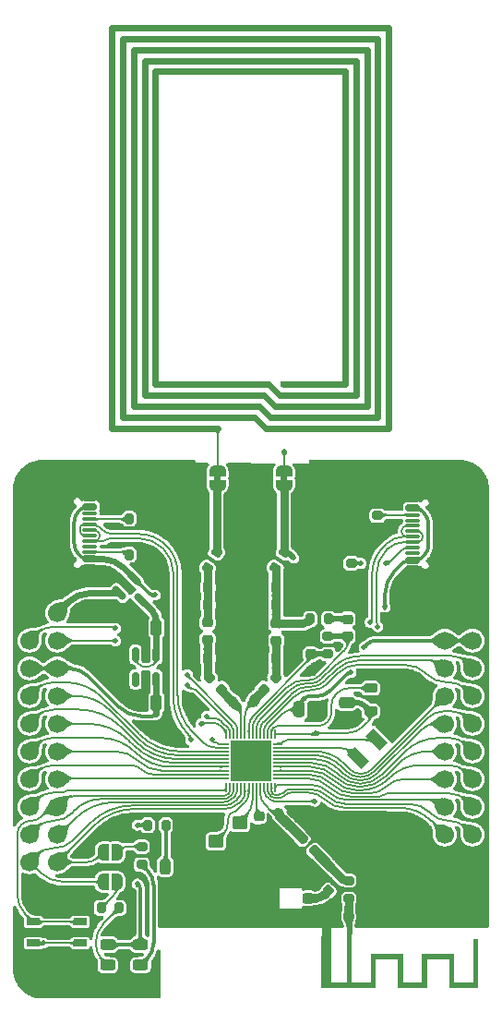
<source format=gtl>
%TF.GenerationSoftware,KiCad,Pcbnew,9.0.7*%
%TF.CreationDate,2026-02-02T18:05:56+06:00*%
%TF.ProjectId,ch585_dev,63683538-355f-4646-9576-2e6b69636164,rev?*%
%TF.SameCoordinates,Original*%
%TF.FileFunction,Copper,L1,Top*%
%TF.FilePolarity,Positive*%
%FSLAX46Y46*%
G04 Gerber Fmt 4.6, Leading zero omitted, Abs format (unit mm)*
G04 Created by KiCad (PCBNEW 9.0.7) date 2026-02-02 18:05:56*
%MOMM*%
%LPD*%
G01*
G04 APERTURE LIST*
G04 Aperture macros list*
%AMRoundRect*
0 Rectangle with rounded corners*
0 $1 Rounding radius*
0 $2 $3 $4 $5 $6 $7 $8 $9 X,Y pos of 4 corners*
0 Add a 4 corners polygon primitive as box body*
4,1,4,$2,$3,$4,$5,$6,$7,$8,$9,$2,$3,0*
0 Add four circle primitives for the rounded corners*
1,1,$1+$1,$2,$3*
1,1,$1+$1,$4,$5*
1,1,$1+$1,$6,$7*
1,1,$1+$1,$8,$9*
0 Add four rect primitives between the rounded corners*
20,1,$1+$1,$2,$3,$4,$5,0*
20,1,$1+$1,$4,$5,$6,$7,0*
20,1,$1+$1,$6,$7,$8,$9,0*
20,1,$1+$1,$8,$9,$2,$3,0*%
%AMRotRect*
0 Rectangle, with rotation*
0 The origin of the aperture is its center*
0 $1 length*
0 $2 width*
0 $3 Rotation angle, in degrees counterclockwise*
0 Add horizontal line*
21,1,$1,$2,0,0,$3*%
%AMFreePoly0*
4,1,23,0.500000,-0.750000,0.000000,-0.750000,0.000000,-0.745722,-0.065263,-0.745722,-0.191342,-0.711940,-0.304381,-0.646677,-0.396677,-0.554381,-0.461940,-0.441342,-0.495722,-0.315263,-0.495722,-0.250000,-0.500000,-0.250000,-0.500000,0.250000,-0.495722,0.250000,-0.495722,0.315263,-0.461940,0.441342,-0.396677,0.554381,-0.304381,0.646677,-0.191342,0.711940,-0.065263,0.745722,0.000000,0.745722,
0.000000,0.750000,0.500000,0.750000,0.500000,-0.750000,0.500000,-0.750000,$1*%
%AMFreePoly1*
4,1,23,0.000000,0.745722,0.065263,0.745722,0.191342,0.711940,0.304381,0.646677,0.396677,0.554381,0.461940,0.441342,0.495722,0.315263,0.495722,0.250000,0.500000,0.250000,0.500000,-0.250000,0.495722,-0.250000,0.495722,-0.315263,0.461940,-0.441342,0.396677,-0.554381,0.304381,-0.646677,0.191342,-0.711940,0.065263,-0.745722,0.000000,-0.745722,0.000000,-0.750000,-0.500000,-0.750000,
-0.500000,0.750000,0.000000,0.750000,0.000000,0.745722,0.000000,0.745722,$1*%
G04 Aperture macros list end*
%TA.AperFunction,EtchedComponent*%
%ADD10C,0.600000*%
%TD*%
%TA.AperFunction,EtchedComponent*%
%ADD11C,0.000000*%
%TD*%
%TA.AperFunction,SMDPad,CuDef*%
%ADD12RoundRect,0.225000X-0.250000X0.225000X-0.250000X-0.225000X0.250000X-0.225000X0.250000X0.225000X0*%
%TD*%
%TA.AperFunction,SMDPad,CuDef*%
%ADD13FreePoly0,0.000000*%
%TD*%
%TA.AperFunction,SMDPad,CuDef*%
%ADD14FreePoly1,0.000000*%
%TD*%
%TA.AperFunction,SMDPad,CuDef*%
%ADD15RoundRect,0.200000X0.275000X-0.200000X0.275000X0.200000X-0.275000X0.200000X-0.275000X-0.200000X0*%
%TD*%
%TA.AperFunction,SMDPad,CuDef*%
%ADD16RoundRect,0.200000X-0.275000X0.200000X-0.275000X-0.200000X0.275000X-0.200000X0.275000X0.200000X0*%
%TD*%
%TA.AperFunction,SMDPad,CuDef*%
%ADD17RoundRect,0.200000X0.138157X-0.310705X0.338157X0.035705X-0.138157X0.310705X-0.338157X-0.035705X0*%
%TD*%
%TA.AperFunction,SMDPad,CuDef*%
%ADD18RoundRect,0.225000X0.225000X0.250000X-0.225000X0.250000X-0.225000X-0.250000X0.225000X-0.250000X0*%
%TD*%
%TA.AperFunction,SMDPad,CuDef*%
%ADD19R,1.200000X0.650000*%
%TD*%
%TA.AperFunction,SMDPad,CuDef*%
%ADD20RoundRect,0.200000X0.200000X0.275000X-0.200000X0.275000X-0.200000X-0.275000X0.200000X-0.275000X0*%
%TD*%
%TA.AperFunction,SMDPad,CuDef*%
%ADD21RoundRect,0.200000X-0.200000X-0.275000X0.200000X-0.275000X0.200000X0.275000X-0.200000X0.275000X0*%
%TD*%
%TA.AperFunction,ComponentPad*%
%ADD22R,1.700000X1.700000*%
%TD*%
%TA.AperFunction,ComponentPad*%
%ADD23C,1.700000*%
%TD*%
%TA.AperFunction,SMDPad,CuDef*%
%ADD24C,1.000000*%
%TD*%
%TA.AperFunction,SMDPad,CuDef*%
%ADD25RoundRect,0.250000X0.250000X0.475000X-0.250000X0.475000X-0.250000X-0.475000X0.250000X-0.475000X0*%
%TD*%
%TA.AperFunction,SMDPad,CuDef*%
%ADD26RoundRect,0.225000X0.250000X-0.225000X0.250000X0.225000X-0.250000X0.225000X-0.250000X-0.225000X0*%
%TD*%
%TA.AperFunction,SMDPad,CuDef*%
%ADD27RoundRect,0.150000X-0.521491X0.309359X0.309359X-0.521491X0.521491X-0.309359X-0.309359X0.521491X0*%
%TD*%
%TA.AperFunction,ComponentPad*%
%ADD28C,0.600000*%
%TD*%
%TA.AperFunction,SMDPad,CuDef*%
%ADD29RoundRect,0.243750X0.243750X0.456250X-0.243750X0.456250X-0.243750X-0.456250X0.243750X-0.456250X0*%
%TD*%
%TA.AperFunction,SMDPad,CuDef*%
%ADD30RoundRect,0.225000X0.017678X-0.335876X0.335876X-0.017678X-0.017678X0.335876X-0.335876X0.017678X0*%
%TD*%
%TA.AperFunction,SMDPad,CuDef*%
%ADD31RoundRect,0.250000X-0.475000X0.250000X-0.475000X-0.250000X0.475000X-0.250000X0.475000X0.250000X0*%
%TD*%
%TA.AperFunction,SMDPad,CuDef*%
%ADD32RoundRect,0.250000X0.275000X0.250000X-0.275000X0.250000X-0.275000X-0.250000X0.275000X-0.250000X0*%
%TD*%
%TA.AperFunction,SMDPad,CuDef*%
%ADD33RoundRect,0.250000X0.850000X0.275000X-0.850000X0.275000X-0.850000X-0.275000X0.850000X-0.275000X0*%
%TD*%
%TA.AperFunction,SMDPad,CuDef*%
%ADD34RoundRect,0.150000X-0.150000X0.512500X-0.150000X-0.512500X0.150000X-0.512500X0.150000X0.512500X0*%
%TD*%
%TA.AperFunction,SMDPad,CuDef*%
%ADD35RoundRect,0.250000X0.450000X0.350000X-0.450000X0.350000X-0.450000X-0.350000X0.450000X-0.350000X0*%
%TD*%
%TA.AperFunction,SMDPad,CuDef*%
%ADD36RoundRect,0.150000X-0.500000X0.150000X-0.500000X-0.150000X0.500000X-0.150000X0.500000X0.150000X0*%
%TD*%
%TA.AperFunction,SMDPad,CuDef*%
%ADD37RoundRect,0.075000X-0.575000X0.075000X-0.575000X-0.075000X0.575000X-0.075000X0.575000X0.075000X0*%
%TD*%
%TA.AperFunction,HeatsinkPad*%
%ADD38O,2.100000X1.000000*%
%TD*%
%TA.AperFunction,HeatsinkPad*%
%ADD39O,1.600000X1.000000*%
%TD*%
%TA.AperFunction,SMDPad,CuDef*%
%ADD40RoundRect,0.218750X0.026517X-0.335876X0.335876X-0.026517X-0.026517X0.335876X-0.335876X0.026517X0*%
%TD*%
%TA.AperFunction,SMDPad,CuDef*%
%ADD41RotRect,1.000000X1.800000X225.000000*%
%TD*%
%TA.AperFunction,SMDPad,CuDef*%
%ADD42FreePoly0,180.000000*%
%TD*%
%TA.AperFunction,SMDPad,CuDef*%
%ADD43FreePoly1,180.000000*%
%TD*%
%TA.AperFunction,SMDPad,CuDef*%
%ADD44RoundRect,0.243750X0.456250X-0.243750X0.456250X0.243750X-0.456250X0.243750X-0.456250X-0.243750X0*%
%TD*%
%TA.AperFunction,SMDPad,CuDef*%
%ADD45RoundRect,0.050000X-0.050000X0.350000X-0.050000X-0.350000X0.050000X-0.350000X0.050000X0.350000X0*%
%TD*%
%TA.AperFunction,SMDPad,CuDef*%
%ADD46RoundRect,0.050000X-0.350000X0.050000X-0.350000X-0.050000X0.350000X-0.050000X0.350000X0.050000X0*%
%TD*%
%TA.AperFunction,HeatsinkPad*%
%ADD47C,0.500000*%
%TD*%
%TA.AperFunction,HeatsinkPad*%
%ADD48R,3.700000X3.700000*%
%TD*%
%TA.AperFunction,SMDPad,CuDef*%
%ADD49RoundRect,0.250000X-0.250000X-0.475000X0.250000X-0.475000X0.250000X0.475000X-0.250000X0.475000X0*%
%TD*%
%TA.AperFunction,SMDPad,CuDef*%
%ADD50RoundRect,0.218750X0.381250X-0.218750X0.381250X0.218750X-0.381250X0.218750X-0.381250X-0.218750X0*%
%TD*%
%TA.AperFunction,ConnectorPad*%
%ADD51R,0.500000X0.500000*%
%TD*%
%TA.AperFunction,ConnectorPad*%
%ADD52R,0.899998X0.830000*%
%TD*%
%TA.AperFunction,SMDPad,CuDef*%
%ADD53RoundRect,0.218750X-0.335876X-0.026517X-0.026517X-0.335876X0.335876X0.026517X0.026517X0.335876X0*%
%TD*%
%TA.AperFunction,SMDPad,CuDef*%
%ADD54FreePoly0,90.000000*%
%TD*%
%TA.AperFunction,SMDPad,CuDef*%
%ADD55FreePoly1,90.000000*%
%TD*%
%TA.AperFunction,SMDPad,CuDef*%
%ADD56RoundRect,0.150000X0.500000X-0.150000X0.500000X0.150000X-0.500000X0.150000X-0.500000X-0.150000X0*%
%TD*%
%TA.AperFunction,SMDPad,CuDef*%
%ADD57RoundRect,0.075000X0.575000X-0.075000X0.575000X0.075000X-0.575000X0.075000X-0.575000X-0.075000X0*%
%TD*%
%TA.AperFunction,SMDPad,CuDef*%
%ADD58RoundRect,0.218750X0.335876X0.026517X0.026517X0.335876X-0.335876X-0.026517X-0.026517X-0.335876X0*%
%TD*%
%TA.AperFunction,SMDPad,CuDef*%
%ADD59RoundRect,0.200000X-0.053033X0.335876X-0.335876X0.053033X0.053033X-0.335876X0.335876X-0.053033X0*%
%TD*%
%TA.AperFunction,ViaPad*%
%ADD60C,0.500000*%
%TD*%
%TA.AperFunction,Conductor*%
%ADD61C,0.200000*%
%TD*%
%TA.AperFunction,Conductor*%
%ADD62C,0.300000*%
%TD*%
%TA.AperFunction,Conductor*%
%ADD63C,0.600000*%
%TD*%
%TA.AperFunction,Conductor*%
%ADD64C,0.500000*%
%TD*%
%TA.AperFunction,Conductor*%
%ADD65C,0.800000*%
%TD*%
%TA.AperFunction,Conductor*%
%ADD66C,0.900000*%
%TD*%
%TA.AperFunction,Conductor*%
%ADD67C,0.160000*%
%TD*%
G04 APERTURE END LIST*
D10*
%TO.C,AE2*%
X58260001Y-30300001D02*
X83659999Y-30300001D01*
X58260001Y-67000000D02*
X58260001Y-30300001D01*
X59260001Y-31300002D02*
X82659999Y-31300002D01*
X59260001Y-65999999D02*
X59260001Y-31300002D01*
X60260002Y-32300002D02*
X81659998Y-32300002D01*
X60260002Y-64999998D02*
X60260002Y-32300002D01*
X61260003Y-33300003D02*
X80659997Y-33300003D01*
X61260003Y-63999998D02*
X61260003Y-33300003D01*
X62260003Y-34300004D02*
X79659997Y-34300004D01*
X62260003Y-62999997D02*
X62260003Y-34300004D01*
X67960000Y-67000000D02*
X58260001Y-67000000D01*
X71374213Y-65999999D02*
X59260001Y-65999999D01*
X71788427Y-64999998D02*
X60260002Y-64999998D01*
X72202641Y-63999998D02*
X61260003Y-63999998D01*
X72374214Y-67000000D02*
X71374213Y-65999999D01*
X72616855Y-62999997D02*
X62260003Y-62999997D01*
X72788428Y-65999999D02*
X71788427Y-64999998D01*
X73202642Y-64999998D02*
X72202641Y-63999998D01*
X73616855Y-63999998D02*
X72616855Y-62999997D01*
X79659997Y-34300004D02*
X79659997Y-62999997D01*
X79659997Y-62999997D02*
X74031069Y-62999997D01*
X80659997Y-33300003D02*
X80659997Y-63999998D01*
X80659997Y-63999998D02*
X73616855Y-63999998D01*
X81659998Y-32300002D02*
X81659998Y-64999998D01*
X81659998Y-64999998D02*
X73202642Y-64999998D01*
X82659999Y-31300002D02*
X82659999Y-65999999D01*
X82659999Y-65999999D02*
X72788428Y-65999999D01*
X83659999Y-30300001D02*
X83659999Y-67000000D01*
X83659999Y-67000000D02*
X72374214Y-67000000D01*
D11*
%TA.AperFunction,EtchedComponent*%
%TO.C,AE1*%
G36*
X80300000Y-117825000D02*
G01*
X82000000Y-117825000D01*
X82000000Y-115185000D01*
X85000000Y-115185000D01*
X85000000Y-117825000D01*
X86700000Y-117825000D01*
X86700000Y-115185000D01*
X89700000Y-115185000D01*
X89700000Y-117825000D01*
X91400000Y-117825000D01*
X91400000Y-113885000D01*
X91900000Y-113885000D01*
X91900000Y-118325000D01*
X89200000Y-118325000D01*
X89200000Y-115685000D01*
X87200000Y-115685000D01*
X87200000Y-118325000D01*
X84500000Y-118325000D01*
X84500000Y-115685000D01*
X82500000Y-115685000D01*
X82500000Y-118325000D01*
X77500000Y-118325000D01*
X77500000Y-113605000D01*
X78400000Y-113605000D01*
X78400000Y-117825000D01*
X79800000Y-117825000D01*
X79800000Y-113425000D01*
X80300000Y-113425000D01*
X80300000Y-117825000D01*
G37*
%TD.AperFunction*%
%TA.AperFunction,EtchedComponent*%
%TO.C,JP3*%
G36*
X74360000Y-71850000D02*
G01*
X73760000Y-71850000D01*
X73760000Y-71350000D01*
X74360000Y-71350000D01*
X74360000Y-71850000D01*
G37*
%TD.AperFunction*%
%TA.AperFunction,EtchedComponent*%
%TO.C,JP4*%
G36*
X68260000Y-71850000D02*
G01*
X67660000Y-71850000D01*
X67660000Y-71350000D01*
X68260000Y-71350000D01*
X68260000Y-71850000D01*
G37*
%TD.AperFunction*%
%TD*%
D12*
%TO.P,C14,1*%
%TO.N,Net-(U1-VINTA)*%
X71800000Y-102625000D03*
%TO.P,C14,2*%
%TO.N,GND*%
X71800000Y-104175000D03*
%TD*%
D13*
%TO.P,JP2,1,A*%
%TO.N,/PB19*%
X57450000Y-108600000D03*
D14*
%TO.P,JP2,2,B*%
%TO.N,Net-(JP2-B)*%
X58750000Y-108600000D03*
%TD*%
D15*
%TO.P,R14,1*%
%TO.N,Net-(J3-CC2)*%
X82630000Y-75025000D03*
%TO.P,R14,2*%
%TO.N,GND*%
X82630000Y-73375000D03*
%TD*%
D16*
%TO.P,R8,1*%
%TO.N,Net-(JP1-A)*%
X61000000Y-105375000D03*
%TO.P,R8,2*%
%TO.N,Net-(D3-K)*%
X61000000Y-107025000D03*
%TD*%
D17*
%TO.P,R6,1*%
%TO.N,Net-(C10-Pad2)*%
X67047500Y-79814470D03*
%TO.P,R6,2*%
%TO.N,/ANT-*%
X67872500Y-78385530D03*
%TD*%
D18*
%TO.P,C3,1*%
%TO.N,Net-(C3-Pad1)*%
X73325000Y-88100000D03*
%TO.P,C3,2*%
%TO.N,GND*%
X71775000Y-88100000D03*
%TD*%
D19*
%TO.P,SW1,1,1*%
%TO.N,GND*%
X51050000Y-110125000D03*
X55350000Y-110125000D03*
%TO.P,SW1,2,2*%
%TO.N,/~{ISP}*%
X51050000Y-112275000D03*
X55350000Y-112275000D03*
%TD*%
D20*
%TO.P,R9,1*%
%TO.N,Net-(D4-K)*%
X58925000Y-111000000D03*
%TO.P,R9,2*%
%TO.N,Net-(JP2-B)*%
X57275000Y-111000000D03*
%TD*%
D18*
%TO.P,C9,1*%
%TO.N,Net-(C11-Pad1)*%
X73325000Y-83200000D03*
%TO.P,C9,2*%
%TO.N,GND*%
X71775000Y-83200000D03*
%TD*%
D21*
%TO.P,R7,1*%
%TO.N,+3V3*%
X61575000Y-103400000D03*
%TO.P,R7,2*%
%TO.N,Net-(D2-A)*%
X63225000Y-103400000D03*
%TD*%
D16*
%TO.P,R10,1*%
%TO.N,Net-(C17-Pad1)*%
X80000000Y-108475000D03*
%TO.P,R10,2*%
%TO.N,Net-(AE1-Pad1)*%
X80000000Y-110125000D03*
%TD*%
D22*
%TO.P,J5,1,Pin_1*%
%TO.N,GND*%
X50725000Y-83940000D03*
D23*
%TO.P,J5,2,Pin_2*%
%TO.N,VCC*%
X53265000Y-83940000D03*
%TO.P,J5,3,Pin_3*%
%TO.N,/TCK*%
X50725000Y-86480000D03*
%TO.P,J5,4,Pin_4*%
%TO.N,/TIO*%
X53265000Y-86480000D03*
%TO.P,J5,5,Pin_5*%
%TO.N,+3V3*%
X50725000Y-89020000D03*
%TO.P,J5,6,Pin_6*%
X53265000Y-89020000D03*
%TO.P,J5,7,Pin_7*%
%TO.N,/PB7*%
X50725000Y-91560000D03*
%TO.P,J5,8,Pin_8*%
%TO.N,/PB6*%
X53265000Y-91560000D03*
%TO.P,J5,9,Pin_9*%
%TO.N,/PB5*%
X50725000Y-94100000D03*
%TO.P,J5,10,Pin_10*%
%TO.N,/PB4*%
X53265000Y-94100000D03*
%TO.P,J5,11,Pin_11*%
%TO.N,/PB3*%
X50725000Y-96640000D03*
%TO.P,J5,12,Pin_12*%
%TO.N,/PB2*%
X53265000Y-96640000D03*
%TO.P,J5,13,Pin_13*%
%TO.N,/PB1*%
X50725000Y-99180000D03*
%TO.P,J5,14,Pin_14*%
%TO.N,/PB0*%
X53265000Y-99180000D03*
%TO.P,J5,15,Pin_15*%
%TO.N,/~{RST}*%
X50725000Y-101720000D03*
%TO.P,J5,16,Pin_16*%
%TO.N,/~{ISP}*%
X53265000Y-101720000D03*
%TO.P,J5,17,Pin_17*%
%TO.N,/PB21*%
X50725000Y-104260000D03*
%TO.P,J5,18,Pin_18*%
%TO.N,/PB20*%
X53265000Y-104260000D03*
%TO.P,J5,19,Pin_19*%
%TO.N,/PB19*%
X50725000Y-106800000D03*
%TO.P,J5,20,Pin_20*%
%TO.N,/PB18*%
X53265000Y-106800000D03*
%TD*%
D18*
%TO.P,C10,1*%
%TO.N,GND*%
X68625000Y-83200000D03*
%TO.P,C10,2*%
%TO.N,Net-(C10-Pad2)*%
X67075000Y-83200000D03*
%TD*%
D24*
%TO.P,TP2,1,1*%
%TO.N,/NFC-*%
X69350000Y-92100000D03*
%TD*%
D25*
%TO.P,C2,1*%
%TO.N,+3V3*%
X62343449Y-92193449D03*
%TO.P,C2,2*%
%TO.N,GND*%
X60443449Y-92193449D03*
%TD*%
D18*
%TO.P,C11,1*%
%TO.N,Net-(C11-Pad1)*%
X73325000Y-81600000D03*
%TO.P,C11,2*%
%TO.N,GND*%
X71775000Y-81600000D03*
%TD*%
D26*
%TO.P,C7,1*%
%TO.N,/NFCI*%
X79900000Y-86075000D03*
%TO.P,C7,2*%
%TO.N,Net-(C7-Pad2)*%
X79900000Y-84525000D03*
%TD*%
D27*
%TO.P,D1,1*%
%TO.N,VBUS*%
X60302288Y-80758785D03*
%TO.P,D1,2*%
%TO.N,VCC*%
X58958785Y-82102288D03*
%TO.P,D1,3*%
%TO.N,+5V*%
X60956362Y-82756362D03*
%TD*%
D28*
%TO.P,AE2,1*%
%TO.N,Net-(JP3-B)*%
X74030000Y-63000000D03*
%TO.P,AE2,2*%
%TO.N,Net-(JP4-B)*%
X67960000Y-67000000D03*
%TD*%
D29*
%TO.P,D2,1,K*%
%TO.N,GND*%
X65037500Y-107200000D03*
%TO.P,D2,2,A*%
%TO.N,Net-(D2-A)*%
X63162500Y-107200000D03*
%TD*%
D30*
%TO.P,C17,1*%
%TO.N,Net-(C17-Pad1)*%
X78251992Y-107148008D03*
%TO.P,C17,2*%
%TO.N,GND*%
X79348008Y-106051992D03*
%TD*%
D21*
%TO.P,R1,1*%
%TO.N,Net-(J1-CC2)*%
X59875000Y-78600000D03*
%TO.P,R1,2*%
%TO.N,GND*%
X61525000Y-78600000D03*
%TD*%
D31*
%TO.P,C15,1*%
%TO.N,Net-(U1-VDCIA)*%
X79800000Y-92150000D03*
%TO.P,C15,2*%
%TO.N,GND*%
X79800000Y-94050000D03*
%TD*%
D19*
%TO.P,SW2,1,1*%
%TO.N,GND*%
X55350000Y-116375000D03*
X51050000Y-116375000D03*
%TO.P,SW2,2,2*%
%TO.N,/~{RST}*%
X55350000Y-114225000D03*
X51050000Y-114225000D03*
%TD*%
D32*
%TO.P,J2,1,In*%
%TO.N,Net-(J2-In)*%
X76250000Y-110100000D03*
D33*
%TO.P,J2,2,Ext*%
%TO.N,GND*%
X74725000Y-111575000D03*
X74725000Y-108625000D03*
%TD*%
D22*
%TO.P,J6,1,Pin_1*%
%TO.N,GND*%
X88825000Y-83940000D03*
D23*
%TO.P,J6,2,Pin_2*%
X91365000Y-83940000D03*
%TO.P,J6,3,Pin_3*%
%TO.N,+3V3*%
X88825000Y-86480000D03*
%TO.P,J6,4,Pin_4*%
X91365000Y-86480000D03*
%TO.P,J6,5,Pin_5*%
%TO.N,/RXD1*%
X88825000Y-89020000D03*
%TO.P,J6,6,Pin_6*%
%TO.N,/TXD1*%
X91365000Y-89020000D03*
%TO.P,J6,7,Pin_7*%
%TO.N,/PA12*%
X88825000Y-91560000D03*
%TO.P,J6,8,Pin_8*%
%TO.N,/PA7*%
X91365000Y-91560000D03*
%TO.P,J6,9,Pin_9*%
%TO.N,/PA14*%
X88825000Y-94100000D03*
%TO.P,J6,10,Pin_10*%
%TO.N,/PA13*%
X91365000Y-94100000D03*
%TO.P,J6,11,Pin_11*%
%TO.N,/PA3*%
X88825000Y-96640000D03*
%TO.P,J6,12,Pin_12*%
%TO.N,/PA15*%
X91365000Y-96640000D03*
%TO.P,J6,13,Pin_13*%
%TO.N,/PA1*%
X88825000Y-99180000D03*
%TO.P,J6,14,Pin_14*%
%TO.N,/PA2*%
X91365000Y-99180000D03*
%TO.P,J6,15,Pin_15*%
%TO.N,/PA6*%
X88825000Y-101720000D03*
%TO.P,J6,16,Pin_16*%
%TO.N,/PA0*%
X91365000Y-101720000D03*
%TO.P,J6,17,Pin_17*%
%TO.N,/PA4*%
X88825000Y-104260000D03*
%TO.P,J6,18,Pin_18*%
%TO.N,/PA5*%
X91365000Y-104260000D03*
%TO.P,J6,19,Pin_19*%
%TO.N,GND*%
X88825000Y-106800000D03*
%TO.P,J6,20,Pin_20*%
X91365000Y-106800000D03*
%TD*%
D25*
%TO.P,C1,1*%
%TO.N,+5V*%
X62343449Y-85293449D03*
%TO.P,C1,2*%
%TO.N,GND*%
X60443449Y-85293449D03*
%TD*%
D34*
%TO.P,U2,1,VIN*%
%TO.N,+5V*%
X62343449Y-87755949D03*
%TO.P,U2,2,GND*%
%TO.N,GND*%
X61393449Y-87755949D03*
%TO.P,U2,3,EN*%
%TO.N,+5V*%
X60443449Y-87755949D03*
%TO.P,U2,4,NC*%
%TO.N,unconnected-(U2-NC-Pad4)*%
X60443449Y-90030949D03*
%TO.P,U2,5,VOUT*%
%TO.N,+3V3*%
X62343449Y-90030949D03*
%TD*%
D24*
%TO.P,TP3,1,1*%
%TO.N,Net-(U1-ANT)*%
X73600000Y-102300000D03*
%TD*%
D12*
%TO.P,C8,1*%
%TO.N,/NFCM*%
X76500000Y-87725000D03*
%TO.P,C8,2*%
%TO.N,GND*%
X76500000Y-89275000D03*
%TD*%
D16*
%TO.P,R15,1*%
%TO.N,Net-(J3-CC1)*%
X80230000Y-79375000D03*
%TO.P,R15,2*%
%TO.N,GND*%
X80230000Y-81025000D03*
%TD*%
D35*
%TO.P,Y2,1,1*%
%TO.N,Net-(U1-X32MI)*%
X70000000Y-103200000D03*
%TO.P,Y2,2,G*%
%TO.N,GND*%
X67800000Y-103200000D03*
%TO.P,Y2,3,3*%
%TO.N,Net-(U1-X32MO)*%
X67800000Y-104900000D03*
%TO.P,Y2,4,G*%
%TO.N,GND*%
X70000000Y-104900000D03*
%TD*%
D36*
%TO.P,J1,A1,GND*%
%TO.N,GND*%
X56245000Y-73400000D03*
%TO.P,J1,A4,VBUS*%
%TO.N,VBUS*%
X56245000Y-74200000D03*
D37*
%TO.P,J1,A5,CC1*%
%TO.N,Net-(J1-CC1)*%
X56245000Y-75350000D03*
%TO.P,J1,A6,D+*%
%TO.N,/UD+*%
X56245000Y-76350000D03*
%TO.P,J1,A7,D-*%
%TO.N,/UD-*%
X56245000Y-76850000D03*
%TO.P,J1,A8,SBU1*%
%TO.N,unconnected-(J1-SBU1-PadA8)*%
X56245000Y-77850000D03*
D36*
%TO.P,J1,A9,VBUS*%
%TO.N,VBUS*%
X56245000Y-79000000D03*
%TO.P,J1,A12,GND*%
%TO.N,GND*%
X56245000Y-79800000D03*
%TO.P,J1,B1,GND*%
X56245000Y-79800000D03*
%TO.P,J1,B4,VBUS*%
%TO.N,VBUS*%
X56245000Y-79000000D03*
D37*
%TO.P,J1,B5,CC2*%
%TO.N,Net-(J1-CC2)*%
X56245000Y-78350000D03*
%TO.P,J1,B6,D+*%
%TO.N,/UD+*%
X56245000Y-77350000D03*
%TO.P,J1,B7,D-*%
%TO.N,/UD-*%
X56245000Y-75850000D03*
%TO.P,J1,B8,SBU2*%
%TO.N,unconnected-(J1-SBU2-PadB8)*%
X56245000Y-74850000D03*
D36*
%TO.P,J1,B9,VBUS*%
%TO.N,VBUS*%
X56245000Y-74200000D03*
%TO.P,J1,B12,GND*%
%TO.N,GND*%
X56245000Y-73400000D03*
D38*
%TO.P,J1,S1,SHIELD*%
X55605000Y-72280000D03*
D39*
X51425000Y-72280000D03*
D38*
X55605000Y-80920000D03*
D39*
X51425000Y-80920000D03*
%TD*%
D20*
%TO.P,R3,1*%
%TO.N,Net-(C7-Pad2)*%
X78125000Y-84500000D03*
%TO.P,R3,2*%
%TO.N,Net-(C11-Pad1)*%
X76475000Y-84500000D03*
%TD*%
D30*
%TO.P,C16,1*%
%TO.N,Net-(U1-ANT)*%
X74551992Y-103448008D03*
%TO.P,C16,2*%
%TO.N,GND*%
X75648008Y-102351992D03*
%TD*%
D40*
%TO.P,L1,1*%
%TO.N,/NFC+*%
X72193153Y-90956847D03*
%TO.P,L1,2*%
%TO.N,Net-(C3-Pad1)*%
X73306847Y-89843153D03*
%TD*%
D41*
%TO.P,Y1,1,1*%
%TO.N,Net-(U1-PA11)*%
X80816117Y-97283883D03*
%TO.P,Y1,2,2*%
%TO.N,Net-(U1-PA10)*%
X82583883Y-95516117D03*
%TD*%
D42*
%TO.P,JP1,1,A*%
%TO.N,Net-(JP1-A)*%
X58750000Y-105900000D03*
D43*
%TO.P,JP1,2,B*%
%TO.N,/PB18*%
X57450000Y-105900000D03*
%TD*%
D44*
%TO.P,D4,1,K*%
%TO.N,Net-(D4-K)*%
X57900000Y-116237500D03*
%TO.P,D4,2,A*%
%TO.N,+3V3*%
X57900000Y-114362500D03*
%TD*%
D24*
%TO.P,TP4,1,1*%
%TO.N,Net-(AE1-Pad1)*%
X80000000Y-111800000D03*
%TD*%
D45*
%TO.P,U1,1,VDCID*%
%TO.N,Net-(U1-VDCIA)*%
X73275000Y-95075000D03*
%TO.P,U1,2,VSW*%
%TO.N,Net-(U1-VSW)*%
X72925000Y-95075000D03*
%TO.P,U1,3,VIO33/VDD33*%
%TO.N,+3V3*%
X72575000Y-95075000D03*
%TO.P,U1,4,PA7*%
%TO.N,/PA7*%
X72225000Y-95075000D03*
%TO.P,U1,5,RXD1*%
%TO.N,/RXD1*%
X71875000Y-95075000D03*
%TO.P,U1,6,TXD1*%
%TO.N,/TXD1*%
X71525000Y-95075000D03*
%TO.P,U1,7,NFCI*%
%TO.N,/NFCI*%
X71175000Y-95075000D03*
%TO.P,U1,8,NFCM*%
%TO.N,/NFCM*%
X70825000Y-95075000D03*
%TO.P,U1,9,NFC+*%
%TO.N,/NFC+*%
X70475000Y-95075000D03*
%TO.P,U1,10,NFC-*%
%TO.N,/NFC-*%
X70125000Y-95075000D03*
%TO.P,U1,11,TCK*%
%TO.N,/TCK*%
X69775000Y-95075000D03*
%TO.P,U1,12,TIO*%
%TO.N,/TIO*%
X69425000Y-95075000D03*
%TO.P,U1,13,PB13*%
%TO.N,/UD2+*%
X69075000Y-95075000D03*
%TO.P,U1,14,PB12*%
%TO.N,/UD2-*%
X68725000Y-95075000D03*
D46*
%TO.P,U1,15,UD+*%
%TO.N,/UD+*%
X68550000Y-95950000D03*
%TO.P,U1,16,UD-*%
%TO.N,/UD-*%
X68550000Y-96300000D03*
%TO.P,U1,17,PB7*%
%TO.N,/PB7*%
X68550000Y-96650000D03*
%TO.P,U1,18,PB6*%
%TO.N,/PB6*%
X68550000Y-97000000D03*
%TO.P,U1,19,PB5*%
%TO.N,/PB5*%
X68550000Y-97350000D03*
%TO.P,U1,20,PB4*%
%TO.N,/PB4*%
X68550000Y-97700000D03*
%TO.P,U1,21,PB3*%
%TO.N,/PB3*%
X68550000Y-98050000D03*
%TO.P,U1,22,PB2*%
%TO.N,/PB2*%
X68550000Y-98400000D03*
%TO.P,U1,23,PB1*%
%TO.N,/PB1*%
X68550000Y-98750000D03*
%TO.P,U1,24,PB0*%
%TO.N,/PB0*%
X68550000Y-99100000D03*
D45*
%TO.P,U1,25,PB23*%
%TO.N,/~{RST}*%
X68725000Y-99975000D03*
%TO.P,U1,26,PB22*%
%TO.N,/~{ISP}*%
X69075000Y-99975000D03*
%TO.P,U1,27,PB21*%
%TO.N,/PB21*%
X69425000Y-99975000D03*
%TO.P,U1,28,PB20*%
%TO.N,/PB20*%
X69775000Y-99975000D03*
%TO.P,U1,29,PB19*%
%TO.N,/PB19*%
X70125000Y-99975000D03*
%TO.P,U1,30,PB18*%
%TO.N,/PB18*%
X70475000Y-99975000D03*
%TO.P,U1,31,X32MO*%
%TO.N,Net-(U1-X32MO)*%
X70825000Y-99975000D03*
%TO.P,U1,32,X32MI*%
%TO.N,Net-(U1-X32MI)*%
X71175000Y-99975000D03*
%TO.P,U1,33,VINTA*%
%TO.N,Net-(U1-VINTA)*%
X71525000Y-99975000D03*
%TO.P,U1,34,ANT*%
%TO.N,Net-(U1-ANT)*%
X71875000Y-99975000D03*
%TO.P,U1,35,VDCIA*%
%TO.N,Net-(U1-VDCIA)*%
X72225000Y-99975000D03*
%TO.P,U1,36,PA4*%
%TO.N,/PA4*%
X72575000Y-99975000D03*
%TO.P,U1,37,PA5*%
%TO.N,/PA5*%
X72925000Y-99975000D03*
%TO.P,U1,38,PA6*%
%TO.N,/PA6*%
X73275000Y-99975000D03*
D46*
%TO.P,U1,39,PA0*%
%TO.N,/PA0*%
X73450000Y-99100000D03*
%TO.P,U1,40,PA1*%
%TO.N,/PA1*%
X73450000Y-98750000D03*
%TO.P,U1,41,PA2*%
%TO.N,/PA2*%
X73450000Y-98400000D03*
%TO.P,U1,42,PA3*%
%TO.N,/PA3*%
X73450000Y-98050000D03*
%TO.P,U1,43,PA15*%
%TO.N,/PA15*%
X73450000Y-97700000D03*
%TO.P,U1,44,PA14*%
%TO.N,/PA14*%
X73450000Y-97350000D03*
%TO.P,U1,45,PA13*%
%TO.N,/PA13*%
X73450000Y-97000000D03*
%TO.P,U1,46,PA12*%
%TO.N,/PA12*%
X73450000Y-96650000D03*
%TO.P,U1,47,PA11*%
%TO.N,Net-(U1-PA11)*%
X73450000Y-96300000D03*
%TO.P,U1,48,PA10*%
%TO.N,Net-(U1-PA10)*%
X73450000Y-95950000D03*
D47*
%TO.P,U1,49,GND*%
%TO.N,GND*%
X72500000Y-96025000D03*
X71500000Y-96025000D03*
X70500000Y-96025000D03*
X69500000Y-96025000D03*
X72500000Y-97025000D03*
X71500000Y-97025000D03*
X70500000Y-97025000D03*
X69500000Y-97025000D03*
D48*
X71000000Y-97525000D03*
D47*
X72500000Y-98025000D03*
X71500000Y-98025000D03*
X70500000Y-98025000D03*
X69500000Y-98025000D03*
X72500000Y-99025000D03*
X71500000Y-99025000D03*
X70500000Y-99025000D03*
X69500000Y-99025000D03*
%TD*%
D21*
%TO.P,R2,1*%
%TO.N,Net-(J1-CC1)*%
X59875000Y-75300000D03*
%TO.P,R2,2*%
%TO.N,GND*%
X61525000Y-75300000D03*
%TD*%
D26*
%TO.P,C6,1*%
%TO.N,Net-(C4-Pad2)*%
X67050000Y-86375000D03*
%TO.P,C6,2*%
%TO.N,Net-(C10-Pad2)*%
X67050000Y-84825000D03*
%TD*%
D49*
%TO.P,C13,1*%
%TO.N,+3V3*%
X75450000Y-92800000D03*
%TO.P,C13,2*%
%TO.N,GND*%
X77350000Y-92800000D03*
%TD*%
D50*
%TO.P,L3,1*%
%TO.N,Net-(U1-VDCIA)*%
X82000000Y-92962500D03*
%TO.P,L3,2*%
%TO.N,Net-(U1-VSW)*%
X82000000Y-90837500D03*
%TD*%
D16*
%TO.P,R4,1*%
%TO.N,/NFCI*%
X78100000Y-86075000D03*
%TO.P,R4,2*%
%TO.N,/NFCM*%
X78100000Y-87725000D03*
%TD*%
D51*
%TO.P,AE1,1*%
%TO.N,Net-(AE1-Pad1)*%
X80050000Y-113175000D03*
D52*
%TO.P,AE1,2*%
%TO.N,GND*%
X77950001Y-113190000D03*
%TD*%
D44*
%TO.P,D3,1,K*%
%TO.N,Net-(D3-K)*%
X60900000Y-116237500D03*
%TO.P,D3,2,A*%
%TO.N,+3V3*%
X60900000Y-114362500D03*
%TD*%
D53*
%TO.P,L4,1*%
%TO.N,Net-(U1-ANT)*%
X75743153Y-104643153D03*
%TO.P,L4,2*%
%TO.N,Net-(C17-Pad1)*%
X76856847Y-105756847D03*
%TD*%
D54*
%TO.P,JP3,1,A*%
%TO.N,/ANT+*%
X74060000Y-72250000D03*
D55*
%TO.P,JP3,2,B*%
%TO.N,Net-(JP3-B)*%
X74060000Y-70950000D03*
%TD*%
D18*
%TO.P,C12,1*%
%TO.N,GND*%
X68625000Y-81600000D03*
%TO.P,C12,2*%
%TO.N,Net-(C10-Pad2)*%
X67075000Y-81600000D03*
%TD*%
D56*
%TO.P,J3,A1,GND*%
%TO.N,GND*%
X85885000Y-79900000D03*
%TO.P,J3,A4,VBUS*%
%TO.N,VBUS*%
X85885000Y-79100000D03*
D57*
%TO.P,J3,A5,CC1*%
%TO.N,Net-(J3-CC1)*%
X85885000Y-77950000D03*
%TO.P,J3,A6,D+*%
%TO.N,/UD2+*%
X85885000Y-76950000D03*
%TO.P,J3,A7,D-*%
%TO.N,/UD2-*%
X85885000Y-76450000D03*
%TO.P,J3,A8,SBU1*%
%TO.N,unconnected-(J3-SBU1-PadA8)*%
X85885000Y-75450000D03*
D56*
%TO.P,J3,A9,VBUS*%
%TO.N,VBUS*%
X85885000Y-74300000D03*
%TO.P,J3,A12,GND*%
%TO.N,GND*%
X85885000Y-73500000D03*
%TO.P,J3,B1,GND*%
X85885000Y-73500000D03*
%TO.P,J3,B4,VBUS*%
%TO.N,VBUS*%
X85885000Y-74300000D03*
D57*
%TO.P,J3,B5,CC2*%
%TO.N,Net-(J3-CC2)*%
X85885000Y-74950000D03*
%TO.P,J3,B6,D+*%
%TO.N,/UD2+*%
X85885000Y-75950000D03*
%TO.P,J3,B7,D-*%
%TO.N,/UD2-*%
X85885000Y-77450000D03*
%TO.P,J3,B8,SBU2*%
%TO.N,unconnected-(J3-SBU2-PadB8)*%
X85885000Y-78450000D03*
D56*
%TO.P,J3,B9,VBUS*%
%TO.N,VBUS*%
X85885000Y-79100000D03*
%TO.P,J3,B12,GND*%
%TO.N,GND*%
X85885000Y-79900000D03*
D38*
%TO.P,J3,S1,SHIELD*%
X86525000Y-81020000D03*
D39*
X90705000Y-81020000D03*
D38*
X86525000Y-72380000D03*
D39*
X90705000Y-72380000D03*
%TD*%
D17*
%TO.P,R5,1*%
%TO.N,Net-(C11-Pad1)*%
X73247500Y-79814471D03*
%TO.P,R5,2*%
%TO.N,/ANT+*%
X74072500Y-78385529D03*
%TD*%
D26*
%TO.P,C5,1*%
%TO.N,Net-(C3-Pad1)*%
X73350000Y-86475000D03*
%TO.P,C5,2*%
%TO.N,Net-(C11-Pad1)*%
X73350000Y-84925000D03*
%TD*%
D54*
%TO.P,JP4,1,A*%
%TO.N,/ANT-*%
X67960000Y-72250000D03*
D55*
%TO.P,JP4,2,B*%
%TO.N,Net-(JP4-B)*%
X67960000Y-70950000D03*
%TD*%
D58*
%TO.P,L2,1*%
%TO.N,/NFC-*%
X68306847Y-90956847D03*
%TO.P,L2,2*%
%TO.N,Net-(C4-Pad2)*%
X67193153Y-89843153D03*
%TD*%
D59*
%TO.P,R11,1*%
%TO.N,Net-(C17-Pad1)*%
X79313363Y-108216637D03*
%TO.P,R11,2*%
%TO.N,Net-(J2-In)*%
X78146637Y-109383363D03*
%TD*%
D24*
%TO.P,TP1,1,1*%
%TO.N,/NFC+*%
X71250000Y-92100000D03*
%TD*%
D18*
%TO.P,C4,1*%
%TO.N,GND*%
X68625000Y-88100000D03*
%TO.P,C4,2*%
%TO.N,Net-(C4-Pad2)*%
X67075000Y-88100000D03*
%TD*%
D60*
%TO.N,GND*%
X74500000Y-105500000D03*
X70360000Y-74995000D03*
X63530000Y-95500000D03*
X52580000Y-115635000D03*
X90680000Y-77535000D03*
X77980000Y-102935000D03*
X85600000Y-82615000D03*
X72900000Y-77535000D03*
X65280000Y-110555000D03*
X62740000Y-72455000D03*
X59230000Y-91700000D03*
X70360000Y-110555000D03*
X66500000Y-112000000D03*
X70000000Y-106000000D03*
X65280000Y-72455000D03*
X82000000Y-110500000D03*
X70200000Y-81600000D03*
X88140000Y-110555000D03*
X70360000Y-77535000D03*
X72900000Y-110555000D03*
X59400000Y-112700000D03*
X88000000Y-112000000D03*
X78000000Y-105000000D03*
X63500000Y-112000000D03*
X88140000Y-80075000D03*
X85600000Y-105475000D03*
X65280000Y-105475000D03*
X91000000Y-112000000D03*
X57660000Y-72455000D03*
X83060000Y-105475000D03*
X65280000Y-85155000D03*
X65000000Y-112000000D03*
X55120000Y-108015000D03*
X66700000Y-103200000D03*
X78800000Y-94400000D03*
X85600000Y-108015000D03*
X65280000Y-74995000D03*
X80520000Y-82615000D03*
X60200000Y-72455000D03*
X75260000Y-82100000D03*
X83060000Y-102935000D03*
X72800000Y-104200000D03*
X70360000Y-85155000D03*
X80500000Y-107000000D03*
X77500000Y-108500000D03*
X80500000Y-105000000D03*
X72260000Y-72500000D03*
X53150000Y-110150000D03*
X57660000Y-118175000D03*
X70200000Y-88100000D03*
X70360000Y-72455000D03*
X60200000Y-110555000D03*
X59130000Y-103400000D03*
X52580000Y-74995000D03*
X90680000Y-74995000D03*
X67820000Y-108015000D03*
X85600000Y-85155000D03*
X89500000Y-112000000D03*
X77100000Y-93700000D03*
X70200000Y-83200000D03*
X77980000Y-82615000D03*
X70360000Y-108015000D03*
X69500000Y-112000000D03*
X59160000Y-87400000D03*
X72500000Y-112000000D03*
X71800000Y-105100000D03*
X62630000Y-79000000D03*
X60200000Y-118175000D03*
X50040000Y-74995000D03*
X65280000Y-80075000D03*
X81360000Y-85800000D03*
X90680000Y-110555000D03*
X63260000Y-90900000D03*
X75360000Y-74700000D03*
X60585000Y-94050000D03*
X83060000Y-108015000D03*
X66100000Y-107200000D03*
X72900000Y-108015000D03*
X76000000Y-107000000D03*
X82000000Y-107500000D03*
X65280000Y-82615000D03*
X52580000Y-118175000D03*
X83500000Y-112000000D03*
X88140000Y-72455000D03*
X77950001Y-112000000D03*
X80520000Y-102935000D03*
X65660000Y-92900000D03*
X50040000Y-72455000D03*
X75360000Y-72600000D03*
X50040000Y-77535000D03*
X82000000Y-112000000D03*
X65280000Y-77535000D03*
X72900000Y-105475000D03*
X86500000Y-112000000D03*
X88140000Y-74995000D03*
X65280000Y-102935000D03*
X65660000Y-91500000D03*
X77130000Y-88700000D03*
X75360000Y-77500000D03*
X76500000Y-103500000D03*
X70360000Y-80075000D03*
X50040000Y-80075000D03*
X71000000Y-112000000D03*
X68000000Y-112000000D03*
X70230000Y-90100000D03*
X72860000Y-75000000D03*
X88140000Y-77535000D03*
X85600000Y-92775000D03*
X55120000Y-118175000D03*
X62740000Y-74995000D03*
X67820000Y-110555000D03*
X85000000Y-112000000D03*
X59130000Y-84200000D03*
X85600000Y-110555000D03*
X77980000Y-80075000D03*
X83060000Y-110555000D03*
X52580000Y-77535000D03*
X82000000Y-109000000D03*
X75440000Y-87695000D03*
X85600000Y-90235000D03*
%TO.N,+3V3*%
X80200000Y-89400000D03*
X81400000Y-87100000D03*
X60600000Y-103400000D03*
X60600000Y-108800000D03*
X62343449Y-93200000D03*
X75850000Y-91850000D03*
%TO.N,Net-(U1-VDCIA)*%
X76900000Y-101200000D03*
X76925000Y-94975000D03*
%TO.N,VBUS*%
X62230000Y-82300000D03*
X83330000Y-83400000D03*
%TO.N,/UD+*%
X65500000Y-95600000D03*
X67500000Y-95600000D03*
%TO.N,/ANT+*%
X74960000Y-78900000D03*
%TO.N,/ANT-*%
X67872500Y-73600000D03*
%TO.N,/TCK*%
X58600000Y-85349000D03*
X65200000Y-89600000D03*
%TO.N,/TIO*%
X58600000Y-86500000D03*
X65200000Y-90600000D03*
%TO.N,/~{RST}*%
X51975000Y-114225000D03*
%TO.N,/UD2+*%
X81960000Y-84800000D03*
X66960000Y-93400000D03*
%TO.N,/UD2-*%
X82660000Y-85200000D03*
X66460000Y-94100000D03*
%TO.N,Net-(JP3-B)*%
X74090000Y-69100000D03*
%TO.N,Net-(J3-CC1)*%
X81130000Y-79400000D03*
X83430000Y-79400000D03*
%TD*%
D61*
%TO.N,GND*%
X85822500Y-73437500D02*
X85885000Y-73500000D01*
D62*
X77225000Y-92925000D02*
X77350000Y-92800000D01*
X77100000Y-93226776D02*
X77100000Y-93700000D01*
D63*
X60918449Y-85768449D02*
X60443449Y-85293449D01*
D62*
X77100000Y-93700000D02*
X77200000Y-93700000D01*
D61*
X85671611Y-73375000D02*
X82630000Y-73375000D01*
D63*
X61393449Y-86915200D02*
X61393449Y-87755949D01*
X61393449Y-86915200D02*
G75*
G03*
X60918449Y-85768449I-1621749J0D01*
G01*
D61*
X85822500Y-73437500D02*
G75*
G03*
X85671611Y-73374995I-150900J-150900D01*
G01*
D62*
X77100000Y-93226776D02*
G75*
G02*
X77225007Y-92925007I426800J-24D01*
G01*
D64*
%TO.N,Net-(AE1-Pad1)*%
X80050000Y-111885355D02*
X80050000Y-113175000D01*
D65*
X80000000Y-110125000D02*
X80000000Y-111800000D01*
D66*
X80025000Y-111825000D02*
G75*
G02*
X79999982Y-111764644I60400J60400D01*
G01*
D64*
X80025000Y-111825000D02*
G75*
G02*
X80050018Y-111885355I-60400J-60400D01*
G01*
D62*
%TO.N,+3V3*%
X75850000Y-91850000D02*
X75975000Y-91725000D01*
X54322500Y-89020000D02*
X53265000Y-89020000D01*
X58917323Y-92557323D02*
X56127765Y-89767765D01*
X81400000Y-87100000D02*
X81710000Y-86790000D01*
X60951724Y-93400000D02*
X62002027Y-93400000D01*
D61*
X73893413Y-93206586D02*
X72716439Y-94383560D01*
D62*
X62343449Y-93200000D02*
X62243449Y-93300000D01*
X82458406Y-86480000D02*
X88825000Y-86480000D01*
X60900000Y-109312132D02*
X60900000Y-114362500D01*
X53265000Y-89020000D02*
X50725000Y-89020000D01*
D63*
X62343449Y-92193449D02*
X62343449Y-90030949D01*
D62*
X60900000Y-114362500D02*
X57900000Y-114362500D01*
X88825000Y-86480000D02*
X91365000Y-86480000D01*
X76950000Y-91600000D02*
X76276776Y-91600000D01*
X80100000Y-89400000D02*
X80200000Y-89400000D01*
X78401040Y-90998959D02*
X79929289Y-89470710D01*
D61*
X75175000Y-92800000D02*
X74875000Y-92800000D01*
D63*
X62343449Y-92193449D02*
X62343449Y-93200000D01*
D62*
X60750000Y-108950000D02*
X60600000Y-108800000D01*
D61*
X75850000Y-91850000D02*
X75644454Y-92055545D01*
X72575000Y-94725024D02*
X72575000Y-95075000D01*
D62*
X60600000Y-103400000D02*
X61575000Y-103400000D01*
D61*
X75450000Y-92525000D02*
G75*
G02*
X75175000Y-92800000I-275000J0D01*
G01*
D62*
X80100000Y-89400000D02*
G75*
G03*
X79929294Y-89470715I0J-241400D01*
G01*
X58917323Y-92557323D02*
G75*
G03*
X60951724Y-93399976I2034377J2034423D01*
G01*
D61*
X75450000Y-92525000D02*
G75*
G02*
X75644456Y-92055547I663900J0D01*
G01*
X72716439Y-94383560D02*
G75*
G03*
X72575016Y-94725024I341461J-341440D01*
G01*
D62*
X56127765Y-89767765D02*
G75*
G03*
X54322500Y-89019991I-1805265J-1805235D01*
G01*
X75975000Y-91725000D02*
G75*
G02*
X76276776Y-91599990I301800J-301800D01*
G01*
X62243449Y-93300000D02*
G75*
G02*
X62002027Y-93400026I-241449J241400D01*
G01*
D61*
X73893413Y-93206586D02*
G75*
G02*
X74875000Y-92800007I981587J-981614D01*
G01*
D62*
X82458406Y-86480000D02*
G75*
G03*
X81709998Y-86789998I-6J-1058400D01*
G01*
X76950000Y-91600000D02*
G75*
G03*
X78401044Y-90998963I0J2052100D01*
G01*
X60900000Y-109312132D02*
G75*
G03*
X60750009Y-108949991I-512100J32D01*
G01*
D65*
%TO.N,Net-(C3-Pad1)*%
X73327788Y-88097204D02*
X73326665Y-88098327D01*
X73332040Y-88092951D02*
X73331826Y-88093166D01*
X73306847Y-88130989D02*
X73306847Y-89843153D01*
X73329554Y-88095439D02*
X73329499Y-88095492D01*
X73331184Y-88093808D02*
X73331611Y-88093381D01*
X73335677Y-88089317D02*
X73335784Y-88089210D01*
X73329607Y-88095384D02*
X73330115Y-88094877D01*
X73334821Y-88090171D02*
X73334206Y-88090786D01*
X73335035Y-88089958D02*
X73334821Y-88090171D01*
X73332897Y-88092098D02*
X73332736Y-88092258D01*
X73315923Y-88109076D02*
X73322093Y-88102901D01*
X73329607Y-88095384D02*
X73329554Y-88095439D01*
X73350000Y-88057322D02*
X73350000Y-86475000D01*
X73337122Y-88087872D02*
X73337177Y-88087819D01*
X73336642Y-88088353D02*
X73336668Y-88088326D01*
X73332040Y-88092951D02*
X73332415Y-88092578D01*
X73328911Y-88096081D02*
X73327788Y-88097204D01*
X73329499Y-88095492D02*
X73328911Y-88096081D01*
X73333485Y-88091507D02*
X73333433Y-88091560D01*
X73326665Y-88098327D02*
X73325515Y-88099477D01*
X73336775Y-88088218D02*
X73336721Y-88088272D01*
X73333219Y-88091775D02*
X73333112Y-88091883D01*
X73337499Y-88087499D02*
X73337392Y-88087606D01*
X73331184Y-88093808D02*
X73330115Y-88094877D01*
X73334206Y-88090786D02*
X73333939Y-88091053D01*
X73335248Y-88089745D02*
X73335463Y-88089531D01*
X73325515Y-88099477D02*
X73322093Y-88102901D01*
X73337013Y-88087979D02*
X73336881Y-88088112D01*
X73333805Y-88091187D02*
X73333939Y-88091053D01*
X73332736Y-88092258D02*
X73332415Y-88092578D01*
X73335677Y-88089317D02*
X73335463Y-88089531D01*
X73336775Y-88088218D02*
X73336828Y-88088165D01*
X73306847Y-88130989D02*
G75*
G02*
X73315936Y-88109089I30953J-11D01*
G01*
X73332897Y-88092098D02*
G75*
G02*
X73333111Y-88091882I11703J-11402D01*
G01*
X73336668Y-88088326D02*
X73336721Y-88088272D01*
X73337392Y-88087606D02*
G75*
G03*
X73337177Y-88087819I11308J-11594D01*
G01*
X73333485Y-88091507D02*
X73333805Y-88091187D01*
X73335248Y-88089745D02*
G75*
G03*
X73335035Y-88089958I11252J-11455D01*
G01*
X73336831Y-88088168D02*
X73336881Y-88088112D01*
X73333219Y-88091775D02*
G75*
G02*
X73333433Y-88091560I23181J-22925D01*
G01*
X73337122Y-88087872D02*
G75*
G03*
X73337013Y-88087979I2878J-3028D01*
G01*
X73337499Y-88087499D02*
G75*
G03*
X73350008Y-88057322I-30199J30199D01*
G01*
X73335784Y-88089210D02*
G75*
G02*
X73336642Y-88088353I367616J-367190D01*
G01*
X73331826Y-88093166D02*
G75*
G03*
X73331612Y-88093382I11474J-11634D01*
G01*
%TO.N,Net-(C4-Pad2)*%
X67075000Y-89641453D02*
X67075000Y-88117677D01*
X67050000Y-88057322D02*
X67050000Y-86375000D01*
X67134076Y-89784076D02*
X67193153Y-89843153D01*
X67075000Y-89641453D02*
G75*
G03*
X67134053Y-89784099I201700J-47D01*
G01*
X67062500Y-88087500D02*
G75*
G02*
X67049991Y-88057322I30200J30200D01*
G01*
X67062500Y-88087500D02*
G75*
G02*
X67075009Y-88117677I-30200J-30200D01*
G01*
%TO.N,Net-(C11-Pad1)*%
X76262500Y-84712500D02*
X76475000Y-84500000D01*
X73325000Y-83200000D02*
X73325000Y-84882322D01*
X73286250Y-79853221D02*
X73247500Y-79814471D01*
X75749479Y-84925000D02*
X73367677Y-84925000D01*
X73325000Y-83200000D02*
X73325000Y-79946771D01*
X73325000Y-84882322D02*
G75*
G03*
X73337507Y-84912493I42700J22D01*
G01*
X73337500Y-84912500D02*
G75*
G03*
X73367677Y-84925009I30200J30200D01*
G01*
X76262500Y-84712500D02*
G75*
G02*
X75749479Y-84924992I-513000J513000D01*
G01*
X73286250Y-79853221D02*
G75*
G02*
X73325020Y-79946771I-93550J-93579D01*
G01*
%TO.N,Net-(C10-Pad2)*%
X67061250Y-79828220D02*
X67047500Y-79814470D01*
X67075000Y-84782322D02*
X67075000Y-83200000D01*
X67062500Y-84812500D02*
X67050000Y-84825000D01*
X67075000Y-79861415D02*
X67075000Y-83200000D01*
X67061250Y-79828220D02*
G75*
G02*
X67074973Y-79861415I-33250J-33180D01*
G01*
X67075000Y-84782322D02*
G75*
G02*
X67062493Y-84812493I-42700J22D01*
G01*
D64*
%TO.N,Net-(C7-Pad2)*%
X79857322Y-84500000D02*
X78125000Y-84500000D01*
X79887500Y-84512500D02*
X79900000Y-84525000D01*
X79887500Y-84512500D02*
G75*
G03*
X79857322Y-84499991I-30200J-30200D01*
G01*
D67*
%TO.N,/NFCI*%
X76352174Y-90100000D02*
X75950000Y-90100000D01*
X79537607Y-87462392D02*
X77287369Y-89712630D01*
X71581586Y-93518413D02*
X74328248Y-90771751D01*
X71175000Y-94500000D02*
X71175000Y-95075000D01*
X79900000Y-86587500D02*
X79900000Y-86075000D01*
D64*
X79900000Y-86075000D02*
X78100000Y-86075000D01*
D67*
X71581586Y-93518413D02*
G75*
G03*
X71175007Y-94500000I981614J-981587D01*
G01*
X75950000Y-90100000D02*
G75*
G03*
X74328249Y-90771752I0J-2293500D01*
G01*
X79537607Y-87462392D02*
G75*
G03*
X79899995Y-86587500I-874907J874892D01*
G01*
X76352174Y-90100000D02*
G75*
G03*
X77287389Y-89712650I26J1322600D01*
G01*
%TO.N,/NFCM*%
X70825000Y-94425000D02*
X70825000Y-95075000D01*
D64*
X76687500Y-87725000D02*
X78100000Y-87725000D01*
D67*
X76367417Y-88232582D02*
X71284619Y-93315380D01*
D64*
X76500000Y-87912500D02*
G75*
G02*
X76687500Y-87725000I187500J0D01*
G01*
D67*
X76500000Y-87912500D02*
G75*
G02*
X76367425Y-88232590I-452700J0D01*
G01*
X71284619Y-93315380D02*
G75*
G03*
X70824988Y-94425000I1109581J-1109620D01*
G01*
%TO.N,Net-(U1-VINTA)*%
X71525000Y-102155545D02*
X71525000Y-99975000D01*
X71662500Y-102487500D02*
X71800000Y-102625000D01*
X71662500Y-102487500D02*
G75*
G02*
X71524981Y-102155545I332000J332000D01*
G01*
D61*
%TO.N,Net-(U1-VDCIA)*%
X76754289Y-95075000D02*
X73275000Y-95075000D01*
D67*
X72419454Y-100719454D02*
X72714846Y-101014846D01*
X72225000Y-100250000D02*
X72225000Y-99975000D01*
D61*
X79866116Y-94950000D02*
X76967677Y-94950000D01*
D64*
X81739254Y-92701754D02*
X81593750Y-92556250D01*
D61*
X76937500Y-94962500D02*
X76925000Y-94975000D01*
X76875000Y-95025000D02*
X76925000Y-94975000D01*
D67*
X73161848Y-101200000D02*
X76900000Y-101200000D01*
D64*
X80612975Y-92150000D02*
X79800000Y-92150000D01*
D61*
X81739254Y-93960745D02*
X81374999Y-94324999D01*
X76937500Y-94962500D02*
G75*
G02*
X76967677Y-94949991I30200J-30200D01*
G01*
D67*
X72225000Y-100250000D02*
G75*
G03*
X72419456Y-100719452I663900J0D01*
G01*
D61*
X81739254Y-93960745D02*
G75*
G03*
X82000047Y-93331250I-629454J629545D01*
G01*
X79866116Y-94950000D02*
G75*
G03*
X81374995Y-94324995I-16J2133900D01*
G01*
D67*
X73161848Y-101200000D02*
G75*
G02*
X72714813Y-101014879I-48J632200D01*
G01*
D64*
X81739254Y-92701754D02*
G75*
G02*
X82000047Y-93331250I-629454J-629546D01*
G01*
X81593750Y-92556250D02*
G75*
G03*
X80612975Y-92150010I-980750J-980750D01*
G01*
D61*
X76754289Y-95075000D02*
G75*
G03*
X76875003Y-95025003I11J170700D01*
G01*
%TO.N,Net-(U1-ANT)*%
X71875000Y-100525000D02*
X71875000Y-99975000D01*
D66*
X74553400Y-103453400D02*
X75743153Y-104643153D01*
X74546599Y-103446599D02*
X73670710Y-102570710D01*
D61*
X73350000Y-102300000D02*
X73500000Y-102300000D01*
X72263908Y-101463908D02*
X72923223Y-102123223D01*
X73350000Y-102300000D02*
G75*
G02*
X72923213Y-102123233I0J603600D01*
G01*
D66*
X74551992Y-103450000D02*
G75*
G03*
X74553400Y-103453400I4808J0D01*
G01*
D61*
X72263908Y-101463908D02*
G75*
G02*
X71874995Y-100525000I938892J938908D01*
G01*
D66*
X74546599Y-103446599D02*
G75*
G03*
X74550000Y-103448008I3401J3399D01*
G01*
X74551992Y-103450000D02*
G75*
G03*
X74550000Y-103448008I-1992J0D01*
G01*
X73670710Y-102570710D02*
G75*
G02*
X73599994Y-102400000I170690J170710D01*
G01*
X73600000Y-102400000D02*
G75*
G03*
X73500000Y-102300000I-100000J0D01*
G01*
D63*
%TO.N,VCC*%
X56402170Y-82102288D02*
X58958785Y-82102288D01*
X54183856Y-83021144D02*
X53265000Y-83940000D01*
X56402170Y-82102288D02*
G75*
G03*
X54183883Y-83021171I30J-3137112D01*
G01*
%TO.N,VBUS*%
X57385590Y-79000000D02*
X57368269Y-79000000D01*
X57368269Y-79000000D02*
X57350949Y-79000000D01*
X56060971Y-79000000D02*
X56080201Y-79000000D01*
X56997921Y-79000000D02*
X57013202Y-79000000D01*
X56037920Y-79000000D02*
X56003279Y-79000000D01*
X56455261Y-79000000D02*
X56424440Y-79000000D01*
D62*
X85562454Y-79100000D02*
X85560818Y-79100000D01*
D63*
X56142158Y-79000000D02*
X56122482Y-79000000D01*
X56997921Y-79000000D02*
X56898077Y-79000000D01*
X56785997Y-79000000D02*
X56751357Y-79000000D01*
X56057151Y-79000000D02*
X56053331Y-79000000D01*
D62*
X85595189Y-79100000D02*
X85593552Y-79100000D01*
D63*
X55991244Y-79000000D02*
X55980674Y-79000000D01*
X56898077Y-79000000D02*
X56893998Y-79000000D01*
X56616874Y-79000000D02*
X56555234Y-79000000D01*
X56309186Y-79000000D02*
X56247545Y-79000000D01*
D62*
X87330000Y-77653438D02*
X87330000Y-75855474D01*
X85560818Y-79100000D02*
X85560000Y-79100000D01*
D63*
X56145088Y-79000000D02*
X56142158Y-79000000D01*
D62*
X84176760Y-80158240D02*
X85005191Y-79329809D01*
D63*
X56355546Y-79000000D02*
X56351597Y-79000000D01*
X55970104Y-79000000D02*
X55961444Y-79000000D01*
X56708557Y-79000000D02*
X56712637Y-79000000D01*
D62*
X83330000Y-83400000D02*
X83330000Y-83500000D01*
D63*
X57082483Y-79000000D02*
X57013202Y-79000000D01*
D62*
X85567364Y-79100000D02*
X85565727Y-79100000D01*
D63*
X56328417Y-79000000D02*
X56309186Y-79000000D01*
X56122482Y-79000000D02*
X56080201Y-79000000D01*
X56247545Y-79000000D02*
X56218764Y-79000000D01*
D62*
X85589460Y-79100000D02*
X85591915Y-79100000D01*
D63*
X56218764Y-79000000D02*
X56170623Y-79000000D01*
X57350949Y-79000000D02*
X57333629Y-79000000D01*
X55947500Y-79000000D02*
X55952148Y-79000000D01*
X56893998Y-79000000D02*
X56785997Y-79000000D01*
D62*
X61706855Y-82163352D02*
X60302288Y-80758785D01*
X85562454Y-79100000D02*
X85564090Y-79100000D01*
X55223687Y-74623687D02*
X55436084Y-74411291D01*
D63*
X57221045Y-79000000D02*
X57151764Y-79000000D01*
D62*
X55439635Y-78789635D02*
X55225000Y-78575000D01*
D63*
X56370827Y-79000000D02*
X56355546Y-79000000D01*
X56148018Y-79000000D02*
X56145088Y-79000000D01*
X57151764Y-79000000D02*
X57082483Y-79000000D01*
D62*
X86183812Y-79100000D02*
X85651658Y-79100000D01*
D63*
X56401389Y-79000000D02*
X56386108Y-79000000D01*
D62*
X85593552Y-79100000D02*
X85591915Y-79100000D01*
X85582913Y-79100000D02*
X85576366Y-79100000D01*
D63*
X56386108Y-79000000D02*
X56370827Y-79000000D01*
X56647435Y-79000000D02*
X56616874Y-79000000D01*
X57290326Y-79000000D02*
X57316309Y-79000000D01*
D62*
X85651658Y-79100000D02*
X85625470Y-79100000D01*
D63*
X56416670Y-79000000D02*
X56401389Y-79000000D01*
X56037920Y-79000000D02*
X56053331Y-79000000D01*
D62*
X86151912Y-74300000D02*
X85885000Y-74300000D01*
D63*
X55961444Y-79000000D02*
X55952148Y-79000000D01*
X56751357Y-79000000D02*
X56712637Y-79000000D01*
X56060971Y-79000000D02*
X56057151Y-79000000D01*
D62*
X55946188Y-74200000D02*
X56245000Y-74200000D01*
X54800000Y-77548959D02*
X54800000Y-75646561D01*
D63*
X57333629Y-79000000D02*
X57316309Y-79000000D01*
X56478312Y-79000000D02*
X56455261Y-79000000D01*
X57290326Y-79000000D02*
X57221045Y-79000000D01*
D62*
X85595189Y-79100000D02*
X85600100Y-79100000D01*
X85576366Y-79100000D02*
X85569819Y-79100000D01*
X83330000Y-83400000D02*
X83330000Y-82202500D01*
X85567364Y-79100000D02*
X85569819Y-79100000D01*
X85616468Y-79100000D02*
X85608284Y-79100000D01*
D63*
X59356146Y-79812643D02*
X60302288Y-80758785D01*
D62*
X85565727Y-79100000D02*
X85564090Y-79100000D01*
X85589460Y-79100000D02*
X85582913Y-79100000D01*
D63*
X55980674Y-79000000D02*
X55970104Y-79000000D01*
X55991244Y-79000000D02*
X56003279Y-79000000D01*
X57385590Y-79000000D02*
X57394251Y-79000000D01*
D62*
X85616468Y-79100000D02*
X85625470Y-79100000D01*
D63*
X56708557Y-79000000D02*
X56677996Y-79000000D01*
D62*
X62230000Y-82300000D02*
X62036751Y-82300000D01*
X85608284Y-79100000D02*
X85600100Y-79100000D01*
D63*
X56416670Y-79000000D02*
X56424440Y-79000000D01*
D62*
X86607559Y-74488735D02*
X86874412Y-74755588D01*
D63*
X56148018Y-79000000D02*
X56170623Y-79000000D01*
D62*
X86693915Y-78888708D02*
X86906312Y-78676312D01*
D63*
X56677996Y-79000000D02*
X56647435Y-79000000D01*
X56555234Y-79000000D02*
X56478312Y-79000000D01*
X56351597Y-79000000D02*
X56328417Y-79000000D01*
D62*
X87330000Y-75855474D02*
G75*
G03*
X86874405Y-74755595I-1555500J-26D01*
G01*
X87330000Y-77653438D02*
G75*
G02*
X86906301Y-78676301I-1446600J38D01*
G01*
X84176760Y-80158240D02*
G75*
G03*
X83329994Y-82202500I2044240J-2044260D01*
G01*
X55946188Y-74200000D02*
G75*
G03*
X55436090Y-74411297I12J-721400D01*
G01*
X55223687Y-74623687D02*
G75*
G03*
X54799983Y-75646561I1022913J-1022913D01*
G01*
X54800000Y-77548959D02*
G75*
G03*
X55224988Y-78575012I1451000J-41D01*
G01*
X86183812Y-79100000D02*
G75*
G03*
X86693910Y-78888703I-12J721400D01*
G01*
X55947500Y-79000000D02*
G75*
G02*
X55439641Y-78789629I0J718200D01*
G01*
X86151912Y-74300000D02*
G75*
G02*
X86607557Y-74488737I-12J-644400D01*
G01*
X85005191Y-79329809D02*
G75*
G02*
X85560000Y-79099994I554809J-554791D01*
G01*
D63*
X59356146Y-79812643D02*
G75*
G03*
X57394251Y-79000023I-1961846J-1961857D01*
G01*
D62*
X61706855Y-82163352D02*
G75*
G03*
X62036751Y-82300047I329945J329852D01*
G01*
%TO.N,Net-(D2-A)*%
X63225000Y-107093305D02*
X63225000Y-103400000D01*
X63193750Y-107168750D02*
X63162500Y-107200000D01*
X63193750Y-107168750D02*
G75*
G03*
X63225002Y-107093305I-75450J75450D01*
G01*
%TO.N,Net-(D3-K)*%
X62100000Y-114188971D02*
X62100000Y-108902817D01*
X61550000Y-107575000D02*
X61000000Y-107025000D01*
X61500000Y-115637500D02*
X60900000Y-116237500D01*
X61500000Y-115637500D02*
G75*
G03*
X62099988Y-114188971I-1448500J1448500D01*
G01*
X61550000Y-107575000D02*
G75*
G02*
X62099993Y-108902817I-1327800J-1327800D01*
G01*
D67*
%TO.N,Net-(D4-K)*%
X56800000Y-114131250D02*
X56800000Y-114359682D01*
X57350000Y-115687500D02*
X57900000Y-116237500D01*
X57511526Y-112413473D02*
X58925000Y-111000000D01*
X56800000Y-114131250D02*
G75*
G02*
X57511502Y-112413449I2429300J50D01*
G01*
X56800000Y-114359682D02*
G75*
G03*
X57349995Y-115687505I1877800J-18D01*
G01*
D61*
%TO.N,/UD+*%
X57035997Y-76527887D02*
X57037163Y-76529053D01*
X57037555Y-76529445D02*
X57037163Y-76529053D01*
X57050096Y-76541988D02*
X57050191Y-76542083D01*
X57008361Y-76500249D02*
X57010883Y-76502771D01*
X57002371Y-76494259D02*
X57002056Y-76493944D01*
X57039377Y-76531267D02*
X57040353Y-76532243D01*
X57052035Y-76543927D02*
X57052484Y-76544376D01*
X57044280Y-76536170D02*
X57046076Y-76537966D01*
X57146000Y-76767996D02*
X57146000Y-76921514D01*
X57047871Y-76539761D02*
X57047230Y-76539120D01*
X57039079Y-76530969D02*
X57039377Y-76531267D01*
X57005839Y-76497727D02*
X57004893Y-76496781D01*
X57004262Y-76496150D02*
X57004893Y-76496781D01*
X57024372Y-76516262D02*
X57025633Y-76517523D01*
X57027890Y-76519780D02*
X57028653Y-76520543D01*
X57003631Y-76495519D02*
X57004262Y-76496150D01*
X57041031Y-76532921D02*
X57043363Y-76535253D01*
X57046888Y-76538778D02*
X57047059Y-76538949D01*
X60730503Y-77100000D02*
X58076776Y-77100000D01*
X57025633Y-76517523D02*
X57027392Y-76519282D01*
X57005839Y-76497727D02*
X57008361Y-76500249D01*
X65393933Y-95193933D02*
X65310832Y-95110832D01*
X57053526Y-76545418D02*
X57053858Y-76545750D01*
X57015927Y-76507815D02*
X57016308Y-76508196D01*
X57010883Y-76502771D02*
X57013405Y-76505293D01*
X57040353Y-76532243D02*
X57041031Y-76532921D01*
X57020091Y-76511979D02*
X57024372Y-76516262D01*
X57044280Y-76536170D02*
X57043363Y-76535253D01*
X57020091Y-76511979D02*
X57019593Y-76511481D01*
X57038698Y-76530588D02*
X57039079Y-76530969D01*
X57050001Y-76541893D02*
X57050096Y-76541988D01*
X57054024Y-76545916D02*
X57053858Y-76545750D01*
X56569999Y-77350000D02*
X56717514Y-77350000D01*
X57016308Y-76508196D02*
X57019593Y-76511481D01*
X67675000Y-95775000D02*
X67500000Y-95600000D01*
X57049323Y-76541214D02*
X57050001Y-76541893D01*
X57038317Y-76530207D02*
X57038698Y-76530588D01*
X63900000Y-80269496D02*
X63900000Y-91704783D01*
X57002371Y-76494259D02*
X57003001Y-76494889D01*
X57037555Y-76529445D02*
X57037936Y-76529826D01*
X57027890Y-76519780D02*
X57027392Y-76519282D01*
X57052847Y-76544739D02*
X57053210Y-76545102D01*
X57050774Y-76542666D02*
X57052035Y-76543927D01*
X68097487Y-95950000D02*
X68550000Y-95950000D01*
X57028653Y-76520543D02*
X57029416Y-76521306D01*
X57052484Y-76544376D02*
X57052847Y-76544739D01*
X57047871Y-76539761D02*
X57049323Y-76541214D01*
X57046076Y-76537966D02*
X57046888Y-76538778D01*
X56654544Y-76350000D02*
X56245000Y-76350000D01*
X57003001Y-76494889D02*
X57003631Y-76495519D01*
X65500000Y-95450000D02*
X65500000Y-95600000D01*
X57050774Y-76542666D02*
X57050191Y-76542083D01*
X57053210Y-76545102D02*
X57053526Y-76545418D01*
X57037936Y-76529826D02*
X57038317Y-76530207D01*
X57029416Y-76521306D02*
X57030179Y-76522069D01*
X57032510Y-76524400D02*
X57035223Y-76527113D01*
X57013405Y-76505293D02*
X57015927Y-76507815D01*
X57047059Y-76538949D02*
X57047230Y-76539120D01*
X57473223Y-77350000D02*
X56569999Y-77350000D01*
X57032510Y-76524400D02*
X57030179Y-76522069D01*
X57035223Y-76527113D02*
X57035997Y-76527887D01*
X65500000Y-95450000D02*
G75*
G03*
X65393926Y-95193940I-362100J0D01*
G01*
X57020499Y-77224499D02*
G75*
G02*
X56717514Y-77350005I-302999J302999D01*
G01*
X60730503Y-77100000D02*
G75*
G02*
X62971675Y-78028325I-3J-3169500D01*
G01*
X62971676Y-78028324D02*
G75*
G02*
X63900001Y-80269496I-2241176J-2241176D01*
G01*
X68097487Y-95950000D02*
G75*
G02*
X67675004Y-95774996I13J597500D01*
G01*
X57020499Y-77224499D02*
G75*
G03*
X57146005Y-76921514I-302999J302999D01*
G01*
X56654544Y-76350000D02*
G75*
G02*
X57002022Y-76493978I-44J-491400D01*
G01*
X57146000Y-76767996D02*
G75*
G03*
X57054022Y-76545918I-314100J-4D01*
G01*
X57775000Y-77225000D02*
G75*
G02*
X57473223Y-77350010I-301800J301800D01*
G01*
X57775000Y-77225000D02*
G75*
G02*
X58076776Y-77099990I301800J-301800D01*
G01*
X65310832Y-95110832D02*
G75*
G02*
X63900018Y-91704783I3406068J3406032D01*
G01*
X56569999Y-77350000D02*
X56569999Y-77350000D01*
%TO.N,/UD-*%
X55711435Y-75850000D02*
X55716693Y-75850000D01*
X66587347Y-95787347D02*
X65700000Y-94900000D01*
X55963813Y-75850000D02*
X55960308Y-75850000D01*
X56025155Y-75850000D02*
X56011134Y-75850000D01*
X56081239Y-75850000D02*
X56067218Y-75850000D01*
X55730714Y-75850000D02*
X55716693Y-75850000D01*
X55744735Y-75850000D02*
X55730714Y-75850000D01*
X55700920Y-75850000D02*
X55697415Y-75850000D01*
X55772485Y-76850000D02*
X56245000Y-76850000D01*
X55891957Y-75850000D02*
X55911236Y-75850000D01*
X56544833Y-75850000D02*
X56494501Y-75850000D01*
X55344000Y-76201663D02*
X55344000Y-76421514D01*
X64300000Y-80284924D02*
X64300000Y-91520101D01*
X56494501Y-75850000D02*
X56469335Y-75850000D01*
X55946288Y-75850000D02*
X55928762Y-75850000D01*
X55799068Y-75850000D02*
X55781542Y-75850000D01*
X55700920Y-75850000D02*
X55704425Y-75850000D01*
X56209810Y-75850000D02*
X56179386Y-75850000D01*
X67825000Y-96300000D02*
X68550000Y-96300000D01*
X56228326Y-75850000D02*
X56219068Y-75850000D01*
X55835873Y-75850000D02*
X55816594Y-75850000D01*
X56081239Y-75850000D02*
X56109281Y-75850000D01*
X56025155Y-75850000D02*
X56053197Y-75850000D01*
X56368671Y-75850000D02*
X56356628Y-75850000D01*
X55771026Y-75850000D02*
X55767520Y-75850000D01*
X55983092Y-75850000D02*
X55969071Y-75850000D01*
X55960308Y-75850000D02*
X55956803Y-75850000D01*
X55963813Y-75850000D02*
X55969071Y-75850000D01*
X55707930Y-75850000D02*
X55704425Y-75850000D01*
X55816594Y-75850000D02*
X55799068Y-75850000D01*
X56067218Y-75850000D02*
X56053197Y-75850000D01*
X55758756Y-75850000D02*
X55744735Y-75850000D01*
X56219068Y-75850000D02*
X56209810Y-75850000D01*
X58346039Y-76700000D02*
X60715075Y-76700000D01*
X56469335Y-75850000D02*
X56368671Y-75850000D01*
X55767520Y-75850000D02*
X55764014Y-75850000D01*
X55997113Y-75850000D02*
X55983092Y-75850000D01*
X55764014Y-75850000D02*
X55758756Y-75850000D01*
X57319999Y-76275000D02*
X57124808Y-76079809D01*
X55946288Y-75850000D02*
X55956803Y-75850000D01*
X56228326Y-75850000D02*
X56268007Y-75850000D01*
X56544833Y-75850000D02*
X56569999Y-75850000D01*
X55697415Y-75850000D02*
X55695663Y-75850000D01*
X55928762Y-75850000D02*
X55911236Y-75850000D01*
X56179386Y-75850000D02*
X56109281Y-75850000D01*
X55711435Y-75850000D02*
X55707930Y-75850000D01*
X56011134Y-75850000D02*
X55997113Y-75850000D01*
X55781542Y-75850000D02*
X55771026Y-75850000D01*
X56356628Y-75850000D02*
X56268007Y-75850000D01*
X55891957Y-75850000D02*
X55835873Y-75850000D01*
X64300000Y-91520101D02*
G75*
G03*
X65700000Y-94900000I4779900J1D01*
G01*
X60715075Y-76700000D02*
G75*
G02*
X63250007Y-77749993I25J-3584900D01*
G01*
X55447000Y-75953000D02*
G75*
G02*
X55695663Y-75849985I248700J-248700D01*
G01*
X55344000Y-76201663D02*
G75*
G02*
X55447011Y-75953011I351700J-37D01*
G01*
X57319999Y-76275000D02*
G75*
G03*
X58346039Y-76699984I1026001J1026000D01*
G01*
X67825000Y-96300000D02*
G75*
G02*
X66587348Y-95787346I0J1750300D01*
G01*
X64300000Y-80284924D02*
G75*
G03*
X63250007Y-77749993I-3584900J24D01*
G01*
X55772485Y-76850000D02*
G75*
G02*
X55469504Y-76724495I15J428500D01*
G01*
X55469500Y-76724499D02*
G75*
G02*
X55343994Y-76421514I303000J302999D01*
G01*
X56569999Y-75850000D02*
G75*
G02*
X57124804Y-76079813I1J-784600D01*
G01*
%TO.N,Net-(J1-CC1)*%
X59789644Y-75350000D02*
X56245000Y-75350000D01*
X59850000Y-75325000D02*
X59875000Y-75300000D01*
X59789644Y-75350000D02*
G75*
G03*
X59849987Y-75324987I-44J85400D01*
G01*
%TO.N,Net-(J1-CC2)*%
X59750000Y-78475000D02*
X59875000Y-78600000D01*
X59448223Y-78350000D02*
X56245000Y-78350000D01*
X59750000Y-78475000D02*
G75*
G03*
X59448223Y-78349990I-301800J-301800D01*
G01*
D64*
%TO.N,/ANT+*%
X74259014Y-78385529D02*
X74072500Y-78385529D01*
D65*
X74060000Y-78364190D02*
X74060000Y-72250000D01*
D64*
X74960000Y-78900000D02*
X74577414Y-78517414D01*
X74577414Y-78517414D02*
G75*
G03*
X74259014Y-78385514I-318414J-318386D01*
G01*
D65*
%TO.N,/ANT-*%
X67916250Y-72293750D02*
X67960000Y-72250000D01*
X67872500Y-72399371D02*
X67872500Y-78385530D01*
X67916250Y-72293750D02*
G75*
G03*
X67872488Y-72399371I105650J-105650D01*
G01*
D67*
%TO.N,/TXD1*%
X71878553Y-93721446D02*
X74528248Y-91071751D01*
X89434262Y-87889000D02*
X81110107Y-87889000D01*
X76150000Y-90400000D02*
X76531057Y-90400000D01*
X71525000Y-94575000D02*
X71525000Y-95075000D01*
X90799500Y-88454500D02*
X91365000Y-89020000D01*
X78550972Y-88949028D02*
X77502300Y-89997699D01*
X76150000Y-90400000D02*
G75*
G03*
X74528249Y-91071752I0J-2293500D01*
G01*
X78550972Y-88949028D02*
G75*
G02*
X81110107Y-87889015I2559128J-2559172D01*
G01*
X71878553Y-93721446D02*
G75*
G03*
X71524997Y-94575000I853547J-853554D01*
G01*
X76531057Y-90400000D02*
G75*
G03*
X77502312Y-89997711I43J1373500D01*
G01*
X89434262Y-87889000D02*
G75*
G02*
X90799511Y-88454489I38J-1930700D01*
G01*
%TO.N,/RXD1*%
X78871526Y-89128475D02*
X77844690Y-90155308D01*
X80871647Y-88300000D02*
X87595883Y-88300000D01*
X76529687Y-90700000D02*
X76350000Y-90700000D01*
X88465000Y-88660000D02*
X88825000Y-89020000D01*
X71875000Y-94650000D02*
X71875000Y-95075000D01*
X72175520Y-93924479D02*
X74728248Y-91371751D01*
X88465000Y-88660000D02*
G75*
G03*
X87595883Y-88300007I-869100J-869100D01*
G01*
X80871647Y-88300000D02*
G75*
G03*
X78871503Y-89128452I-47J-2828600D01*
G01*
X76529687Y-90700000D02*
G75*
G03*
X77844697Y-90155315I13J1859700D01*
G01*
X76350000Y-90700000D02*
G75*
G03*
X74728249Y-91371752I0J-2293500D01*
G01*
X71875000Y-94650000D02*
G75*
G02*
X72175529Y-93924488I1026000J0D01*
G01*
D65*
%TO.N,Net-(J2-In)*%
X76923261Y-110100000D02*
X76250000Y-110100000D01*
X77788318Y-109741681D02*
X78146637Y-109383363D01*
X76923261Y-110100000D02*
G75*
G03*
X77788343Y-109741706I39J1223400D01*
G01*
D67*
%TO.N,/TCK*%
X69775000Y-94675000D02*
X69775000Y-95075000D01*
X58600000Y-85349000D02*
X58525500Y-85274500D01*
X58345641Y-85200000D02*
X52910096Y-85200000D01*
X65200000Y-89650000D02*
X65200000Y-89600000D01*
X51365000Y-85840000D02*
X50725000Y-86480000D01*
X69492157Y-93992157D02*
X65235355Y-89735355D01*
X65200000Y-89650000D02*
G75*
G03*
X65235357Y-89735353I120700J0D01*
G01*
X52910096Y-85200000D02*
G75*
G03*
X51365001Y-85840001I4J-2185100D01*
G01*
X58345641Y-85200000D02*
G75*
G02*
X58525467Y-85274533I-41J-254300D01*
G01*
X69492157Y-93992157D02*
G75*
G02*
X69774996Y-94675000I-682857J-682843D01*
G01*
%TO.N,/TIO*%
X58600000Y-86500000D02*
X58590000Y-86490000D01*
X58565857Y-86480000D02*
X53265000Y-86480000D01*
X65358578Y-90758578D02*
X65200000Y-90600000D01*
X69425000Y-94750000D02*
X69425000Y-95075000D01*
X66041421Y-91041421D02*
X69195190Y-94195190D01*
X69425000Y-94750000D02*
G75*
G03*
X69195186Y-94195194I-784600J0D01*
G01*
X65358578Y-90758578D02*
G75*
G03*
X65700000Y-90900013I341422J341378D01*
G01*
X58565857Y-86480000D02*
G75*
G02*
X58590012Y-86489988I43J-34100D01*
G01*
X66041421Y-91041421D02*
G75*
G03*
X65700000Y-90899987I-341421J-341379D01*
G01*
%TO.N,/PB18*%
X70475000Y-100400000D02*
X70475000Y-99975000D01*
X56571207Y-103493792D02*
X53265000Y-106800000D01*
X57000000Y-106350000D02*
X57450000Y-105900000D01*
X60418963Y-101900000D02*
X68639860Y-101900000D01*
X70174479Y-101125520D02*
X69937500Y-101362500D01*
X55913603Y-106800000D02*
X53265000Y-106800000D01*
X70174479Y-101125520D02*
G75*
G03*
X70475011Y-100400000I-725479J725520D01*
G01*
X60418963Y-101900000D02*
G75*
G03*
X56571236Y-103493821I37J-5441500D01*
G01*
X55913603Y-106800000D02*
G75*
G03*
X56999999Y-106349999I-3J1536400D01*
G01*
X69937500Y-101362500D02*
G75*
G02*
X68639860Y-101899984I-1297600J1297600D01*
G01*
%TO.N,Net-(JP1-A)*%
X59646231Y-105375000D02*
X61000000Y-105375000D01*
X59012500Y-105637500D02*
X58750000Y-105900000D01*
X59012500Y-105637500D02*
G75*
G02*
X59646231Y-105375013I633700J-633700D01*
G01*
%TO.N,Net-(JP2-B)*%
X58422963Y-109852036D02*
X57275000Y-111000000D01*
X58750000Y-109062500D02*
X58750000Y-108600000D01*
X58750000Y-109062500D02*
G75*
G02*
X58422969Y-109852042I-1116600J0D01*
G01*
%TO.N,/PB19*%
X69662499Y-101137499D02*
X69877512Y-100922487D01*
X56306206Y-103193792D02*
X54698267Y-104801732D01*
X52944238Y-105500000D02*
X53012500Y-105500000D01*
X53797792Y-108600000D02*
X57450000Y-108600000D01*
X51625000Y-107700000D02*
X51375000Y-107450000D01*
X70125000Y-100325000D02*
X70125000Y-99975000D01*
X68545926Y-101600000D02*
X60153963Y-101600000D01*
X51375000Y-106150000D02*
G75*
G03*
X51375000Y-107450000I650000J-650000D01*
G01*
X53012500Y-105500000D02*
G75*
G03*
X54698260Y-104801725I0J2384000D01*
G01*
X69662499Y-101137499D02*
G75*
G02*
X68545926Y-101600009I-1116599J1116599D01*
G01*
X56306206Y-103193792D02*
G75*
G02*
X60153963Y-101599988I3847794J-3847808D01*
G01*
X69877512Y-100922487D02*
G75*
G03*
X70124992Y-100325000I-597512J597487D01*
G01*
X52944238Y-105500000D02*
G75*
G03*
X51374989Y-106149989I-38J-2219200D01*
G01*
X51625000Y-107700000D02*
G75*
G03*
X53797792Y-108600003I2172800J2172800D01*
G01*
D65*
%TO.N,/NFC+*%
X72175475Y-91024524D02*
X71303032Y-91896966D01*
D61*
X70475000Y-93423007D02*
X70475000Y-95075000D01*
D65*
X72193153Y-90981847D02*
X72193153Y-90956847D01*
D61*
X71196966Y-92153033D02*
X70862500Y-92487500D01*
D65*
X71303032Y-91896966D02*
G75*
G03*
X71250009Y-92025000I128068J-128034D01*
G01*
X71196966Y-92153033D02*
G75*
G03*
X71249989Y-92025000I-128066J128033D01*
G01*
D61*
X70475000Y-93423007D02*
G75*
G02*
X70862498Y-92487498I1323000J7D01*
G01*
D65*
X72193153Y-90981847D02*
G75*
G02*
X72175452Y-91024501I-60353J47D01*
G01*
%TO.N,/NFC-*%
X69216797Y-91966797D02*
X69241015Y-91991015D01*
X69286424Y-92036424D02*
X69304588Y-92054588D01*
X69071484Y-91821484D02*
X69095703Y-91845703D01*
X68342202Y-91092202D02*
X68371301Y-91121301D01*
X69613377Y-92363377D02*
X69619431Y-92369431D01*
X69676951Y-92426951D02*
X69701170Y-92451170D01*
X69095703Y-91845703D02*
X69119922Y-91869922D01*
X69398435Y-92148435D02*
X69495310Y-92245310D01*
X69168359Y-91918359D02*
X69119922Y-91869922D01*
X69710252Y-92460252D02*
X69701170Y-92451170D01*
X69528611Y-92278611D02*
X69558885Y-92308885D01*
X68371301Y-91121301D02*
X68429500Y-91179500D01*
X69495310Y-92245310D02*
X69528611Y-92278611D01*
X69168359Y-91918359D02*
X69192579Y-91942579D01*
X68774311Y-91524311D02*
X68819041Y-91569041D01*
X69628513Y-92378513D02*
X69619431Y-92369431D01*
X69274314Y-92024314D02*
X69265233Y-92015233D01*
X69304588Y-92054588D02*
X69334861Y-92084861D01*
X69334861Y-92084861D02*
X69365134Y-92115134D01*
X69716307Y-92466307D02*
X69722362Y-92472362D01*
X68901953Y-91651953D02*
X69023047Y-91773047D01*
X68551461Y-91301461D02*
X68620783Y-91370783D01*
X68306847Y-91006847D02*
X68306847Y-90956847D01*
D61*
X70125000Y-93423007D02*
X70125000Y-95075000D01*
D65*
X69607323Y-92357323D02*
X69613377Y-92363377D01*
X68863771Y-91613771D02*
X68901953Y-91651953D01*
X69710252Y-92460252D02*
X69716307Y-92466307D01*
X68482139Y-91232139D02*
X68551461Y-91301461D01*
X69071484Y-91821484D02*
X69023047Y-91773047D01*
X69558885Y-92308885D02*
X69589159Y-92339159D01*
X68429500Y-91179500D02*
X68482139Y-91232139D01*
X69280369Y-92030369D02*
X69286424Y-92036424D01*
X68774311Y-91524311D02*
X68620783Y-91370783D01*
X69628513Y-92378513D02*
X69652732Y-92402732D01*
X69241015Y-91991015D02*
X69265233Y-92015233D01*
X69398435Y-92148435D02*
X69365134Y-92115134D01*
X69652732Y-92402732D02*
X69676951Y-92426951D01*
X68819041Y-91569041D02*
X68863771Y-91613771D01*
X69722362Y-92472362D02*
X69728417Y-92478417D01*
X69728417Y-92478417D02*
X69734472Y-92484472D01*
D61*
X69737500Y-92487500D02*
X69734472Y-92484472D01*
D65*
X69192579Y-91942579D02*
X69216797Y-91966797D01*
X69274314Y-92024314D02*
X69280369Y-92030369D01*
X69589159Y-92339159D02*
X69607323Y-92357323D01*
X68306847Y-91006847D02*
G75*
G03*
X68342217Y-91092187I120753J47D01*
G01*
D61*
X70125000Y-93423007D02*
G75*
G03*
X69737502Y-92487498I-1323000J7D01*
G01*
D67*
%TO.N,Net-(U1-VSW)*%
X73082865Y-94468348D02*
X73082795Y-94468418D01*
X80043090Y-90837500D02*
X82000000Y-90837500D01*
X73082795Y-94468418D02*
X73082622Y-94468591D01*
X73079915Y-94471298D02*
X73078526Y-94472687D01*
X73076964Y-94474247D02*
X73075507Y-94475706D01*
X73080470Y-94470742D02*
X73079915Y-94471298D01*
X73083837Y-94467375D02*
X73084219Y-94466994D01*
X73075507Y-94475706D02*
X73074049Y-94477164D01*
X73087691Y-94463524D02*
X73087414Y-94463801D01*
X73083837Y-94467375D02*
X73083490Y-94467722D01*
X73072556Y-94478656D02*
X73068113Y-94483099D01*
X73068113Y-94483099D02*
X73041749Y-94509468D01*
X73086060Y-94465155D02*
X73085713Y-94465502D01*
X73088074Y-94463143D02*
X73088109Y-94463109D01*
X73481892Y-94300000D02*
X77205025Y-94300000D01*
X73087865Y-94463350D02*
X73087795Y-94463419D01*
X73087795Y-94463419D02*
X73087691Y-94463524D01*
X73077797Y-94473415D02*
X73077728Y-94473484D01*
X73082415Y-94468800D02*
X73082484Y-94468730D01*
X73081026Y-94470186D02*
X73081512Y-94469701D01*
X73082900Y-94468313D02*
X73082865Y-94468348D01*
X73072556Y-94478656D02*
X73074049Y-94477164D01*
X73083490Y-94467722D02*
X73083317Y-94467896D01*
X73086857Y-94464357D02*
X73086753Y-94464462D01*
X73076964Y-94474247D02*
X73077728Y-94473484D01*
X73081929Y-94469285D02*
X73082138Y-94469077D01*
X73085330Y-94465884D02*
X73085713Y-94465502D01*
X78400000Y-92480590D02*
X78400000Y-93105025D01*
X73082622Y-94468591D02*
X73082484Y-94468730D01*
X73081026Y-94470186D02*
X73080749Y-94470465D01*
X73077866Y-94473346D02*
X73078526Y-94472687D01*
X73086615Y-94464600D02*
X73086407Y-94464808D01*
X73081929Y-94469285D02*
X73081512Y-94469701D01*
X73086753Y-94464462D02*
X73086684Y-94464531D01*
X73085330Y-94465884D02*
X73084219Y-94466994D01*
X73088003Y-94463212D02*
X73087934Y-94463281D01*
X73080749Y-94470465D02*
X73080470Y-94470742D01*
X72925000Y-94791319D02*
X72925000Y-95075000D01*
X78881250Y-91318750D02*
G75*
G03*
X78399996Y-92480590I1161850J-1161850D01*
G01*
X73083317Y-94467896D02*
G75*
G03*
X73082900Y-94468313I43283J-43704D01*
G01*
X73087414Y-94463801D02*
G75*
G03*
X73087136Y-94464080I38786J-38899D01*
G01*
X73082138Y-94469077D02*
G75*
G02*
X73082415Y-94468800I19362J-19023D01*
G01*
X78881250Y-91318750D02*
G75*
G02*
X80043090Y-90837496I1161850J-1161850D01*
G01*
X73041749Y-94509468D02*
G75*
G03*
X72925016Y-94791319I281851J-281832D01*
G01*
X77205025Y-94300000D02*
G75*
G03*
X78049993Y-93949993I-25J1195000D01*
G01*
X73087865Y-94463350D02*
X73087934Y-94463281D01*
X73077796Y-94473414D02*
X73077866Y-94473346D01*
X73088002Y-94463211D02*
X73088074Y-94463143D01*
X73087136Y-94464080D02*
G75*
G03*
X73086857Y-94464357I19064J-19520D01*
G01*
X78400000Y-93105025D02*
G75*
G02*
X78049993Y-93949993I-1195000J25D01*
G01*
X73481892Y-94300000D02*
G75*
G03*
X73088112Y-94463112I8J-556900D01*
G01*
X73086407Y-94464808D02*
G75*
G03*
X73086060Y-94465155I29893J-30292D01*
G01*
X73086613Y-94464598D02*
X73086684Y-94464531D01*
%TO.N,/~{ISP}*%
X68947686Y-100551089D02*
X68945741Y-100553033D01*
X68966548Y-100532233D02*
X68966040Y-100532741D01*
X68953782Y-100544994D02*
X68950657Y-100548119D01*
X68959434Y-100539345D02*
X68959584Y-100539195D01*
X68968957Y-100529829D02*
X68969086Y-100529699D01*
X68968370Y-100530412D02*
X68968047Y-100530735D01*
X68943577Y-100555197D02*
X68942073Y-100556702D01*
X68956757Y-100542018D02*
X68957378Y-100541398D01*
X68958631Y-100540147D02*
X68958308Y-100540468D01*
X68961264Y-100537514D02*
X68960643Y-100538135D01*
X68969832Y-100528952D02*
X68969637Y-100529147D01*
X68963703Y-100535076D02*
X68963249Y-100535530D01*
X68979411Y-100519382D02*
X68978482Y-100520310D01*
X68956757Y-100542018D02*
X68955816Y-100542961D01*
X68955816Y-100542961D02*
X68954873Y-100543902D01*
X68960033Y-100538745D02*
X68959884Y-100538895D01*
X68977982Y-100520809D02*
X68977648Y-100521142D01*
X68965532Y-100533248D02*
X68965025Y-100533755D01*
X68954873Y-100543902D02*
X68953782Y-100544994D01*
X68981329Y-100517470D02*
X68980781Y-100518016D01*
X68969345Y-100529439D02*
X68969086Y-100529699D01*
X68963765Y-100535013D02*
X68963740Y-100535038D01*
X69075000Y-100291856D02*
X69075000Y-99975000D01*
X68970839Y-100527947D02*
X68971731Y-100527054D01*
X68971797Y-100526989D02*
X68972283Y-100526503D01*
X50850000Y-103000000D02*
X50799217Y-103000000D01*
X68963740Y-100535038D02*
X68963728Y-100535051D01*
X68961264Y-100537514D02*
X68962341Y-100536438D01*
X68980781Y-100518016D02*
X68980507Y-100518289D01*
X68947686Y-100551089D02*
X68948659Y-100550117D01*
X68973225Y-100525562D02*
X68972283Y-100526503D01*
X55006248Y-100700000D02*
X68603462Y-100700000D01*
X68960632Y-100538146D02*
X68960033Y-100538745D01*
X68968694Y-100530090D02*
X68968613Y-100530170D01*
X68940829Y-100557947D02*
X68939844Y-100558932D01*
X68969930Y-100528855D02*
X68969832Y-100528952D01*
X68967594Y-100531190D02*
X68968047Y-100530735D01*
X68977982Y-100520809D02*
X68978149Y-100520643D01*
X49594000Y-104205217D02*
X49594000Y-109789452D01*
X68968451Y-100530331D02*
X68968370Y-100530412D01*
X68945741Y-100553033D02*
X68943577Y-100555197D01*
X68963765Y-100535013D02*
X68965025Y-100533755D01*
X68966040Y-100532741D02*
X68965532Y-100533248D01*
X68948869Y-100549908D02*
X68950657Y-100548119D01*
X68939844Y-100558932D02*
X68938859Y-100559917D01*
X68938859Y-100559917D02*
X68937874Y-100560902D01*
X68959884Y-100538895D02*
X68959584Y-100539195D01*
X68960632Y-100538146D02*
X68960643Y-100538135D01*
X68963249Y-100535530D02*
X68962341Y-100536438D01*
X68937627Y-100561150D02*
X68937874Y-100560902D01*
X68969637Y-100529147D02*
X68969345Y-100529439D01*
X68936890Y-100561890D02*
X68937136Y-100561643D01*
X68971764Y-100527022D02*
X68971731Y-100527054D01*
X68957677Y-100541099D02*
X68957378Y-100541398D01*
X50322000Y-111547000D02*
X51050000Y-112275000D01*
X68977648Y-100521142D02*
X68977184Y-100521606D01*
X68966817Y-100531966D02*
X68966548Y-100532233D01*
X68974166Y-100524621D02*
X68975922Y-100522867D01*
X68977184Y-100521606D02*
X68975922Y-100522867D01*
X68968613Y-100530170D02*
X68968451Y-100530331D01*
X68974166Y-100524621D02*
X68973225Y-100525562D01*
X53471828Y-101513171D02*
X53775000Y-101210000D01*
X68980507Y-100518289D02*
X68979411Y-100519382D01*
X68958308Y-100540468D02*
X68957976Y-100540800D01*
X68941813Y-100556961D02*
X68942073Y-100556702D01*
X68958631Y-100540147D02*
X68958792Y-100539987D01*
X51050000Y-112275000D02*
X55350000Y-112275000D01*
X68981603Y-100517197D02*
X68981329Y-100517470D01*
X51788908Y-102611091D02*
X52473171Y-101926828D01*
X49594000Y-104205217D02*
G75*
G02*
X49946995Y-103352995I1205200J17D01*
G01*
X68971765Y-100527023D02*
X68971791Y-100526995D01*
X68971797Y-100526989D01*
X68978149Y-100520643D02*
G75*
G02*
X68978482Y-100520310I27851J-27557D01*
G01*
X68936890Y-100561890D02*
G75*
G02*
X68603462Y-100699985I-333390J333390D01*
G01*
X68968694Y-100530090D02*
X68968826Y-100529960D01*
X50322000Y-111547000D02*
G75*
G02*
X49594020Y-109789452I1757500J1757500D01*
G01*
X68937627Y-100561150D02*
G75*
G03*
X68937136Y-100561643I60373J-60650D01*
G01*
X68957976Y-100540800D02*
G75*
G03*
X68957677Y-100541099I22224J-22500D01*
G01*
X68948764Y-100550013D02*
G75*
G02*
X68948868Y-100549907I2836J-2687D01*
G01*
X52473171Y-101926828D02*
G75*
G02*
X52972500Y-101719982I499329J-499272D01*
G01*
X53471828Y-101513171D02*
G75*
G02*
X52972500Y-101719987I-499328J499371D01*
G01*
X68963703Y-100535076D02*
X68963715Y-100535059D01*
X68963724Y-100535048D01*
X68969930Y-100528855D02*
G75*
G02*
X68970839Y-100527947I413170J-412645D01*
G01*
X68968957Y-100529829D02*
G75*
G03*
X68968826Y-100529960I4243J-4371D01*
G01*
X55006248Y-100700000D02*
G75*
G03*
X53774986Y-101209986I-48J-1741200D01*
G01*
X68967594Y-100531190D02*
G75*
G03*
X68966817Y-100531966I301106J-302210D01*
G01*
X68958792Y-100539987D02*
X68959434Y-100539345D01*
X68948764Y-100550013D02*
G75*
G03*
X68948659Y-100550117I5436J-5587D01*
G01*
X51788908Y-102611091D02*
G75*
G02*
X50850000Y-103000004I-938908J938891D01*
G01*
X69075000Y-100291856D02*
G75*
G02*
X68981616Y-100517210I-318500J-44D01*
G01*
X49947000Y-103353000D02*
G75*
G02*
X50799217Y-103000007I852200J-852200D01*
G01*
X68941813Y-100556961D02*
X68940829Y-100557947D01*
%TO.N,/~{RST}*%
X51975000Y-114225000D02*
X51050000Y-114225000D01*
X68725000Y-100087500D02*
X68725000Y-99975000D01*
X51385000Y-101060000D02*
X50725000Y-101720000D01*
X68612500Y-100200000D02*
X54263897Y-100200000D01*
X52978380Y-100400000D02*
X53781054Y-100400000D01*
X51050000Y-114225000D02*
X55350000Y-114225000D01*
X53781054Y-100400000D02*
G75*
G03*
X54022444Y-100299968I-54J341400D01*
G01*
X52978380Y-100400000D02*
G75*
G03*
X51385006Y-101060006I20J-2253400D01*
G01*
X68725000Y-100087500D02*
G75*
G02*
X68612500Y-100200000I-112500J0D01*
G01*
X54022476Y-100300000D02*
G75*
G02*
X54263897Y-100199992I241424J-241400D01*
G01*
%TO.N,/PB0*%
X53401568Y-99100000D02*
X68550000Y-99100000D01*
X53305000Y-99140000D02*
X53265000Y-99180000D01*
X53305000Y-99140000D02*
G75*
G02*
X53401568Y-99099987I96600J-96600D01*
G01*
%TO.N,/PB6*%
X64453963Y-97000000D02*
X68550000Y-97000000D01*
X60606207Y-95406207D02*
X57995669Y-92795669D01*
X55012500Y-91560000D02*
X53265000Y-91560000D01*
X60606207Y-95406207D02*
G75*
G03*
X64453963Y-97000011I3847793J3847807D01*
G01*
X57995669Y-92795669D02*
G75*
G03*
X55012500Y-91559989I-2983169J-2983131D01*
G01*
%TO.N,/PB2*%
X62844507Y-98400000D02*
X68550000Y-98400000D01*
X58595492Y-96640000D02*
X53265000Y-96640000D01*
X62844507Y-98400000D02*
G75*
G02*
X60719998Y-97520002I-7J3004500D01*
G01*
X60720000Y-97520000D02*
G75*
G03*
X58595492Y-96640003I-2124500J-2124500D01*
G01*
%TO.N,/PB5*%
X51375000Y-93450000D02*
X50725000Y-94100000D01*
X60456207Y-95756207D02*
X59093792Y-94393792D01*
X55246036Y-92800000D02*
X52944238Y-92800000D01*
X64303963Y-97350000D02*
X68550000Y-97350000D01*
X52944238Y-92800000D02*
G75*
G03*
X51374989Y-93449989I-38J-2219200D01*
G01*
X55246036Y-92800000D02*
G75*
G02*
X59093784Y-94393800I-36J-5441600D01*
G01*
X60456207Y-95756207D02*
G75*
G03*
X64303963Y-97350011I3847793J3847807D01*
G01*
%TO.N,/PB3*%
X52841812Y-95400000D02*
X57226167Y-95400000D01*
X51345000Y-96020000D02*
X50725000Y-96640000D01*
X63623832Y-98050000D02*
X68550000Y-98050000D01*
X63623832Y-98050000D02*
G75*
G02*
X60424990Y-96725010I-32J4523800D01*
G01*
X52841812Y-95400000D02*
G75*
G03*
X51344996Y-96019996I-12J-2116800D01*
G01*
X57226167Y-95400000D02*
G75*
G02*
X60425010Y-96724990I33J-4523800D01*
G01*
%TO.N,/PA3*%
X81008147Y-99900000D02*
X81050000Y-99900000D01*
X83354594Y-98945405D02*
X84541003Y-97758996D01*
X87242500Y-96640000D02*
X88825000Y-96640000D01*
X76541852Y-98050000D02*
X73450000Y-98050000D01*
X78775000Y-98975000D02*
G75*
G03*
X76541852Y-98050020I-2233100J-2233100D01*
G01*
X83354594Y-98945405D02*
G75*
G02*
X81050000Y-99899996I-2304594J2304605D01*
G01*
X78775000Y-98975000D02*
G75*
G03*
X81008147Y-99899980I2233100J2233100D01*
G01*
X84541003Y-97758996D02*
G75*
G02*
X87242500Y-96640001I2701497J-2701504D01*
G01*
%TO.N,/PA13*%
X90799500Y-93534500D02*
X91365000Y-94100000D01*
X76885786Y-97000000D02*
X73450000Y-97000000D01*
X79762604Y-98462604D02*
X79300000Y-98000000D01*
X82357379Y-98462604D02*
X87251938Y-93568045D01*
X88698160Y-92969000D02*
X89434262Y-92969000D01*
X87251938Y-93568045D02*
G75*
G02*
X88698160Y-92968982I1446262J-1446255D01*
G01*
X90799500Y-93534500D02*
G75*
G03*
X89434262Y-92969016I-1365200J-1365200D01*
G01*
X82357379Y-98462604D02*
G75*
G02*
X81059992Y-98999989I-1297379J1297404D01*
G01*
X79762604Y-98462604D02*
G75*
G03*
X81059992Y-99000001I1297396J1297404D01*
G01*
X79300000Y-98000000D02*
G75*
G03*
X76885786Y-97000006I-2414200J-2414200D01*
G01*
%TO.N,Net-(U1-X32MO)*%
X68475735Y-104224264D02*
X67800000Y-104900000D01*
X70825000Y-100475000D02*
X70825000Y-99975000D01*
X69706066Y-102093933D02*
X70471446Y-101328553D01*
X68900000Y-102882842D02*
X68900000Y-103200000D01*
X69100000Y-102400000D02*
X69193933Y-102306066D01*
X69450000Y-102200000D02*
G75*
G03*
X69193940Y-102306073I0J-362100D01*
G01*
X70825000Y-100475000D02*
G75*
G02*
X70471445Y-101328552I-1207100J0D01*
G01*
X69706066Y-102093933D02*
G75*
G02*
X69450000Y-102200009I-256066J256033D01*
G01*
X69100000Y-102400000D02*
G75*
G03*
X68900018Y-102882842I482800J-482800D01*
G01*
X68475735Y-104224264D02*
G75*
G03*
X68900008Y-103200000I-1024235J1024264D01*
G01*
%TO.N,/PB21*%
X69425000Y-100284252D02*
X69425000Y-99975000D01*
X51355000Y-103630000D02*
X50725000Y-104260000D01*
X57314213Y-101000000D02*
X68467235Y-101000000D01*
X69127046Y-100726699D02*
X69322826Y-100530922D01*
X52942500Y-103000000D02*
X52875954Y-103000000D01*
X54899999Y-101999999D02*
X54577054Y-102322945D01*
X69425000Y-100284252D02*
G75*
G02*
X69322841Y-100530937I-348800J-48D01*
G01*
X57314213Y-101000000D02*
G75*
G03*
X54899996Y-101999996I-13J-3414200D01*
G01*
X52942500Y-103000000D02*
G75*
G03*
X54577053Y-102322944I0J2311600D01*
G01*
X69127046Y-100726699D02*
G75*
G02*
X68467235Y-101000030I-659846J659799D01*
G01*
X52875954Y-103000000D02*
G75*
G03*
X51354984Y-103629984I-54J-2150900D01*
G01*
%TO.N,/UD2+*%
X68974021Y-94525241D02*
X68363011Y-93914231D01*
X85585888Y-76950000D02*
X85002543Y-76950000D01*
X84860000Y-76523223D02*
X84860000Y-76376776D01*
X67060000Y-93500000D02*
X66960000Y-93400000D01*
X67604390Y-93600000D02*
X67301421Y-93600000D01*
X83136292Y-77933792D02*
X83496094Y-77573991D01*
X82152500Y-80308879D02*
X82152500Y-84471381D01*
X81960000Y-84800000D02*
X82056250Y-84703750D01*
X69075000Y-94769027D02*
X69075000Y-95075000D01*
X85286776Y-75950000D02*
X85885000Y-75950000D01*
X85585888Y-76950000D02*
X85286776Y-76950000D01*
X67604390Y-93600000D02*
G75*
G02*
X68363005Y-93914237I10J-1072800D01*
G01*
X82152500Y-80308879D02*
G75*
G02*
X83136299Y-77933799I3358900J-21D01*
G01*
X85585888Y-76950000D02*
X85585888Y-76950000D01*
X84985000Y-76825000D02*
G75*
G03*
X85286776Y-76950010I301800J301800D01*
G01*
X67060000Y-93500000D02*
G75*
G03*
X67301421Y-93599991I241400J241400D01*
G01*
X84985000Y-76075000D02*
G75*
G02*
X85286776Y-75949990I301800J-301800D01*
G01*
X69075000Y-94769027D02*
G75*
G03*
X68974041Y-94525221I-344800J27D01*
G01*
X84860000Y-76376776D02*
G75*
G02*
X84985007Y-76075007I426800J-24D01*
G01*
X82056250Y-84703750D02*
G75*
G03*
X82152493Y-84471381I-232350J232350D01*
G01*
X83496094Y-77573991D02*
G75*
G02*
X85002543Y-76950018I1506406J-1506409D01*
G01*
X84985000Y-76825000D02*
G75*
G02*
X84859990Y-76523223I301800J301800D01*
G01*
%TO.N,/PB7*%
X64603963Y-96650000D02*
X68550000Y-96650000D01*
X53992500Y-90300000D02*
X52875954Y-90300000D01*
X60756207Y-95056207D02*
X57419516Y-91719516D01*
X51355000Y-90930000D02*
X50725000Y-91560000D01*
X64603963Y-96650000D02*
G75*
G02*
X60756215Y-95056199I37J5441600D01*
G01*
X53992500Y-90300000D02*
G75*
G02*
X57419509Y-91719523I0J-4846500D01*
G01*
X51355000Y-90930000D02*
G75*
G02*
X52875954Y-90300023I1520900J-1520900D01*
G01*
%TO.N,/PB20*%
X53352500Y-104260000D02*
X53265000Y-104260000D01*
X69580545Y-100719454D02*
X69387500Y-100912500D01*
X58493036Y-101300000D02*
X68451992Y-101300000D01*
X53501871Y-104198128D02*
X54920000Y-102780000D01*
X69775000Y-100250000D02*
X69775000Y-99975000D01*
X54920000Y-102780000D02*
G75*
G02*
X58493036Y-101300015I3573000J-3573000D01*
G01*
X53501871Y-104198128D02*
G75*
G02*
X53352500Y-104259983I-149371J149428D01*
G01*
X69580545Y-100719454D02*
G75*
G03*
X69775002Y-100250000I-469445J469454D01*
G01*
X68451992Y-101300000D02*
G75*
G03*
X69387502Y-100912502I8J1323000D01*
G01*
%TO.N,/PA5*%
X74036412Y-100363581D02*
X74035615Y-100364376D01*
X74033308Y-100366685D02*
X74032672Y-100367322D01*
X74037208Y-100362785D02*
X74036412Y-100363581D01*
X74032672Y-100367322D02*
X74032035Y-100367959D01*
X74046919Y-100353078D02*
X74046758Y-100353237D01*
X74021449Y-100378542D02*
X74018107Y-100381885D01*
X74018107Y-100381885D02*
X74014764Y-100385228D01*
X74028215Y-100371778D02*
X74025031Y-100374960D01*
X74038083Y-100361909D02*
X74037208Y-100362785D01*
X76446112Y-100100000D02*
X74657796Y-100100000D01*
X74040629Y-100359363D02*
X74038083Y-100361909D01*
X74023200Y-100376791D02*
X74021449Y-100378542D01*
X74045087Y-100354907D02*
X74045405Y-100354588D01*
X74046281Y-100353712D02*
X74046042Y-100353951D01*
X73216277Y-100606000D02*
X73554171Y-100606000D01*
X90735000Y-103630000D02*
X91365000Y-104260000D01*
X74023360Y-100376632D02*
X74023200Y-100376791D01*
X74033308Y-100366685D02*
X74033627Y-100366367D01*
X74043892Y-100356101D02*
X74044450Y-100355544D01*
X74046599Y-100353395D02*
X74046758Y-100353237D01*
X72925000Y-100294931D02*
X72925000Y-99975000D01*
X74034819Y-100365172D02*
X74034264Y-100365730D01*
X74046999Y-100352999D02*
X74046919Y-100353078D01*
X74043574Y-100356418D02*
X74043096Y-100356896D01*
X74030762Y-100369232D02*
X74032035Y-100367959D01*
X74028215Y-100371778D02*
X74029488Y-100370505D01*
X74042301Y-100357692D02*
X74041506Y-100358487D01*
X74025031Y-100374960D02*
X74023519Y-100376473D01*
X74014764Y-100385228D02*
X74011342Y-100388650D01*
X73963598Y-100436404D02*
X74001156Y-100398838D01*
X74030762Y-100369232D02*
X74030125Y-100369869D01*
X87526480Y-102326480D02*
X87424500Y-102224500D01*
X74034979Y-100365013D02*
X74034819Y-100365172D01*
X74046440Y-100353554D02*
X74046281Y-100353712D01*
X74035615Y-100364376D02*
X74035138Y-100364854D01*
X89152500Y-103000000D02*
X89214045Y-103000000D01*
X73030106Y-100528886D02*
X73016110Y-100514890D01*
X74043096Y-100356896D02*
X74042301Y-100357692D01*
X74011342Y-100388650D02*
X74001156Y-100398838D01*
X74046042Y-100353951D02*
X74045405Y-100354588D01*
X79702887Y-101449000D02*
X85552277Y-101449000D01*
X74040629Y-100359363D02*
X74041506Y-100358487D01*
X74030125Y-100369869D02*
X74029488Y-100370505D01*
X79702887Y-101449000D02*
G75*
G02*
X78074504Y-100774496I13J2302900D01*
G01*
X89214045Y-103000000D02*
G75*
G02*
X90734966Y-103630034I-45J-2150900D01*
G01*
X74023519Y-100376473D02*
G75*
G03*
X74023360Y-100376632I6281J-6427D01*
G01*
X73016110Y-100514890D02*
G75*
G02*
X72924987Y-100294931I219990J219990D01*
G01*
X74046999Y-100352999D02*
G75*
G02*
X74657796Y-100099997I610801J-610801D01*
G01*
X73963598Y-100436404D02*
G75*
G02*
X73554171Y-100605980I-409398J409404D01*
G01*
X87424500Y-102224500D02*
G75*
G03*
X85552277Y-101449009I-1872200J-1872200D01*
G01*
X76446112Y-100100000D02*
G75*
G02*
X78074496Y-100774504I-12J-2302900D01*
G01*
X74043733Y-100356260D02*
G75*
G03*
X74043574Y-100356418I12467J-12740D01*
G01*
X74043892Y-100356101D02*
G75*
G03*
X74043733Y-100356260I6208J-6399D01*
G01*
X89152500Y-103000000D02*
G75*
G02*
X87526488Y-102326472I0J2299500D01*
G01*
X74034264Y-100365730D02*
G75*
G03*
X74033627Y-100366367I101136J-101770D01*
G01*
X73216277Y-100606000D02*
G75*
G02*
X73030115Y-100528877I23J263300D01*
G01*
X74046599Y-100353395D02*
G75*
G03*
X74046439Y-100353553I6201J-6405D01*
G01*
X74035138Y-100364854D02*
G75*
G03*
X74034979Y-100365013I6262J-6446D01*
G01*
X74045087Y-100354907D02*
G75*
G03*
X74044450Y-100355544I101113J-101793D01*
G01*
%TO.N,/PA7*%
X76550000Y-91000000D02*
X76697384Y-91000000D01*
X72225000Y-94725000D02*
X72225000Y-95075000D01*
X87120414Y-89520414D02*
X87100000Y-89500000D01*
X89002500Y-90300000D02*
X89214045Y-90300000D01*
X79107437Y-89392564D02*
X78067530Y-90432469D01*
X74928248Y-91671751D02*
X72472487Y-94127512D01*
X90735000Y-90930000D02*
X91365000Y-91560000D01*
X80779436Y-88700000D02*
X85168629Y-88700000D01*
X72225000Y-94725000D02*
G75*
G02*
X72472482Y-94127507I845000J0D01*
G01*
X76550000Y-91000000D02*
G75*
G03*
X74928249Y-91671752I0J-2293500D01*
G01*
X89002500Y-90300000D02*
G75*
G02*
X87120408Y-89520420I0J2661700D01*
G01*
X90735000Y-90930000D02*
G75*
G03*
X89214045Y-90299952I-1521000J-1520900D01*
G01*
X76697384Y-91000000D02*
G75*
G03*
X78067541Y-90432480I16J1937700D01*
G01*
X87100000Y-89500000D02*
G75*
G03*
X85168629Y-88699988I-1931400J-1931400D01*
G01*
X80779436Y-88700000D02*
G75*
G03*
X79107412Y-89392539I-36J-2364600D01*
G01*
%TO.N,/PA14*%
X76771143Y-97350000D02*
X73450000Y-97350000D01*
X88012500Y-94100000D02*
X88825000Y-94100000D01*
X79125002Y-98325000D02*
X79428251Y-98628249D01*
X86625475Y-94674524D02*
X82671750Y-98628249D01*
X81050001Y-99300000D02*
G75*
G02*
X79428251Y-98628249I-1J2293500D01*
G01*
X81050001Y-99300000D02*
G75*
G03*
X82671750Y-98628249I-1J2293500D01*
G01*
X79125002Y-98325000D02*
G75*
G03*
X76771143Y-97349981I-2353902J-2353900D01*
G01*
X86625475Y-94674524D02*
G75*
G02*
X88012500Y-94099985I1387025J-1386976D01*
G01*
%TO.N,/PA2*%
X86526345Y-97900000D02*
X89179903Y-97900000D01*
X80772794Y-100200000D02*
X81050001Y-100200000D01*
X76427209Y-98400000D02*
X73450000Y-98400000D01*
X90725000Y-98540000D02*
X91365000Y-99180000D01*
X83750000Y-99050000D02*
X83696014Y-99103985D01*
X78600002Y-99300000D02*
G75*
G03*
X80772794Y-100200002I2172798J2172800D01*
G01*
X78600002Y-99300000D02*
G75*
G03*
X76427209Y-98399995I-2172802J-2172800D01*
G01*
X90725000Y-98540000D02*
G75*
G03*
X89179903Y-97899999I-1545100J-1545100D01*
G01*
X83750000Y-99050000D02*
G75*
G02*
X86526345Y-97900019I2776300J-2776300D01*
G01*
X83696014Y-99103985D02*
G75*
G02*
X81050001Y-100200008I-2646014J2645985D01*
G01*
%TO.N,/PA4*%
X72575000Y-100267268D02*
X72575000Y-99975000D01*
X87595000Y-103030000D02*
X88825000Y-104260000D01*
X72922906Y-100776654D02*
X72689183Y-100542931D01*
X84625517Y-101800000D02*
X79589949Y-101800000D01*
X76210050Y-100400000D02*
X74781037Y-100400000D01*
X73573930Y-100900000D02*
X73220689Y-100900000D01*
X73220689Y-100900000D02*
G75*
G02*
X72922917Y-100776643I11J421100D01*
G01*
X79589949Y-101800000D02*
G75*
G02*
X77900015Y-101099985I51J2390000D01*
G01*
X76210050Y-100400000D02*
G75*
G02*
X77899985Y-101100015I-50J-2390000D01*
G01*
X74177484Y-100650000D02*
G75*
G02*
X74781037Y-100400011I603516J-603500D01*
G01*
X74177484Y-100650000D02*
G75*
G02*
X73573930Y-100900008I-603584J603600D01*
G01*
X72575000Y-100267268D02*
G75*
G03*
X72689177Y-100542937I389800J-32D01*
G01*
X84625517Y-101800000D02*
G75*
G02*
X87594995Y-103030005I-17J-4199500D01*
G01*
%TO.N,/PA0*%
X90755000Y-101110000D02*
X91365000Y-101720000D01*
X89282329Y-100500000D02*
X83512132Y-100500000D01*
X76197920Y-99100000D02*
X73450000Y-99100000D01*
X80302083Y-100800000D02*
X82787867Y-100800000D01*
X83150000Y-100650000D02*
G75*
G02*
X82787867Y-100799987I-362100J362100D01*
G01*
X90755000Y-101110000D02*
G75*
G03*
X89282329Y-100499988I-1472700J-1472700D01*
G01*
X78250002Y-99950000D02*
G75*
G03*
X76197920Y-99099991I-2052102J-2052100D01*
G01*
X80302083Y-100800000D02*
G75*
G02*
X78250006Y-99949996I17J2902100D01*
G01*
X83150000Y-100650000D02*
G75*
G02*
X83512132Y-100500013I362100J-362100D01*
G01*
%TO.N,/PB4*%
X56046036Y-94100000D02*
X53265000Y-94100000D01*
X59893792Y-95693792D02*
X60306207Y-96106207D01*
X64153963Y-97700000D02*
X68550000Y-97700000D01*
X56046036Y-94100000D02*
G75*
G02*
X59893784Y-95693800I-36J-5441600D01*
G01*
X64153963Y-97700000D02*
G75*
G02*
X60306215Y-96106199I37J5441600D01*
G01*
%TO.N,Net-(U1-PA10)*%
X73600000Y-95950000D02*
X73450000Y-95950000D01*
X74347487Y-95600000D02*
X82440685Y-95600000D01*
X73925000Y-95775000D02*
X73856066Y-95843933D01*
X82541941Y-95558058D02*
X82583883Y-95516117D01*
X73925000Y-95775000D02*
G75*
G02*
X74347487Y-95599995I422500J-422500D01*
G01*
X73600000Y-95950000D02*
G75*
G03*
X73856060Y-95843927I0J362100D01*
G01*
X82541941Y-95558058D02*
G75*
G02*
X82440685Y-95599988I-101241J101258D01*
G01*
%TO.N,/UD2-*%
X86659999Y-77299999D02*
X86664159Y-77295840D01*
X86319206Y-76450000D02*
X85885000Y-76450000D01*
X85042457Y-77450000D02*
X85307478Y-77450000D01*
X86247683Y-77450000D02*
X86147316Y-77450000D01*
X86147316Y-77450000D02*
X85837521Y-77450000D01*
X83381206Y-78268706D02*
X83604146Y-78045767D01*
X68342500Y-94382500D02*
X68615398Y-94655398D01*
X86247683Y-77450000D02*
X86297867Y-77450000D01*
X82660000Y-85200000D02*
X82660000Y-85068942D01*
X68725000Y-94920000D02*
X68725000Y-95075000D01*
X82562500Y-84833557D02*
X82562500Y-80245240D01*
X86810000Y-76940793D02*
X86810000Y-76943750D01*
X85837521Y-77450000D02*
X85307478Y-77450000D01*
X66510000Y-94050000D02*
X66460000Y-94100000D01*
X67419063Y-94000000D02*
X66630710Y-94000000D01*
X68342500Y-94382500D02*
G75*
G03*
X67419063Y-94000015I-923400J-923400D01*
G01*
X86659999Y-77299999D02*
G75*
G02*
X86297867Y-77449985I-362099J362099D01*
G01*
X66510000Y-94050000D02*
G75*
G02*
X66630710Y-94000004I120700J-120700D01*
G01*
X82562500Y-84833557D02*
G75*
G03*
X82611237Y-84951263I166400J-43D01*
G01*
X86810000Y-76943750D02*
G75*
G02*
X86664128Y-77295809I-497900J50D01*
G01*
X83381206Y-78268706D02*
G75*
G03*
X82562515Y-80245240I1976494J-1976494D01*
G01*
X86666250Y-76593750D02*
G75*
G02*
X86810003Y-76940793I-347050J-347050D01*
G01*
X68615398Y-94655398D02*
G75*
G02*
X68725001Y-94920000I-264598J-264602D01*
G01*
X85042457Y-77450000D02*
G75*
G03*
X83604164Y-78045785I43J-2034100D01*
G01*
X86666250Y-76593750D02*
G75*
G03*
X86319206Y-76449997I-347050J-347050D01*
G01*
X82660000Y-85068942D02*
G75*
G03*
X82611263Y-84951237I-166400J42D01*
G01*
%TO.N,/PA1*%
X76312563Y-98750000D02*
X73450000Y-98750000D01*
X80537436Y-100500000D02*
X81866619Y-100500000D01*
X85053380Y-99180000D02*
X88825000Y-99180000D01*
X83460000Y-99840000D02*
G75*
G02*
X81866619Y-100500008I-1593400J1593400D01*
G01*
X85053380Y-99180000D02*
G75*
G03*
X83460006Y-99840006I20J-2253400D01*
G01*
X76312563Y-98750000D02*
G75*
G02*
X78425011Y-99624989I37J-2987400D01*
G01*
X80537436Y-100500000D02*
G75*
G02*
X78424989Y-99625011I-36J2987400D01*
G01*
%TO.N,/PA6*%
X87766593Y-101100000D02*
X79889949Y-101100000D01*
X76510050Y-99700000D02*
X73412500Y-99700000D01*
X73275000Y-99837500D02*
X73275000Y-99975000D01*
X88515000Y-101410000D02*
X88825000Y-101720000D01*
X79889949Y-101100000D02*
G75*
G02*
X78200015Y-100399985I51J2390000D01*
G01*
X88515000Y-101410000D02*
G75*
G03*
X87766593Y-101100003I-748400J-748400D01*
G01*
X76510050Y-99700000D02*
G75*
G02*
X78199985Y-100400015I-50J-2390000D01*
G01*
X73412500Y-99700000D02*
G75*
G03*
X73275000Y-99837500I0J-137500D01*
G01*
%TO.N,Net-(U1-X32MI)*%
X70000000Y-103150000D02*
X70000000Y-103200000D01*
X71175000Y-101094149D02*
X71175000Y-99975000D01*
X70587500Y-102512500D02*
X70035355Y-103064644D01*
X70000000Y-103150000D02*
G75*
G02*
X70035358Y-103064647I120700J0D01*
G01*
X71175000Y-101094149D02*
G75*
G02*
X70587485Y-102512485I-2005900J49D01*
G01*
%TO.N,/PB1*%
X59998959Y-97900000D02*
X52910096Y-97900000D01*
X51365000Y-98540000D02*
X50725000Y-99180000D01*
X62051032Y-98750000D02*
X68550000Y-98750000D01*
X62051032Y-98750000D02*
G75*
G02*
X61024988Y-98325012I-32J1451000D01*
G01*
X59998959Y-97900000D02*
G75*
G02*
X61025012Y-98324988I41J-1451000D01*
G01*
X52910096Y-97900000D02*
G75*
G03*
X51365001Y-98540001I4J-2185100D01*
G01*
%TO.N,/PA12*%
X79475000Y-97675000D02*
X80081039Y-98281039D01*
X82103960Y-98281039D02*
X88825000Y-91560000D01*
X77000431Y-96650000D02*
X73450000Y-96650000D01*
X79475000Y-97675000D02*
G75*
G03*
X77000431Y-96649987I-2474600J-2474600D01*
G01*
X82103960Y-98281039D02*
G75*
G02*
X81092500Y-98700006I-1011460J1011439D01*
G01*
X80081039Y-98281039D02*
G75*
G03*
X81092500Y-98700006I1011461J1011439D01*
G01*
%TO.N,/PA15*%
X76656497Y-97700000D02*
X73450000Y-97700000D01*
X79086827Y-98786827D02*
X78950000Y-98650000D01*
X90745000Y-96020000D02*
X91365000Y-96640000D01*
X89248187Y-95400000D02*
X88262500Y-95400000D01*
X83013172Y-98786827D02*
X85083013Y-96716986D01*
X76656497Y-97700000D02*
G75*
G02*
X78950001Y-98649999I3J-3243500D01*
G01*
X79086827Y-98786827D02*
G75*
G03*
X81050000Y-99600013I1963173J1963127D01*
G01*
X81050000Y-99600000D02*
G75*
G03*
X83013163Y-98786818I0J2776300D01*
G01*
X88262500Y-95400000D02*
G75*
G03*
X85083008Y-96716981I0J-4496500D01*
G01*
X90745000Y-96020000D02*
G75*
G03*
X89248187Y-95400005I-1496800J-1496800D01*
G01*
%TO.N,Net-(U1-PA11)*%
X79136523Y-96300000D02*
X73450000Y-96300000D01*
X80324175Y-96791941D02*
X80816117Y-97283883D01*
X80324175Y-96791941D02*
G75*
G03*
X79136523Y-96299985I-1187675J-1187659D01*
G01*
D65*
%TO.N,Net-(C17-Pad1)*%
X79430132Y-108326148D02*
X78253400Y-107149416D01*
D66*
X78246599Y-107146599D02*
X76856847Y-105756847D01*
D65*
X79789492Y-108475000D02*
X80000000Y-108475000D01*
X79430132Y-108326148D02*
G75*
G03*
X79789492Y-108475009I359368J359348D01*
G01*
X78250000Y-107148008D02*
G75*
G02*
X78253396Y-107149420I0J-4792D01*
G01*
D66*
X78250000Y-107148008D02*
G75*
G02*
X78246599Y-107146599I0J4808D01*
G01*
D63*
%TO.N,+5V*%
X62343449Y-86229776D02*
X62343449Y-86275870D01*
X62343449Y-88040027D02*
X62343449Y-88050770D01*
X62343449Y-87778994D02*
X62343449Y-87755166D01*
X62343449Y-86387199D02*
X62343449Y-86443449D01*
X62343449Y-85537199D02*
X62343449Y-85624699D01*
X62343449Y-87162586D02*
X62343449Y-87162099D01*
X62343449Y-87592665D02*
X62343449Y-87597352D01*
X62343449Y-87864443D02*
X62343449Y-87838760D01*
X62343449Y-87565908D02*
X62343449Y-87583291D01*
X62343449Y-87162586D02*
X62343449Y-87196181D01*
X62343449Y-87872842D02*
X62343449Y-87881241D01*
X62343449Y-87962392D02*
X62343449Y-87941494D01*
X62343449Y-85713762D02*
X62343449Y-85823136D01*
X62343449Y-87984461D02*
X62343449Y-87964734D01*
X62343449Y-87289055D02*
X62343449Y-87306828D01*
X62343449Y-86155557D02*
X62343449Y-86229776D01*
X62343449Y-85193839D02*
X62343449Y-85268058D01*
X62343449Y-86838367D02*
X62343449Y-86939833D01*
X62343449Y-85121572D02*
X62343449Y-85098526D01*
X62343449Y-84866885D02*
X62343449Y-84907510D01*
X62343449Y-85624699D02*
X62343449Y-85713762D01*
D61*
X61382357Y-88893449D02*
X61532571Y-88893449D01*
D63*
X62343449Y-86275870D02*
X62343449Y-86293839D01*
X62343449Y-86499699D02*
X62343449Y-86555949D01*
X62343449Y-84789151D02*
X62343449Y-84822745D01*
X62343449Y-87196181D02*
X62343449Y-87229776D01*
X62343449Y-86311808D02*
X62343449Y-86330949D01*
X62343449Y-87229776D02*
X62343449Y-87263371D01*
X62343449Y-85355949D02*
X62343449Y-85430949D01*
X62343449Y-84727433D02*
X62343449Y-84745401D01*
X62343449Y-85474699D02*
X62343449Y-85487199D01*
X62343449Y-87271282D02*
X62343449Y-87263371D01*
X62343449Y-85038370D02*
X62343449Y-85098526D01*
X62343449Y-87271282D02*
X62343449Y-87289055D01*
X62343449Y-88061513D02*
X62343449Y-88071670D01*
D61*
X60718449Y-88618449D02*
X60651161Y-88551161D01*
D63*
X62343449Y-85121572D02*
X62343449Y-85135635D01*
X62343449Y-86631338D02*
X62343449Y-86838367D01*
X62343449Y-87127530D02*
X62343449Y-87076163D01*
X62343449Y-87898526D02*
X62343449Y-87941494D01*
X62343449Y-87332512D02*
X62343449Y-87401652D01*
X62343449Y-84826260D02*
X62343449Y-84866885D01*
X62343449Y-86081338D02*
X62343449Y-85932510D01*
X62343449Y-85462199D02*
X62343449Y-85474699D01*
X62343449Y-87007998D02*
X62343449Y-87076163D01*
X62343449Y-87127530D02*
X62343449Y-87162099D01*
X62343449Y-84910635D02*
X62343449Y-84957510D01*
X62343449Y-87401652D02*
X62343449Y-87420792D01*
X62343449Y-87864443D02*
X62343449Y-87872842D01*
X62343449Y-86443449D02*
X62343449Y-86499699D01*
X62343449Y-87962392D02*
X62343449Y-87963563D01*
X62343449Y-86330949D02*
X62343449Y-86387199D01*
X62343449Y-87583291D02*
X62343449Y-87587978D01*
X62343449Y-84826260D02*
X62343449Y-84822745D01*
X62343449Y-85149698D02*
X62343449Y-85163761D01*
X62343449Y-86293839D02*
X62343449Y-86311808D01*
X62343449Y-84755557D02*
X62343449Y-84789151D01*
X62343449Y-85823136D02*
X62343449Y-85932510D01*
X62343449Y-86939833D02*
X62343449Y-87007998D01*
X62343449Y-88040027D02*
X62343449Y-88025086D01*
X62343449Y-84745401D02*
X62343449Y-84755557D01*
X62343449Y-85163761D02*
X62343449Y-85193839D01*
X62343449Y-86081338D02*
X62343449Y-86155557D01*
X62343449Y-85537199D02*
X62343449Y-85499699D01*
X62343449Y-84727433D02*
X62343449Y-84718449D01*
X62343449Y-87618251D02*
X62343449Y-87655361D01*
X62343449Y-87618251D02*
X62343449Y-87602039D01*
X62343449Y-88082022D02*
X62343449Y-88087198D01*
X62343449Y-88050770D02*
X62343449Y-88061513D01*
X62343449Y-87332512D02*
X62343449Y-87306828D01*
X62343449Y-84910635D02*
X62343449Y-84907510D01*
X62343449Y-87587978D02*
X62343449Y-87592665D01*
X62343449Y-87526455D02*
X62343449Y-87565908D01*
X62343449Y-87526455D02*
X62343449Y-87504385D01*
X62343449Y-85355949D02*
X62343449Y-85268058D01*
X62343449Y-87778994D02*
X62343449Y-87838760D01*
X62343449Y-87597352D02*
X62343449Y-87602039D01*
X62343449Y-86631338D02*
X62343449Y-86555949D01*
X62343449Y-85430949D02*
X62343449Y-85462199D01*
X62343449Y-85135635D02*
X62343449Y-85149698D01*
X62343449Y-84957510D02*
X62343449Y-85038370D01*
X62343449Y-87984461D02*
X62343449Y-88025086D01*
D61*
X62109219Y-88652676D02*
X62105948Y-88655948D01*
D63*
X62343449Y-87676259D02*
X62343449Y-87655361D01*
X61936862Y-83736862D02*
X60956362Y-82756362D01*
X62343449Y-87898526D02*
X62343449Y-87881241D01*
X62343449Y-87963563D02*
X62343449Y-87964734D01*
X62343449Y-88071670D02*
X62343449Y-88082022D01*
X62343449Y-87676259D02*
X62343449Y-87755166D01*
X62343449Y-85487199D02*
X62343449Y-85499699D01*
X62343449Y-87420792D02*
X62343449Y-87504385D01*
D61*
X60443449Y-88049699D02*
X60443449Y-87755949D01*
X60651161Y-88551161D02*
G75*
G02*
X60443443Y-88049699I501439J501461D01*
G01*
D63*
X61936862Y-83736862D02*
G75*
G02*
X62343492Y-84718449I-981562J-981638D01*
G01*
D61*
X61532571Y-88893449D02*
G75*
G03*
X62105957Y-88655957I29J810849D01*
G01*
X60718449Y-88618449D02*
G75*
G03*
X61382357Y-88893467I663951J663949D01*
G01*
X62343449Y-88087198D02*
G75*
G02*
X62109229Y-88652686I-799749J-2D01*
G01*
D67*
%TO.N,Net-(JP4-B)*%
X67975000Y-67015000D02*
X67960000Y-67000000D01*
X67975000Y-70935000D02*
X67960000Y-70950000D01*
X67990000Y-70898786D02*
X67990000Y-67051213D01*
X67975000Y-67015000D02*
G75*
G02*
X67989995Y-67051213I-36200J-36200D01*
G01*
X67990000Y-70898786D02*
G75*
G02*
X67975004Y-70935004I-51200J-14D01*
G01*
%TO.N,Net-(JP3-B)*%
X74075000Y-70935000D02*
X74060000Y-70950000D01*
X74090000Y-70898786D02*
X74090000Y-69100000D01*
X74090000Y-70898786D02*
G75*
G02*
X74075004Y-70935004I-51200J-14D01*
G01*
D61*
%TO.N,Net-(J3-CC2)*%
X82758033Y-74950000D02*
X85885000Y-74950000D01*
X82667500Y-74987500D02*
X82630000Y-75025000D01*
X82758033Y-74950000D02*
G75*
G03*
X82667490Y-74987490I-33J-128000D01*
G01*
%TO.N,Net-(J3-CC1)*%
X83430000Y-79400000D02*
X83530000Y-79400000D01*
X81087322Y-79375000D02*
X80230000Y-79375000D01*
X83700710Y-79329289D02*
X84795389Y-78234610D01*
X81130000Y-79400000D02*
X81117500Y-79387500D01*
X85482500Y-77950000D02*
X85885000Y-77950000D01*
X83700710Y-79329289D02*
G75*
G02*
X83530000Y-79400006I-170710J170689D01*
G01*
X81087322Y-79375000D02*
G75*
G02*
X81117493Y-79387507I-22J-42700D01*
G01*
X85482500Y-77950000D02*
G75*
G03*
X84795394Y-78234615I0J-971700D01*
G01*
%TD*%
%TA.AperFunction,Conductor*%
%TO.N,/TIO*%
G36*
X58547738Y-86259504D02*
G01*
X58553504Y-86266355D01*
X58553816Y-86267561D01*
X58600025Y-86495201D01*
X58598313Y-86503991D01*
X58598266Y-86504061D01*
X58467791Y-86697934D01*
X58460328Y-86702885D01*
X58451552Y-86701109D01*
X58451363Y-86700977D01*
X58420578Y-86679213D01*
X58376508Y-86648054D01*
X58376360Y-86647948D01*
X58356915Y-86633742D01*
X58356912Y-86633740D01*
X58356901Y-86633732D01*
X58335217Y-86620939D01*
X58268721Y-86581709D01*
X58268712Y-86581705D01*
X58201447Y-86565212D01*
X58115874Y-86560597D01*
X58107797Y-86556730D01*
X58104804Y-86548914D01*
X58104804Y-86410985D01*
X58108231Y-86402712D01*
X58115765Y-86399308D01*
X58189128Y-86394681D01*
X58189132Y-86394680D01*
X58189133Y-86394680D01*
X58252287Y-86380354D01*
X58252288Y-86380353D01*
X58252290Y-86380353D01*
X58347186Y-86334439D01*
X58413617Y-86298615D01*
X58415625Y-86297764D01*
X58538818Y-86258735D01*
X58547738Y-86259504D01*
G37*
%TD.AperFunction*%
%TD*%
%TA.AperFunction,Conductor*%
%TO.N,/PA6*%
G36*
X88656492Y-100890359D02*
G01*
X88661466Y-100897792D01*
X88824463Y-101712319D01*
X88822726Y-101721104D01*
X88819484Y-101724347D01*
X88128571Y-102185349D01*
X88119787Y-102187091D01*
X88112345Y-102182111D01*
X88111981Y-102181530D01*
X88035966Y-102051743D01*
X88035388Y-102050621D01*
X87974505Y-101914969D01*
X87974068Y-101913842D01*
X87890752Y-101661213D01*
X87890651Y-101660893D01*
X87870083Y-101591935D01*
X87809944Y-101427552D01*
X87743898Y-101322113D01*
X87656862Y-101248363D01*
X87656861Y-101248362D01*
X87656859Y-101248361D01*
X87599279Y-101220291D01*
X87531116Y-101199297D01*
X87442878Y-101184912D01*
X87409366Y-101183332D01*
X87349798Y-101180525D01*
X87341696Y-101176712D01*
X87338649Y-101168838D01*
X87338649Y-101031624D01*
X87342076Y-101023351D01*
X87350271Y-101019924D01*
X87726450Y-101017479D01*
X87992628Y-101002843D01*
X88251330Y-100965481D01*
X88616700Y-100894784D01*
X88647711Y-100888613D01*
X88656492Y-100890359D01*
G37*
%TD.AperFunction*%
%TD*%
%TA.AperFunction,Conductor*%
%TO.N,/TCK*%
G36*
X69844015Y-94564265D02*
G01*
X69848990Y-94571710D01*
X69849182Y-94574870D01*
X69847522Y-94596961D01*
X69847497Y-94597246D01*
X69844580Y-94626457D01*
X69848376Y-94685723D01*
X69848378Y-94685728D01*
X69868724Y-94709222D01*
X69871550Y-94717719D01*
X69871177Y-94719926D01*
X69786169Y-95035270D01*
X69780707Y-95042366D01*
X69771827Y-95043522D01*
X69764731Y-95038060D01*
X69763621Y-95035437D01*
X69676965Y-94731883D01*
X69677990Y-94722987D01*
X69680229Y-94720121D01*
X69695626Y-94705760D01*
X69703187Y-94679312D01*
X69697606Y-94620251D01*
X69694969Y-94601688D01*
X69697199Y-94593016D01*
X69704269Y-94588568D01*
X69835235Y-94562518D01*
X69844015Y-94564265D01*
G37*
%TD.AperFunction*%
%TD*%
%TA.AperFunction,Conductor*%
%TO.N,/PB4*%
G36*
X53746643Y-93400229D02*
G01*
X53747085Y-93400541D01*
X53965135Y-93561927D01*
X53965826Y-93562481D01*
X54134737Y-93708860D01*
X54184686Y-93753450D01*
X54336944Y-93875056D01*
X54480736Y-93951355D01*
X54480744Y-93951359D01*
X54566439Y-93979530D01*
X54641274Y-93995407D01*
X54665344Y-94000514D01*
X54665346Y-94000514D01*
X54665350Y-94000515D01*
X54794683Y-94015064D01*
X54937344Y-94019637D01*
X54945501Y-94023326D01*
X54948667Y-94031330D01*
X54948667Y-94168686D01*
X54945240Y-94176959D01*
X54937359Y-94180379D01*
X54788538Y-94185373D01*
X54655042Y-94201205D01*
X54543233Y-94227049D01*
X54543224Y-94227052D01*
X54448087Y-94262475D01*
X54364658Y-94307032D01*
X54364652Y-94307036D01*
X54287945Y-94360286D01*
X54287944Y-94360287D01*
X54134692Y-94491178D01*
X53982506Y-94623781D01*
X53981815Y-94624339D01*
X53747103Y-94799389D01*
X53738422Y-94801588D01*
X53730729Y-94797005D01*
X53730386Y-94796520D01*
X53268359Y-94106510D01*
X53266604Y-94097729D01*
X53268359Y-94093490D01*
X53315340Y-94023326D01*
X53730412Y-93403439D01*
X53737862Y-93398474D01*
X53746643Y-93400229D01*
G37*
%TD.AperFunction*%
%TD*%
%TA.AperFunction,Conductor*%
%TO.N,/NFCI*%
G36*
X78456809Y-85701789D02*
G01*
X78459269Y-85704987D01*
X78478972Y-85742604D01*
X78478973Y-85742605D01*
X78520587Y-85780766D01*
X78520590Y-85780768D01*
X78570998Y-85805678D01*
X78573273Y-85806802D01*
X78633925Y-85822805D01*
X78766713Y-85833083D01*
X78894108Y-85828347D01*
X78962816Y-85825504D01*
X78971224Y-85828586D01*
X78974990Y-85836710D01*
X78975000Y-85837194D01*
X78975000Y-86312805D01*
X78971573Y-86321078D01*
X78963300Y-86324505D01*
X78962816Y-86324495D01*
X78894139Y-86321654D01*
X78894017Y-86321648D01*
X78831725Y-86318416D01*
X78831722Y-86318416D01*
X78831721Y-86318416D01*
X78819530Y-86318658D01*
X78672431Y-86321585D01*
X78563507Y-86346923D01*
X78492719Y-86391893D01*
X78468591Y-86422363D01*
X78468591Y-86422364D01*
X78458868Y-86443692D01*
X78452318Y-86449799D01*
X78443369Y-86449485D01*
X78439597Y-86446745D01*
X78106240Y-86082902D01*
X78103179Y-86074489D01*
X78106240Y-86067097D01*
X78440278Y-85702511D01*
X78448394Y-85698727D01*
X78456809Y-85701789D01*
G37*
%TD.AperFunction*%
%TD*%
%TA.AperFunction,Conductor*%
%TO.N,/PB18*%
G36*
X54406976Y-105560911D02*
G01*
X54504100Y-105658035D01*
X54507527Y-105666308D01*
X54504373Y-105674299D01*
X54402673Y-105783063D01*
X54402664Y-105783074D01*
X54319478Y-105888644D01*
X54319468Y-105888658D01*
X54258684Y-105985989D01*
X54258677Y-105986002D01*
X54216459Y-106078311D01*
X54216455Y-106078322D01*
X54188971Y-106168812D01*
X54188966Y-106168831D01*
X54172381Y-106260725D01*
X54172381Y-106260726D01*
X54156574Y-106461581D01*
X54156570Y-106461637D01*
X54156570Y-106461639D01*
X54142723Y-106663016D01*
X54142629Y-106663899D01*
X54100440Y-106953646D01*
X54095857Y-106961339D01*
X54087176Y-106963538D01*
X54086591Y-106963437D01*
X53271978Y-106802227D01*
X53264527Y-106797260D01*
X53262772Y-106793021D01*
X53101554Y-105978364D01*
X53103309Y-105969583D01*
X53110760Y-105964616D01*
X53111282Y-105964524D01*
X53379615Y-105924452D01*
X53380482Y-105924357D01*
X53603343Y-105908431D01*
X53603496Y-105908421D01*
X53670268Y-105904636D01*
X53863917Y-105882961D01*
X54019555Y-105835234D01*
X54100071Y-105794559D01*
X54184850Y-105739457D01*
X54286591Y-105658292D01*
X54390700Y-105560649D01*
X54399078Y-105557490D01*
X54406976Y-105560911D01*
G37*
%TD.AperFunction*%
%TD*%
%TA.AperFunction,Conductor*%
%TO.N,/PA13*%
G36*
X90117017Y-93001546D02*
G01*
X90560442Y-93106682D01*
X90560444Y-93106682D01*
X90560452Y-93106684D01*
X90822887Y-93148502D01*
X90900780Y-93160914D01*
X90997559Y-93174531D01*
X90997910Y-93174586D01*
X91519008Y-93264298D01*
X91526580Y-93269078D01*
X91528553Y-93277813D01*
X91528501Y-93278097D01*
X91366907Y-94095489D01*
X91361941Y-94102941D01*
X91361921Y-94102954D01*
X90668511Y-94565392D01*
X90659726Y-94567131D01*
X90652285Y-94562150D01*
X90651957Y-94561628D01*
X90597024Y-94469046D01*
X90596439Y-94467926D01*
X90550394Y-94366846D01*
X90549949Y-94365719D01*
X90516609Y-94266395D01*
X90516308Y-94265335D01*
X90493590Y-94168160D01*
X90493368Y-94166892D01*
X90471144Y-93978742D01*
X90471068Y-93977706D01*
X90465977Y-93800618D01*
X90465975Y-93800549D01*
X90463092Y-93674025D01*
X90463092Y-93674019D01*
X90444459Y-93511507D01*
X90402611Y-93393052D01*
X90330640Y-93296894D01*
X90278554Y-93253673D01*
X90278552Y-93253672D01*
X90278550Y-93253670D01*
X90278546Y-93253667D01*
X90214346Y-93214547D01*
X90214339Y-93214543D01*
X90130371Y-93177264D01*
X90130368Y-93177263D01*
X90039953Y-93148502D01*
X90033108Y-93142729D01*
X90032199Y-93134325D01*
X90039605Y-93106684D01*
X90067775Y-93001544D01*
X90073225Y-92994442D01*
X90081774Y-92993190D01*
X90117017Y-93001546D01*
G37*
%TD.AperFunction*%
%TD*%
%TA.AperFunction,Conductor*%
%TO.N,/PA7*%
G36*
X90432185Y-90533960D02*
G01*
X90637090Y-90593271D01*
X90810219Y-90625375D01*
X90810223Y-90625375D01*
X90810226Y-90625376D01*
X90982190Y-90645421D01*
X90982224Y-90645425D01*
X91130226Y-90661827D01*
X91130782Y-90661902D01*
X91518857Y-90724405D01*
X91526480Y-90729104D01*
X91528548Y-90737816D01*
X91528475Y-90738225D01*
X91367442Y-91552697D01*
X91362475Y-91560149D01*
X91358239Y-91561905D01*
X90543244Y-91723465D01*
X90534462Y-91721712D01*
X90529492Y-91714263D01*
X90529416Y-91713834D01*
X90509703Y-91590477D01*
X90509608Y-91589712D01*
X90498365Y-91464701D01*
X90498324Y-91463985D01*
X90493052Y-91240390D01*
X90483917Y-91010291D01*
X90472987Y-90964163D01*
X90453107Y-90880252D01*
X90392598Y-90774262D01*
X90345865Y-90724286D01*
X90286438Y-90676842D01*
X90286420Y-90676829D01*
X90204640Y-90627285D01*
X90204636Y-90627283D01*
X90204634Y-90627282D01*
X90161675Y-90607219D01*
X90113759Y-90584841D01*
X90107713Y-90578235D01*
X90107900Y-90569763D01*
X90160503Y-90442781D01*
X90166834Y-90436451D01*
X90175468Y-90436325D01*
X90432185Y-90533960D01*
G37*
%TD.AperFunction*%
%TD*%
%TA.AperFunction,Conductor*%
%TO.N,/NFCM*%
G36*
X76841409Y-87304356D02*
G01*
X76844562Y-87308116D01*
X76867229Y-87350963D01*
X76869708Y-87355648D01*
X76921195Y-87402850D01*
X76986335Y-87436097D01*
X77060899Y-87457755D01*
X77221384Y-87475766D01*
X77368817Y-87475807D01*
X77413133Y-87475170D01*
X77421453Y-87478478D01*
X77424999Y-87486701D01*
X77425000Y-87486869D01*
X77425000Y-87963130D01*
X77421573Y-87971403D01*
X77413300Y-87974830D01*
X77413132Y-87974829D01*
X77368803Y-87974192D01*
X77231063Y-87973909D01*
X77231059Y-87973909D01*
X77068499Y-87990668D01*
X77068494Y-87990669D01*
X76954729Y-88027721D01*
X76954727Y-88027722D01*
X76879771Y-88082515D01*
X76879768Y-88082519D01*
X76844800Y-88142864D01*
X76837687Y-88148304D01*
X76828811Y-88147121D01*
X76825446Y-88144187D01*
X76705892Y-87990669D01*
X76504597Y-87732188D01*
X76502218Y-87723556D01*
X76504597Y-87717812D01*
X76824991Y-87306396D01*
X76832776Y-87301976D01*
X76841409Y-87304356D01*
G37*
%TD.AperFunction*%
%TD*%
%TA.AperFunction,Conductor*%
%TO.N,Net-(U1-PA11)*%
G36*
X73802201Y-96202936D02*
G01*
X73804869Y-96204971D01*
X73820113Y-96220535D01*
X73849048Y-96228356D01*
X73915256Y-96223740D01*
X73937050Y-96221393D01*
X73945640Y-96223915D01*
X73949933Y-96231773D01*
X73950000Y-96233026D01*
X73950000Y-96366972D01*
X73949745Y-96367585D01*
X73949933Y-96368224D01*
X73948064Y-96371645D01*
X73946573Y-96375245D01*
X73945958Y-96375499D01*
X73945640Y-96376083D01*
X73941899Y-96377180D01*
X73938300Y-96378672D01*
X73937048Y-96378605D01*
X73915406Y-96376276D01*
X73915094Y-96376238D01*
X73890059Y-96372860D01*
X73831666Y-96374825D01*
X73804704Y-96396259D01*
X73796095Y-96398724D01*
X73794217Y-96398352D01*
X73567981Y-96333898D01*
X73488493Y-96311251D01*
X73481477Y-96305690D01*
X73480448Y-96296794D01*
X73486010Y-96289777D01*
X73488492Y-96288748D01*
X73793306Y-96201907D01*
X73802201Y-96202936D01*
G37*
%TD.AperFunction*%
%TD*%
%TA.AperFunction,Conductor*%
%TO.N,/PB6*%
G36*
X68205778Y-96901646D02*
G01*
X68313770Y-96932413D01*
X68511505Y-96988748D01*
X68518522Y-96994310D01*
X68519551Y-97003206D01*
X68513989Y-97010223D01*
X68511505Y-97011252D01*
X68206694Y-97098092D01*
X68197798Y-97097063D01*
X68195129Y-97095027D01*
X68179888Y-97079466D01*
X68179887Y-97079465D01*
X68150952Y-97071644D01*
X68150951Y-97071644D01*
X68144549Y-97072090D01*
X68084744Y-97076260D01*
X68062951Y-97078605D01*
X68054360Y-97076084D01*
X68050067Y-97068225D01*
X68050000Y-97066973D01*
X68050000Y-96933027D01*
X68050254Y-96932413D01*
X68050067Y-96931775D01*
X68051935Y-96928353D01*
X68053427Y-96924754D01*
X68054041Y-96924499D01*
X68054360Y-96923916D01*
X68058100Y-96922818D01*
X68061700Y-96921327D01*
X68062948Y-96921393D01*
X68084647Y-96923729D01*
X68084842Y-96923753D01*
X68109938Y-96927139D01*
X68168334Y-96925174D01*
X68174842Y-96920000D01*
X68195295Y-96903741D01*
X68203904Y-96901275D01*
X68205778Y-96901646D01*
G37*
%TD.AperFunction*%
%TD*%
%TA.AperFunction,Conductor*%
%TO.N,Net-(U1-PA10)*%
G36*
X81630964Y-95243843D02*
G01*
X82572706Y-95512641D01*
X82579721Y-95518207D01*
X82580746Y-95527103D01*
X82580457Y-95527981D01*
X82398609Y-96015528D01*
X82392507Y-96022082D01*
X82383558Y-96022401D01*
X82379711Y-96020036D01*
X82355090Y-95997308D01*
X82355080Y-95997300D01*
X82355076Y-95997297D01*
X82269187Y-95933042D01*
X82269179Y-95933036D01*
X82170977Y-95875034D01*
X82170978Y-95875034D01*
X82170974Y-95875032D01*
X82046298Y-95816132D01*
X81915486Y-95766927D01*
X81915471Y-95766922D01*
X81781611Y-95727430D01*
X81653075Y-95699394D01*
X81653070Y-95699393D01*
X81471187Y-95681061D01*
X81463299Y-95676822D01*
X81460660Y-95669420D01*
X81460660Y-95531045D01*
X81464087Y-95522772D01*
X81471688Y-95519365D01*
X81473123Y-95519283D01*
X81563393Y-95490501D01*
X81629358Y-95441425D01*
X81659438Y-95384894D01*
X81661401Y-95353015D01*
X81653152Y-95318004D01*
X81631274Y-95277338D01*
X81618836Y-95262660D01*
X81616102Y-95254133D01*
X81620198Y-95246170D01*
X81628725Y-95243436D01*
X81630964Y-95243843D01*
G37*
%TD.AperFunction*%
%TD*%
%TA.AperFunction,Conductor*%
%TO.N,/PA3*%
G36*
X73802201Y-97952936D02*
G01*
X73804869Y-97954971D01*
X73820113Y-97970535D01*
X73849048Y-97978356D01*
X73915256Y-97973740D01*
X73937050Y-97971393D01*
X73945640Y-97973915D01*
X73949933Y-97981773D01*
X73950000Y-97983026D01*
X73950000Y-98116972D01*
X73949745Y-98117585D01*
X73949933Y-98118224D01*
X73948064Y-98121645D01*
X73946573Y-98125245D01*
X73945958Y-98125499D01*
X73945640Y-98126083D01*
X73941899Y-98127180D01*
X73938300Y-98128672D01*
X73937048Y-98128605D01*
X73915406Y-98126276D01*
X73915094Y-98126238D01*
X73890059Y-98122860D01*
X73831666Y-98124825D01*
X73804704Y-98146259D01*
X73796095Y-98148724D01*
X73794217Y-98148352D01*
X73567981Y-98083898D01*
X73488493Y-98061251D01*
X73481477Y-98055690D01*
X73480448Y-98046794D01*
X73486010Y-98039777D01*
X73488492Y-98038748D01*
X73793306Y-97951907D01*
X73802201Y-97952936D01*
G37*
%TD.AperFunction*%
%TD*%
%TA.AperFunction,Conductor*%
%TO.N,+3V3*%
G36*
X51206772Y-88320037D02*
G01*
X51207042Y-88320224D01*
X51392222Y-88451891D01*
X51392641Y-88452203D01*
X51544899Y-88571038D01*
X51749513Y-88723414D01*
X51901937Y-88800816D01*
X51991494Y-88829113D01*
X52094609Y-88850016D01*
X52236647Y-88865002D01*
X52236641Y-88865002D01*
X52261823Y-88865733D01*
X52397309Y-88869670D01*
X52405477Y-88873335D01*
X52408667Y-88881364D01*
X52408667Y-89158623D01*
X52405240Y-89166896D01*
X52397295Y-89170318D01*
X52241641Y-89174683D01*
X52102897Y-89188729D01*
X51986736Y-89212125D01*
X51986734Y-89212125D01*
X51986732Y-89212126D01*
X51887445Y-89244860D01*
X51887442Y-89244861D01*
X51887440Y-89244862D01*
X51799327Y-89286920D01*
X51744218Y-89321174D01*
X51716665Y-89338301D01*
X51544897Y-89468963D01*
X51499449Y-89504971D01*
X51476754Y-89522953D01*
X51476381Y-89523236D01*
X51207075Y-89719575D01*
X51198371Y-89721680D01*
X51190728Y-89717014D01*
X51190460Y-89716631D01*
X50836980Y-89188729D01*
X50728358Y-89026509D01*
X50726604Y-89017729D01*
X50728359Y-89013490D01*
X50851818Y-88829111D01*
X51190540Y-88323248D01*
X51197991Y-88318282D01*
X51206772Y-88320037D01*
G37*
%TD.AperFunction*%
%TD*%
%TA.AperFunction,Conductor*%
%TO.N,Net-(JP3-B)*%
G36*
X74322349Y-69146165D02*
G01*
X74329775Y-69151169D01*
X74331487Y-69159959D01*
X74331150Y-69161242D01*
X74294966Y-69272764D01*
X74293844Y-69275215D01*
X74245095Y-69355686D01*
X74244776Y-69356184D01*
X74231046Y-69376460D01*
X74231043Y-69376465D01*
X74187460Y-69463380D01*
X74174682Y-69520817D01*
X74170690Y-69584231D01*
X74166750Y-69592273D01*
X74159013Y-69595196D01*
X74020877Y-69595196D01*
X74012604Y-69591769D01*
X74009208Y-69584349D01*
X74003864Y-69511215D01*
X74003864Y-69511212D01*
X73987393Y-69448624D01*
X73935059Y-69355943D01*
X73887384Y-69277804D01*
X73886563Y-69276185D01*
X73864097Y-69221751D01*
X73863603Y-69220281D01*
X73847952Y-69160748D01*
X73849163Y-69151877D01*
X73856293Y-69146459D01*
X73856923Y-69146312D01*
X74087675Y-69099472D01*
X74092325Y-69099472D01*
X74322349Y-69146165D01*
G37*
%TD.AperFunction*%
%TD*%
%TA.AperFunction,Conductor*%
%TO.N,/UD+*%
G36*
X56895807Y-76329993D02*
G01*
X56898334Y-76333403D01*
X56904568Y-76346134D01*
X56915977Y-76354253D01*
X56929550Y-76363914D01*
X56929557Y-76363918D01*
X57003310Y-76395807D01*
X57003584Y-76395929D01*
X57066388Y-76425018D01*
X57072455Y-76431605D01*
X57072088Y-76440552D01*
X57069744Y-76443908D01*
X56947204Y-76566448D01*
X56938931Y-76569875D01*
X56932099Y-76567672D01*
X56924574Y-76562258D01*
X56865039Y-76529169D01*
X56796815Y-76504554D01*
X56759264Y-76496876D01*
X56702942Y-76485359D01*
X56638969Y-76480174D01*
X56596323Y-76476718D01*
X56596321Y-76476718D01*
X56596311Y-76476717D01*
X56427055Y-76480409D01*
X56246846Y-76498598D01*
X56238270Y-76496019D01*
X56234030Y-76488132D01*
X56234004Y-76486080D01*
X56234058Y-76485359D01*
X56243507Y-76359740D01*
X56247544Y-76351750D01*
X56254763Y-76348927D01*
X56887420Y-76326857D01*
X56895807Y-76329993D01*
G37*
%TD.AperFunction*%
%TD*%
%TA.AperFunction,Conductor*%
%TO.N,/PB1*%
G36*
X51910245Y-98053602D02*
G01*
X51916348Y-98059837D01*
X51968975Y-98186892D01*
X51968975Y-98195846D01*
X51963280Y-98201892D01*
X51846545Y-98258627D01*
X51751552Y-98324505D01*
X51683709Y-98395445D01*
X51638509Y-98472180D01*
X51638507Y-98472184D01*
X51611433Y-98555462D01*
X51597978Y-98646020D01*
X51597977Y-98646029D01*
X51593883Y-98851956D01*
X51593883Y-98851973D01*
X51593882Y-98851972D01*
X51589575Y-99104746D01*
X51589482Y-99106038D01*
X51560263Y-99333405D01*
X51555809Y-99341174D01*
X51547167Y-99343519D01*
X51546383Y-99343391D01*
X50731760Y-99181905D01*
X50724311Y-99176935D01*
X50722558Y-99172699D01*
X50561500Y-98358102D01*
X50563257Y-98349323D01*
X50570709Y-98344356D01*
X50570967Y-98344308D01*
X50867243Y-98293460D01*
X50867713Y-98293390D01*
X51095495Y-98265252D01*
X51274247Y-98243053D01*
X51528297Y-98187872D01*
X51699292Y-98132103D01*
X51901293Y-98053412D01*
X51910245Y-98053602D01*
G37*
%TD.AperFunction*%
%TD*%
%TA.AperFunction,Conductor*%
%TO.N,/~{ISP}*%
G36*
X50559935Y-111670160D02*
G01*
X50561017Y-111671025D01*
X50685977Y-111770943D01*
X50869282Y-111872222D01*
X51040983Y-111931681D01*
X51169472Y-111948068D01*
X51177245Y-111952514D01*
X51179598Y-111961154D01*
X51178813Y-111964123D01*
X51054497Y-112266486D01*
X51048182Y-112272835D01*
X51041001Y-112273427D01*
X50472457Y-112139894D01*
X50465186Y-112134666D01*
X50463742Y-112125829D01*
X50467522Y-112119617D01*
X50481415Y-112107722D01*
X50503381Y-112076697D01*
X50519641Y-112031125D01*
X50523527Y-111982534D01*
X50513875Y-111918509D01*
X50492366Y-111858706D01*
X50443840Y-111784716D01*
X50442170Y-111775920D01*
X50445350Y-111770030D01*
X50544356Y-111671024D01*
X50552628Y-111667598D01*
X50559935Y-111670160D01*
G37*
%TD.AperFunction*%
%TD*%
%TA.AperFunction,Conductor*%
%TO.N,/PB3*%
G36*
X51940688Y-95518137D02*
G01*
X51946785Y-95524369D01*
X51999408Y-95651411D01*
X51999408Y-95660365D01*
X51993693Y-95666421D01*
X51873446Y-95724580D01*
X51775254Y-95791693D01*
X51775252Y-95791695D01*
X51704460Y-95863825D01*
X51656460Y-95941859D01*
X51626672Y-96026639D01*
X51626669Y-96026651D01*
X51610482Y-96119090D01*
X51600539Y-96330308D01*
X51592090Y-96553860D01*
X51591996Y-96554959D01*
X51560309Y-96793466D01*
X51555823Y-96801216D01*
X51547170Y-96803523D01*
X51546436Y-96803402D01*
X50731760Y-96641905D01*
X50724311Y-96636935D01*
X50722558Y-96632699D01*
X50561509Y-95818147D01*
X50563266Y-95809368D01*
X50570718Y-95804401D01*
X50571051Y-95804340D01*
X50882297Y-95752117D01*
X50882857Y-95752038D01*
X51120437Y-95725373D01*
X51315729Y-95703088D01*
X51568107Y-95648642D01*
X51735983Y-95594066D01*
X51931735Y-95517942D01*
X51940688Y-95518137D01*
G37*
%TD.AperFunction*%
%TD*%
%TA.AperFunction,Conductor*%
%TO.N,/~{RST}*%
G36*
X54763431Y-113907263D02*
G01*
X55128131Y-114104480D01*
X55331967Y-114214708D01*
X55337615Y-114221658D01*
X55336694Y-114230565D01*
X55331967Y-114235292D01*
X54763542Y-114542676D01*
X54754635Y-114543597D01*
X54747685Y-114537949D01*
X54746571Y-114534990D01*
X54732939Y-114475319D01*
X54702825Y-114429731D01*
X54699429Y-114426534D01*
X54661883Y-114391189D01*
X54661880Y-114391187D01*
X54661877Y-114391184D01*
X54661878Y-114391184D01*
X54599693Y-114352289D01*
X54599685Y-114352285D01*
X54533311Y-114324944D01*
X54533309Y-114324943D01*
X54533308Y-114324943D01*
X54461926Y-114311799D01*
X54434581Y-114306764D01*
X54427065Y-114301895D01*
X54425000Y-114295257D01*
X54425000Y-114155736D01*
X54428427Y-114147463D01*
X54435695Y-114144080D01*
X54466156Y-114141460D01*
X54585706Y-114104480D01*
X54677887Y-114045531D01*
X54731779Y-113977063D01*
X54746485Y-113914864D01*
X54751723Y-113907602D01*
X54760563Y-113906171D01*
X54763431Y-113907263D01*
G37*
%TD.AperFunction*%
%TD*%
%TA.AperFunction,Conductor*%
%TO.N,/PA14*%
G36*
X73802201Y-97252936D02*
G01*
X73804869Y-97254971D01*
X73820113Y-97270535D01*
X73849048Y-97278356D01*
X73915256Y-97273740D01*
X73937050Y-97271393D01*
X73945640Y-97273915D01*
X73949933Y-97281773D01*
X73950000Y-97283026D01*
X73950000Y-97416972D01*
X73949745Y-97417585D01*
X73949933Y-97418224D01*
X73948064Y-97421645D01*
X73946573Y-97425245D01*
X73945958Y-97425499D01*
X73945640Y-97426083D01*
X73941899Y-97427180D01*
X73938300Y-97428672D01*
X73937048Y-97428605D01*
X73915406Y-97426276D01*
X73915094Y-97426238D01*
X73890059Y-97422860D01*
X73831666Y-97424825D01*
X73831665Y-97424826D01*
X73805100Y-97445943D01*
X73798768Y-97448446D01*
X73797599Y-97448541D01*
X73793445Y-97448131D01*
X73488494Y-97361251D01*
X73481477Y-97355689D01*
X73480448Y-97346793D01*
X73486010Y-97339776D01*
X73488485Y-97338750D01*
X73793306Y-97251907D01*
X73802201Y-97252936D01*
G37*
%TD.AperFunction*%
%TD*%
%TA.AperFunction,Conductor*%
%TO.N,/UD+*%
G36*
X56850139Y-77208888D02*
G01*
X56853315Y-77211760D01*
X56873505Y-77238236D01*
X56873506Y-77238236D01*
X56873507Y-77238237D01*
X56914197Y-77252612D01*
X57009185Y-77252179D01*
X57032589Y-77250755D01*
X57041055Y-77253673D01*
X57044978Y-77261722D01*
X57045000Y-77262433D01*
X57045000Y-77437567D01*
X57041573Y-77445840D01*
X57033300Y-77449267D01*
X57032590Y-77449245D01*
X57009182Y-77447821D01*
X56937061Y-77445070D01*
X56878492Y-77458775D01*
X56878489Y-77458776D01*
X56853347Y-77488751D01*
X56845405Y-77492887D01*
X56841669Y-77492613D01*
X56291688Y-77361379D01*
X56284440Y-77356127D01*
X56283026Y-77347284D01*
X56288280Y-77340033D01*
X56291689Y-77338620D01*
X56841298Y-77207475D01*
X56850139Y-77208888D01*
G37*
%TD.AperFunction*%
%TD*%
%TA.AperFunction,Conductor*%
%TO.N,Net-(D4-K)*%
G36*
X58540041Y-110840507D02*
G01*
X58919844Y-110996879D01*
X58926189Y-111003197D01*
X58926885Y-111005523D01*
X59012472Y-111458010D01*
X59010643Y-111466775D01*
X59003150Y-111471680D01*
X58998721Y-111471665D01*
X58996112Y-111471152D01*
X58996107Y-111471151D01*
X58996098Y-111471150D01*
X58918200Y-111464962D01*
X58918195Y-111464962D01*
X58836391Y-111470836D01*
X58736319Y-111491306D01*
X58637386Y-111523614D01*
X58637382Y-111523615D01*
X58537622Y-111567586D01*
X58537621Y-111567586D01*
X58447671Y-111618007D01*
X58335408Y-111704591D01*
X58326764Y-111706930D01*
X58319990Y-111703599D01*
X58222037Y-111605646D01*
X58218610Y-111597373D01*
X58221675Y-111589479D01*
X58250816Y-111557601D01*
X58250829Y-111557587D01*
X58311930Y-111476297D01*
X58371282Y-111379434D01*
X58464310Y-111175420D01*
X58464313Y-111175409D01*
X58514673Y-110988668D01*
X58514673Y-110988667D01*
X58514674Y-110988664D01*
X58523914Y-110850545D01*
X58527886Y-110842520D01*
X58536369Y-110839653D01*
X58540041Y-110840507D01*
G37*
%TD.AperFunction*%
%TD*%
%TA.AperFunction,Conductor*%
%TO.N,/NFC-*%
G36*
X69154866Y-91338394D02*
G01*
X69315534Y-91483739D01*
X69315541Y-91483745D01*
X69358663Y-91512051D01*
X69452006Y-91573323D01*
X69585195Y-91657384D01*
X69617649Y-91677868D01*
X69622816Y-91685181D01*
X69621298Y-91694007D01*
X69621145Y-91694243D01*
X69352009Y-92098749D01*
X69348749Y-92102009D01*
X68944243Y-92371145D01*
X68935457Y-92372875D01*
X68928021Y-92367885D01*
X68927868Y-92367649D01*
X68823323Y-92202006D01*
X68823309Y-92201984D01*
X68763328Y-92106486D01*
X68763326Y-92106482D01*
X68744989Y-92082754D01*
X68693595Y-92016250D01*
X68588711Y-91904878D01*
X68585535Y-91896507D01*
X68588956Y-91888586D01*
X69138745Y-91338797D01*
X69147017Y-91335371D01*
X69154866Y-91338394D01*
G37*
%TD.AperFunction*%
%TD*%
%TA.AperFunction,Conductor*%
%TO.N,/PB7*%
G36*
X68205778Y-96551646D02*
G01*
X68313770Y-96582413D01*
X68511505Y-96638748D01*
X68518522Y-96644310D01*
X68519551Y-96653206D01*
X68513989Y-96660223D01*
X68511505Y-96661252D01*
X68206694Y-96748092D01*
X68197798Y-96747063D01*
X68195129Y-96745027D01*
X68179888Y-96729466D01*
X68179887Y-96729465D01*
X68150952Y-96721644D01*
X68150951Y-96721644D01*
X68144549Y-96722090D01*
X68084744Y-96726260D01*
X68062951Y-96728605D01*
X68054360Y-96726084D01*
X68050067Y-96718225D01*
X68050000Y-96716973D01*
X68050000Y-96583027D01*
X68050254Y-96582413D01*
X68050067Y-96581775D01*
X68051935Y-96578353D01*
X68053427Y-96574754D01*
X68054041Y-96574499D01*
X68054360Y-96573916D01*
X68058100Y-96572818D01*
X68061700Y-96571327D01*
X68062948Y-96571393D01*
X68084647Y-96573729D01*
X68084842Y-96573753D01*
X68109938Y-96577139D01*
X68168334Y-96575174D01*
X68174842Y-96570000D01*
X68195295Y-96553741D01*
X68203904Y-96551275D01*
X68205778Y-96551646D01*
G37*
%TD.AperFunction*%
%TD*%
%TA.AperFunction,Conductor*%
%TO.N,Net-(J3-CC1)*%
G36*
X85722575Y-77928841D02*
G01*
X85875985Y-77948354D01*
X85883760Y-77952797D01*
X85886204Y-77959631D01*
X85889749Y-78085727D01*
X85886556Y-78094093D01*
X85878383Y-78097751D01*
X85876078Y-78097588D01*
X85848705Y-78092897D01*
X85699827Y-78073556D01*
X85699797Y-78073553D01*
X85699796Y-78073553D01*
X85699794Y-78073552D01*
X85699785Y-78073552D01*
X85595931Y-78067330D01*
X85562550Y-78065330D01*
X85562548Y-78065330D01*
X85437609Y-78067330D01*
X85437592Y-78067331D01*
X85324103Y-78078628D01*
X85324089Y-78078630D01*
X85222821Y-78098167D01*
X85142758Y-78122152D01*
X85133849Y-78121243D01*
X85128591Y-78115422D01*
X85118690Y-78091521D01*
X85061491Y-77953432D01*
X85061491Y-77944479D01*
X85067822Y-77938147D01*
X85069883Y-77937508D01*
X85111120Y-77928828D01*
X85111274Y-77928798D01*
X85161469Y-77919522D01*
X85218631Y-77897702D01*
X85232681Y-77873696D01*
X85239818Y-77868288D01*
X85244252Y-77868001D01*
X85722575Y-77928841D01*
G37*
%TD.AperFunction*%
%TD*%
%TA.AperFunction,Conductor*%
%TO.N,+3V3*%
G36*
X60814259Y-108670906D02*
G01*
X60814305Y-108670976D01*
X60895634Y-108795642D01*
X60896126Y-108796469D01*
X60948276Y-108892902D01*
X60948985Y-108894482D01*
X60986201Y-108997197D01*
X60986476Y-108998060D01*
X61026918Y-109144055D01*
X61025824Y-109152942D01*
X61018766Y-109158453D01*
X61018671Y-109158479D01*
X60750495Y-109230325D01*
X60741617Y-109229156D01*
X60736518Y-109223148D01*
X60733352Y-109214745D01*
X60714157Y-109163787D01*
X60681238Y-109120602D01*
X60681236Y-109120600D01*
X60640744Y-109093636D01*
X60640737Y-109093631D01*
X60608966Y-109080209D01*
X60591902Y-109073000D01*
X60575518Y-109066546D01*
X60571546Y-109064981D01*
X60570455Y-109064485D01*
X60472687Y-109013863D01*
X60466916Y-109007016D01*
X60467677Y-108998093D01*
X60468312Y-108997012D01*
X60598434Y-108801004D01*
X60601713Y-108797728D01*
X60798046Y-108667615D01*
X60806832Y-108665903D01*
X60814259Y-108670906D01*
G37*
%TD.AperFunction*%
%TD*%
%TA.AperFunction,Conductor*%
%TO.N,/NFCI*%
G36*
X79571188Y-85652878D02*
G01*
X79574553Y-85655812D01*
X79895401Y-86067811D01*
X79897781Y-86076444D01*
X79895401Y-86082189D01*
X79575010Y-86493601D01*
X79567223Y-86498023D01*
X79558590Y-86495643D01*
X79555437Y-86491883D01*
X79552869Y-86487030D01*
X79530292Y-86444352D01*
X79478805Y-86397150D01*
X79413664Y-86363903D01*
X79339100Y-86342245D01*
X79339097Y-86342244D01*
X79178607Y-86324233D01*
X79178614Y-86324233D01*
X79031196Y-86324193D01*
X79031195Y-86324193D01*
X79031182Y-86324193D01*
X79018964Y-86324368D01*
X78986868Y-86324829D01*
X78978546Y-86321521D01*
X78975001Y-86313298D01*
X78975000Y-86313130D01*
X78975000Y-85836869D01*
X78978427Y-85828596D01*
X78986700Y-85825169D01*
X78986812Y-85825169D01*
X79031183Y-85825807D01*
X79168938Y-85826091D01*
X79168938Y-85826090D01*
X79168939Y-85826091D01*
X79331500Y-85809332D01*
X79331502Y-85809331D01*
X79331507Y-85809331D01*
X79445271Y-85772279D01*
X79520232Y-85717481D01*
X79555200Y-85657134D01*
X79562312Y-85651695D01*
X79571188Y-85652878D01*
G37*
%TD.AperFunction*%
%TD*%
%TA.AperFunction,Conductor*%
%TO.N,Net-(C11-Pad1)*%
G36*
X73606942Y-84486571D02*
G01*
X73610746Y-84489964D01*
X73637230Y-84526845D01*
X73640339Y-84529048D01*
X73686095Y-84561474D01*
X73744320Y-84581469D01*
X73783509Y-84586237D01*
X73809633Y-84589417D01*
X73809634Y-84589416D01*
X73809635Y-84589417D01*
X73952453Y-84579519D01*
X74096382Y-84552471D01*
X74153690Y-84540801D01*
X74154460Y-84540673D01*
X74261792Y-84526717D01*
X74270437Y-84529048D01*
X74274902Y-84536810D01*
X74275000Y-84538319D01*
X74275000Y-85312028D01*
X74271573Y-85320301D01*
X74263300Y-85323728D01*
X74262097Y-85323666D01*
X74194898Y-85316718D01*
X74193859Y-85316563D01*
X74096382Y-85297529D01*
X74096337Y-85297520D01*
X74004529Y-85279219D01*
X73843615Y-85260304D01*
X73843605Y-85260304D01*
X73732283Y-85271418D01*
X73654106Y-85308449D01*
X73624155Y-85337487D01*
X73610556Y-85358606D01*
X73603195Y-85363706D01*
X73594384Y-85362108D01*
X73590501Y-85357970D01*
X73569490Y-85320301D01*
X73352177Y-84930697D01*
X73351141Y-84921805D01*
X73352175Y-84919306D01*
X73591025Y-84491089D01*
X73598048Y-84485534D01*
X73606942Y-84486571D01*
G37*
%TD.AperFunction*%
%TD*%
%TA.AperFunction,Conductor*%
%TO.N,+3V3*%
G36*
X52799271Y-88322985D02*
G01*
X52799539Y-88323368D01*
X53261640Y-89013490D01*
X53263395Y-89022271D01*
X53261640Y-89026510D01*
X52799459Y-89716750D01*
X52792008Y-89721717D01*
X52783227Y-89719962D01*
X52782957Y-89719775D01*
X52597777Y-89588108D01*
X52597358Y-89587796D01*
X52445104Y-89468964D01*
X52240490Y-89316588D01*
X52240482Y-89316583D01*
X52088063Y-89239184D01*
X52088059Y-89239182D01*
X51998511Y-89210888D01*
X51895392Y-89189984D01*
X51895383Y-89189983D01*
X51753350Y-89174997D01*
X51753358Y-89174997D01*
X51592693Y-89170330D01*
X51584523Y-89166664D01*
X51581333Y-89158635D01*
X51581333Y-88881376D01*
X51584760Y-88873103D01*
X51592704Y-88869681D01*
X51748364Y-88865316D01*
X51887106Y-88851270D01*
X52003267Y-88827875D01*
X52102554Y-88795140D01*
X52190673Y-88753078D01*
X52273333Y-88701700D01*
X52445100Y-88571038D01*
X52513255Y-88517037D01*
X52513618Y-88516762D01*
X52782927Y-88320423D01*
X52791628Y-88318319D01*
X52799271Y-88322985D01*
G37*
%TD.AperFunction*%
%TD*%
%TA.AperFunction,Conductor*%
%TO.N,/PA7*%
G36*
X72175707Y-94563525D02*
G01*
X72306343Y-94589510D01*
X72306584Y-94589671D01*
X72306874Y-94589628D01*
X72310280Y-94592141D01*
X72313788Y-94594485D01*
X72313845Y-94594771D01*
X72314080Y-94594945D01*
X72314711Y-94599128D01*
X72315535Y-94603267D01*
X72315417Y-94603799D01*
X72311487Y-94619659D01*
X72311417Y-94619926D01*
X72305289Y-94642372D01*
X72301380Y-94694062D01*
X72309001Y-94711736D01*
X72319119Y-94720124D01*
X72323301Y-94728042D01*
X72322903Y-94732343D01*
X72237222Y-95032481D01*
X72231655Y-95039495D01*
X72222759Y-95040520D01*
X72215745Y-95034953D01*
X72214575Y-95031919D01*
X72138093Y-94702488D01*
X72139560Y-94693656D01*
X72142908Y-94690171D01*
X72154308Y-94682420D01*
X72162371Y-94659378D01*
X72162217Y-94599888D01*
X72161728Y-94575232D01*
X72164990Y-94566894D01*
X72173194Y-94563303D01*
X72175707Y-94563525D01*
G37*
%TD.AperFunction*%
%TD*%
%TA.AperFunction,Conductor*%
%TO.N,Net-(U1-VINTA)*%
G36*
X71602761Y-101733279D02*
G01*
X71606120Y-101740303D01*
X71610236Y-101778672D01*
X71628556Y-101838908D01*
X71659153Y-101901130D01*
X71751729Y-102020301D01*
X71870367Y-102113469D01*
X72001314Y-102171747D01*
X72118327Y-102190254D01*
X72125962Y-102194931D01*
X72128054Y-102203638D01*
X72125718Y-102209012D01*
X71805775Y-102618606D01*
X71797982Y-102623017D01*
X71791528Y-102621969D01*
X71337188Y-102405799D01*
X71331190Y-102399150D01*
X71331650Y-102390207D01*
X71332466Y-102388764D01*
X71354702Y-102355304D01*
X71389615Y-102260392D01*
X71414552Y-102142859D01*
X71438891Y-101917511D01*
X71444632Y-101741171D01*
X71448326Y-101733014D01*
X71456326Y-101729852D01*
X71594488Y-101729852D01*
X71602761Y-101733279D01*
G37*
%TD.AperFunction*%
%TD*%
%TA.AperFunction,Conductor*%
%TO.N,/PA12*%
G36*
X73802201Y-96552936D02*
G01*
X73804869Y-96554971D01*
X73820113Y-96570535D01*
X73849048Y-96578356D01*
X73915256Y-96573740D01*
X73937050Y-96571393D01*
X73945640Y-96573915D01*
X73949933Y-96581773D01*
X73950000Y-96583026D01*
X73950000Y-96716972D01*
X73949745Y-96717585D01*
X73949933Y-96718224D01*
X73948064Y-96721645D01*
X73946573Y-96725245D01*
X73945958Y-96725499D01*
X73945640Y-96726083D01*
X73941899Y-96727180D01*
X73938300Y-96728672D01*
X73937048Y-96728605D01*
X73915406Y-96726276D01*
X73915094Y-96726238D01*
X73890059Y-96722860D01*
X73831666Y-96724825D01*
X73804704Y-96746259D01*
X73796095Y-96748724D01*
X73794217Y-96748352D01*
X73567981Y-96683898D01*
X73488493Y-96661251D01*
X73481477Y-96655690D01*
X73480448Y-96646794D01*
X73486010Y-96639777D01*
X73488492Y-96638748D01*
X73793306Y-96551907D01*
X73802201Y-96552936D01*
G37*
%TD.AperFunction*%
%TD*%
%TA.AperFunction,Conductor*%
%TO.N,/PB6*%
G36*
X53746643Y-90860229D02*
G01*
X53747085Y-90860541D01*
X53965135Y-91021927D01*
X53965826Y-91022481D01*
X54134737Y-91168860D01*
X54184686Y-91213450D01*
X54336944Y-91335056D01*
X54480736Y-91411355D01*
X54480744Y-91411359D01*
X54566439Y-91439530D01*
X54641274Y-91455407D01*
X54665344Y-91460514D01*
X54665346Y-91460514D01*
X54665350Y-91460515D01*
X54794683Y-91475064D01*
X54937344Y-91479637D01*
X54945501Y-91483326D01*
X54948667Y-91491330D01*
X54948667Y-91628686D01*
X54945240Y-91636959D01*
X54937359Y-91640379D01*
X54788538Y-91645373D01*
X54655042Y-91661205D01*
X54543233Y-91687049D01*
X54543224Y-91687052D01*
X54448087Y-91722475D01*
X54364658Y-91767032D01*
X54364652Y-91767036D01*
X54287945Y-91820286D01*
X54287944Y-91820287D01*
X54134692Y-91951178D01*
X53982506Y-92083781D01*
X53981815Y-92084339D01*
X53747103Y-92259389D01*
X53738422Y-92261588D01*
X53730729Y-92257005D01*
X53730386Y-92256520D01*
X53268359Y-91566510D01*
X53266604Y-91557729D01*
X53268359Y-91553490D01*
X53315340Y-91483326D01*
X53730412Y-90863439D01*
X53737862Y-90858474D01*
X53746643Y-90860229D01*
G37*
%TD.AperFunction*%
%TD*%
%TA.AperFunction,Conductor*%
%TO.N,Net-(U1-X32MO)*%
G36*
X68624572Y-103925496D02*
G01*
X68747622Y-103988194D01*
X68753437Y-103995002D01*
X68752735Y-104003930D01*
X68751709Y-104005586D01*
X68706343Y-104066780D01*
X68655513Y-104154687D01*
X68605603Y-104263084D01*
X68605599Y-104263094D01*
X68562101Y-104382600D01*
X68562095Y-104382621D01*
X68503200Y-104626541D01*
X68503198Y-104626552D01*
X68484035Y-104848589D01*
X68498667Y-105017326D01*
X68495968Y-105025864D01*
X68488022Y-105029993D01*
X68484848Y-105029835D01*
X67805675Y-104902044D01*
X67798178Y-104897147D01*
X67797087Y-104895163D01*
X67777085Y-104848585D01*
X67548739Y-104316831D01*
X67548625Y-104307878D01*
X67554874Y-104301464D01*
X67559821Y-104300520D01*
X67568859Y-104300777D01*
X67572353Y-104300877D01*
X67572361Y-104300877D01*
X67572370Y-104300877D01*
X67636737Y-104299042D01*
X67701113Y-104297208D01*
X67831091Y-104282580D01*
X67965177Y-104256807D01*
X68095551Y-104221389D01*
X68328192Y-104129441D01*
X68503609Y-104024857D01*
X68611410Y-103927248D01*
X68619842Y-103924236D01*
X68624572Y-103925496D01*
G37*
%TD.AperFunction*%
%TD*%
%TA.AperFunction,Conductor*%
%TO.N,+3V3*%
G36*
X88359271Y-85782985D02*
G01*
X88359539Y-85783368D01*
X88821640Y-86473490D01*
X88823395Y-86482271D01*
X88821640Y-86486510D01*
X88359459Y-87176750D01*
X88352008Y-87181717D01*
X88343227Y-87179962D01*
X88342957Y-87179775D01*
X88157777Y-87048108D01*
X88157358Y-87047796D01*
X88005104Y-86928964D01*
X87800490Y-86776588D01*
X87800482Y-86776583D01*
X87648063Y-86699184D01*
X87648059Y-86699182D01*
X87558511Y-86670888D01*
X87455392Y-86649984D01*
X87455383Y-86649983D01*
X87313350Y-86634997D01*
X87313358Y-86634997D01*
X87152693Y-86630330D01*
X87144523Y-86626664D01*
X87141333Y-86618635D01*
X87141333Y-86341376D01*
X87144760Y-86333103D01*
X87152704Y-86329681D01*
X87308364Y-86325316D01*
X87447106Y-86311270D01*
X87563267Y-86287875D01*
X87662554Y-86255140D01*
X87750673Y-86213078D01*
X87833333Y-86161700D01*
X88005100Y-86031038D01*
X88073255Y-85977037D01*
X88073618Y-85976762D01*
X88342927Y-85780423D01*
X88351628Y-85778319D01*
X88359271Y-85782985D01*
G37*
%TD.AperFunction*%
%TD*%
%TA.AperFunction,Conductor*%
%TO.N,/NFC+*%
G36*
X70771300Y-92004757D02*
G01*
X71242756Y-92097593D01*
X71250212Y-92102554D01*
X71251974Y-92106805D01*
X71345154Y-92578295D01*
X71343396Y-92587075D01*
X71335944Y-92592041D01*
X71335338Y-92592144D01*
X71214830Y-92609437D01*
X71213914Y-92609532D01*
X71101584Y-92616706D01*
X70995713Y-92624256D01*
X70995703Y-92624258D01*
X70895994Y-92650008D01*
X70895992Y-92650009D01*
X70853260Y-92674439D01*
X70853249Y-92674446D01*
X70812480Y-92709794D01*
X70812478Y-92709796D01*
X70767805Y-92765712D01*
X70729153Y-92832103D01*
X70722029Y-92837528D01*
X70713730Y-92836641D01*
X70555550Y-92756044D01*
X70549735Y-92749234D01*
X70550305Y-92740575D01*
X70623754Y-92586912D01*
X70670210Y-92464205D01*
X70697459Y-92356185D01*
X70718204Y-92236292D01*
X70718206Y-92236292D01*
X70718209Y-92236262D01*
X70757527Y-92014197D01*
X70762344Y-92006650D01*
X70771088Y-92004718D01*
X70771300Y-92004757D01*
G37*
%TD.AperFunction*%
%TD*%
%TA.AperFunction,Conductor*%
%TO.N,Net-(C3-Pad1)*%
G36*
X73745137Y-87178427D02*
G01*
X73748564Y-87186700D01*
X73748486Y-87188048D01*
X73740154Y-87259861D01*
X73739964Y-87261002D01*
X73723264Y-87337710D01*
X73717371Y-87364777D01*
X73700424Y-87439843D01*
X73690033Y-87507024D01*
X73674803Y-87605504D01*
X73680884Y-87718235D01*
X73713387Y-87796298D01*
X73713389Y-87796300D01*
X73740016Y-87826014D01*
X73740020Y-87826017D01*
X73759432Y-87839326D01*
X73764318Y-87846831D01*
X73762466Y-87855592D01*
X73758515Y-87859194D01*
X73331181Y-88097551D01*
X73322287Y-88098588D01*
X73319076Y-88097123D01*
X73137331Y-87978193D01*
X72898299Y-87821774D01*
X72893253Y-87814379D01*
X72894916Y-87805580D01*
X72898702Y-87801943D01*
X72937523Y-87778749D01*
X72974661Y-87733588D01*
X72996725Y-87678465D01*
X73006379Y-87615792D01*
X72999104Y-87477451D01*
X72974168Y-87338042D01*
X72974113Y-87337710D01*
X72951988Y-87188415D01*
X72954165Y-87179729D01*
X72961847Y-87175126D01*
X72963562Y-87175000D01*
X73736864Y-87175000D01*
X73745137Y-87178427D01*
G37*
%TD.AperFunction*%
%TD*%
%TA.AperFunction,Conductor*%
%TO.N,Net-(J1-CC1)*%
G36*
X56850139Y-75208888D02*
G01*
X56853315Y-75211760D01*
X56873505Y-75238236D01*
X56873506Y-75238236D01*
X56873507Y-75238237D01*
X56914197Y-75252612D01*
X57009185Y-75252179D01*
X57032589Y-75250755D01*
X57041055Y-75253673D01*
X57044978Y-75261722D01*
X57045000Y-75262433D01*
X57045000Y-75437567D01*
X57041573Y-75445840D01*
X57033300Y-75449267D01*
X57032590Y-75449245D01*
X57009182Y-75447821D01*
X56937061Y-75445070D01*
X56878492Y-75458775D01*
X56878489Y-75458776D01*
X56853347Y-75488751D01*
X56845405Y-75492887D01*
X56841669Y-75492613D01*
X56291688Y-75361379D01*
X56284440Y-75356127D01*
X56283026Y-75347284D01*
X56288280Y-75340033D01*
X56291689Y-75338620D01*
X56841298Y-75207475D01*
X56850139Y-75208888D01*
G37*
%TD.AperFunction*%
%TD*%
%TA.AperFunction,Conductor*%
%TO.N,Net-(C17-Pad1)*%
G36*
X78738137Y-107012655D02*
G01*
X78743693Y-107019678D01*
X78743984Y-107024767D01*
X78736633Y-107069574D01*
X78746700Y-107128611D01*
X78773731Y-107183920D01*
X78773732Y-107183921D01*
X78814293Y-107235724D01*
X78814301Y-107235731D01*
X78922275Y-107329709D01*
X78922282Y-107329715D01*
X79043181Y-107412362D01*
X79071677Y-107431215D01*
X79091930Y-107444616D01*
X79092611Y-107445103D01*
X79178353Y-107511113D01*
X79182818Y-107518875D01*
X79180487Y-107527521D01*
X79179489Y-107528657D01*
X78632395Y-108075751D01*
X78624122Y-108079178D01*
X78615849Y-108075751D01*
X78615042Y-108074856D01*
X78572435Y-108022423D01*
X78571810Y-108021579D01*
X78516372Y-107939235D01*
X78516346Y-107939197D01*
X78464340Y-107861298D01*
X78464333Y-107861289D01*
X78363935Y-107734142D01*
X78363928Y-107734135D01*
X78277352Y-107663278D01*
X78277351Y-107663277D01*
X78195889Y-107634184D01*
X78154174Y-107633539D01*
X78154173Y-107633539D01*
X78154170Y-107633539D01*
X78129626Y-107638855D01*
X78120815Y-107637257D01*
X78115715Y-107629896D01*
X78115894Y-107624229D01*
X78249503Y-107153575D01*
X78255058Y-107146555D01*
X78257553Y-107145521D01*
X78729244Y-107011618D01*
X78738137Y-107012655D01*
G37*
%TD.AperFunction*%
%TD*%
%TA.AperFunction,Conductor*%
%TO.N,/UD+*%
G36*
X56954461Y-77161028D02*
G01*
X57074735Y-77287467D01*
X57077954Y-77295823D01*
X57074322Y-77304008D01*
X57070766Y-77306328D01*
X57038339Y-77319867D01*
X57006804Y-77333034D01*
X57006755Y-77333055D01*
X56912590Y-77373380D01*
X56912587Y-77373384D01*
X56898807Y-77393273D01*
X56891279Y-77398122D01*
X56888328Y-77398278D01*
X56254580Y-77351450D01*
X56246582Y-77347423D01*
X56243757Y-77340369D01*
X56237408Y-77214037D01*
X56240415Y-77205605D01*
X56248506Y-77201767D01*
X56250636Y-77201854D01*
X56474053Y-77231583D01*
X56474051Y-77231583D01*
X56686472Y-77235023D01*
X56686478Y-77235023D01*
X56837439Y-77208022D01*
X56940939Y-77158536D01*
X56949880Y-77158060D01*
X56954461Y-77161028D01*
G37*
%TD.AperFunction*%
%TD*%
%TA.AperFunction,Conductor*%
%TO.N,Net-(J2-In)*%
G36*
X76531546Y-109612357D02*
G01*
X76535661Y-109616159D01*
X76565797Y-109661840D01*
X76580270Y-109674411D01*
X76614373Y-109704035D01*
X76668965Y-109729541D01*
X76668966Y-109729541D01*
X76668968Y-109729542D01*
X76727813Y-109741321D01*
X76727816Y-109741321D01*
X76727820Y-109741322D01*
X76727823Y-109741321D01*
X76727825Y-109741322D01*
X76751216Y-109740228D01*
X76851292Y-109735550D01*
X76970696Y-109710415D01*
X76970766Y-109710401D01*
X77075702Y-109690177D01*
X77084473Y-109691977D01*
X77089042Y-109698051D01*
X77327870Y-110433170D01*
X77327168Y-110442097D01*
X77320358Y-110447912D01*
X77316327Y-110448478D01*
X77148207Y-110442490D01*
X77147927Y-110442476D01*
X76997692Y-110433518D01*
X76997680Y-110433518D01*
X76823893Y-110439230D01*
X76705341Y-110468078D01*
X76705335Y-110468081D01*
X76625935Y-110517254D01*
X76625933Y-110517255D01*
X76586089Y-110575510D01*
X76578590Y-110580404D01*
X76569827Y-110578562D01*
X76566706Y-110575408D01*
X76253005Y-110106225D01*
X76251256Y-110097445D01*
X76252485Y-110094078D01*
X76515650Y-109616950D01*
X76522646Y-109611362D01*
X76531546Y-109612357D01*
G37*
%TD.AperFunction*%
%TD*%
%TA.AperFunction,Conductor*%
%TO.N,VBUS*%
G36*
X85780314Y-79077789D02*
G01*
X85877483Y-79097615D01*
X85884904Y-79102627D01*
X85886753Y-79107621D01*
X85921263Y-79382336D01*
X85918894Y-79390971D01*
X85911112Y-79395403D01*
X85906387Y-79395029D01*
X85870703Y-79384653D01*
X85824782Y-79371300D01*
X85767810Y-79359746D01*
X85710836Y-79348191D01*
X85601184Y-79336200D01*
X85601178Y-79336199D01*
X85495340Y-79334608D01*
X85495339Y-79334608D01*
X85495335Y-79334608D01*
X85396030Y-79342878D01*
X85396024Y-79342879D01*
X85224400Y-79384653D01*
X85224391Y-79384657D01*
X85104060Y-79446747D01*
X85095136Y-79447496D01*
X85090422Y-79444623D01*
X84895018Y-79249219D01*
X84891591Y-79240946D01*
X84895018Y-79232673D01*
X84897347Y-79230868D01*
X84986696Y-79178231D01*
X85151896Y-79077790D01*
X85216763Y-79015786D01*
X85231517Y-78975931D01*
X85237603Y-78969363D01*
X85244827Y-78968530D01*
X85780314Y-79077789D01*
G37*
%TD.AperFunction*%
%TD*%
%TA.AperFunction,Conductor*%
%TO.N,Net-(U1-X32MI)*%
G36*
X71185223Y-100011010D02*
G01*
X71186252Y-100013494D01*
X71273092Y-100318305D01*
X71272063Y-100327201D01*
X71270027Y-100329869D01*
X71254466Y-100345110D01*
X71254465Y-100345112D01*
X71254465Y-100345113D01*
X71246644Y-100374048D01*
X71251260Y-100440256D01*
X71253606Y-100462048D01*
X71251084Y-100470640D01*
X71243225Y-100474933D01*
X71241973Y-100475000D01*
X71108027Y-100475000D01*
X71107413Y-100474745D01*
X71106775Y-100474933D01*
X71103353Y-100473064D01*
X71099754Y-100471573D01*
X71099499Y-100470958D01*
X71098916Y-100470640D01*
X71097818Y-100466899D01*
X71096327Y-100463300D01*
X71096394Y-100462048D01*
X71098730Y-100440343D01*
X71098752Y-100440166D01*
X71102139Y-100415062D01*
X71100174Y-100356666D01*
X71078740Y-100329704D01*
X71076275Y-100321095D01*
X71076645Y-100319223D01*
X71163748Y-100013493D01*
X71169310Y-100006477D01*
X71178206Y-100005448D01*
X71185223Y-100011010D01*
G37*
%TD.AperFunction*%
%TD*%
%TA.AperFunction,Conductor*%
%TO.N,/UD2-*%
G36*
X86606863Y-77252011D02*
G01*
X86700667Y-77350454D01*
X86703894Y-77358807D01*
X86700268Y-77366995D01*
X86697691Y-77368855D01*
X86648633Y-77394945D01*
X86552500Y-77450001D01*
X86538577Y-77473438D01*
X86531405Y-77478800D01*
X86528001Y-77479151D01*
X85894702Y-77451149D01*
X85886588Y-77447360D01*
X85883548Y-77440278D01*
X85874711Y-77313917D01*
X85877552Y-77305427D01*
X85885566Y-77301432D01*
X85887609Y-77301467D01*
X86131607Y-77327288D01*
X86345667Y-77326951D01*
X86494031Y-77298558D01*
X86593216Y-77249590D01*
X86602149Y-77249001D01*
X86606863Y-77252011D01*
G37*
%TD.AperFunction*%
%TD*%
%TA.AperFunction,Conductor*%
%TO.N,Net-(C3-Pad1)*%
G36*
X73356833Y-86478918D02*
G01*
X73783889Y-86786290D01*
X73788602Y-86793904D01*
X73786550Y-86802621D01*
X73782052Y-86806365D01*
X73766302Y-86813807D01*
X73748089Y-86822412D01*
X73748088Y-86822412D01*
X73748088Y-86822413D01*
X73748084Y-86822415D01*
X73713446Y-86859703D01*
X73693471Y-86907369D01*
X73685566Y-86963017D01*
X73685566Y-86963020D01*
X73695579Y-87088704D01*
X73695582Y-87088724D01*
X73722688Y-87217601D01*
X73734177Y-87268116D01*
X73734342Y-87269001D01*
X73748019Y-87361590D01*
X73745838Y-87370275D01*
X73738155Y-87374874D01*
X73736445Y-87375000D01*
X72963160Y-87375000D01*
X72954887Y-87371573D01*
X72951460Y-87363300D01*
X72951540Y-87361931D01*
X72958207Y-87305335D01*
X72958396Y-87304208D01*
X72966185Y-87268546D01*
X72977299Y-87217655D01*
X72995364Y-87136622D01*
X73014666Y-86993276D01*
X73004155Y-86898958D01*
X72968226Y-86836466D01*
X72968224Y-86836464D01*
X72938624Y-86813807D01*
X72920569Y-86806365D01*
X72919454Y-86805905D01*
X72913112Y-86799585D01*
X72913097Y-86790630D01*
X72917078Y-86785594D01*
X73343165Y-86478918D01*
X73351882Y-86476867D01*
X73356833Y-86478918D01*
G37*
%TD.AperFunction*%
%TD*%
%TA.AperFunction,Conductor*%
%TO.N,+3V3*%
G36*
X62639657Y-90971876D02*
G01*
X62643084Y-90980149D01*
X62643078Y-90980508D01*
X62640728Y-91056974D01*
X62640727Y-91057039D01*
X62639265Y-91130610D01*
X62637297Y-91229658D01*
X62653106Y-91390748D01*
X62653107Y-91390750D01*
X62690079Y-91503082D01*
X62713063Y-91533892D01*
X62746004Y-91578050D01*
X62746005Y-91578051D01*
X62781798Y-91604030D01*
X62781801Y-91604031D01*
X62781802Y-91604032D01*
X62810120Y-91616488D01*
X62816313Y-91622956D01*
X62816119Y-91631909D01*
X62814362Y-91634730D01*
X62352402Y-92183807D01*
X62344453Y-92187932D01*
X62335917Y-92185228D01*
X62334496Y-92183807D01*
X62077664Y-91878543D01*
X61871840Y-91633905D01*
X61869137Y-91625370D01*
X61873262Y-91617421D01*
X61875351Y-91616017D01*
X61929595Y-91587530D01*
X61978869Y-91533890D01*
X62012914Y-91465989D01*
X62034344Y-91387954D01*
X62049810Y-91217994D01*
X62046171Y-91057039D01*
X62046170Y-91056991D01*
X62046170Y-91056990D01*
X62043820Y-90980508D01*
X62046991Y-90972134D01*
X62055155Y-90968455D01*
X62055514Y-90968449D01*
X62631384Y-90968449D01*
X62639657Y-90971876D01*
G37*
%TD.AperFunction*%
%TD*%
%TA.AperFunction,Conductor*%
%TO.N,+3V3*%
G36*
X75651891Y-91717585D02*
G01*
X75652341Y-91717869D01*
X75848521Y-91847823D01*
X75851811Y-91851112D01*
X75981421Y-92046598D01*
X75983137Y-92055387D01*
X75978135Y-92062814D01*
X75976667Y-92063642D01*
X75894197Y-92102599D01*
X75891326Y-92103525D01*
X75812136Y-92118157D01*
X75811754Y-92118221D01*
X75767959Y-92124823D01*
X75701049Y-92152499D01*
X75667953Y-92183337D01*
X75641144Y-92222043D01*
X75633616Y-92226893D01*
X75625676Y-92225513D01*
X75471219Y-92136336D01*
X75465768Y-92129232D01*
X75466534Y-92121114D01*
X75518306Y-92013994D01*
X75544831Y-91927070D01*
X75566889Y-91853426D01*
X75567401Y-91852044D01*
X75594739Y-91790418D01*
X75595394Y-91789157D01*
X75635842Y-91721612D01*
X75643033Y-91716275D01*
X75651891Y-91717585D01*
G37*
%TD.AperFunction*%
%TD*%
%TA.AperFunction,Conductor*%
%TO.N,Net-(U1-VDCIA)*%
G36*
X76848122Y-100959163D02*
G01*
X76853540Y-100966293D01*
X76853690Y-100966940D01*
X76900527Y-101197672D01*
X76900527Y-101202328D01*
X76853834Y-101432349D01*
X76848830Y-101439775D01*
X76840040Y-101441487D01*
X76838757Y-101441150D01*
X76727235Y-101404966D01*
X76724784Y-101403844D01*
X76644312Y-101355095D01*
X76643814Y-101354776D01*
X76623539Y-101341046D01*
X76623534Y-101341043D01*
X76536619Y-101297460D01*
X76479182Y-101284682D01*
X76415769Y-101280690D01*
X76407727Y-101276750D01*
X76404804Y-101269013D01*
X76404804Y-101130876D01*
X76408231Y-101122603D01*
X76415650Y-101119207D01*
X76488788Y-101113864D01*
X76551376Y-101097393D01*
X76644057Y-101045059D01*
X76722200Y-100997381D01*
X76723809Y-100996565D01*
X76778251Y-100974096D01*
X76779712Y-100973604D01*
X76839251Y-100957952D01*
X76848122Y-100959163D01*
G37*
%TD.AperFunction*%
%TD*%
%TA.AperFunction,Conductor*%
%TO.N,VBUS*%
G36*
X86534507Y-74231311D02*
G01*
X86538164Y-74236388D01*
X86554242Y-74279966D01*
X86554243Y-74279967D01*
X86603856Y-74334457D01*
X86745502Y-74441609D01*
X86745504Y-74441613D01*
X86745505Y-74441612D01*
X86846262Y-74517906D01*
X86850789Y-74525633D01*
X86848527Y-74534297D01*
X86847472Y-74535507D01*
X86652213Y-74730766D01*
X86648650Y-74732241D01*
X86645278Y-74734116D01*
X86644595Y-74733921D01*
X86643940Y-74734193D01*
X86636667Y-74731658D01*
X86635463Y-74730702D01*
X86633014Y-74728043D01*
X86622577Y-74712423D01*
X86603236Y-74699500D01*
X86547986Y-74662583D01*
X86535025Y-74660005D01*
X86531543Y-74658711D01*
X86508680Y-74645766D01*
X86508677Y-74645765D01*
X86508676Y-74645764D01*
X86429578Y-74613214D01*
X86429570Y-74613211D01*
X86341886Y-74588227D01*
X86246313Y-74571560D01*
X86246305Y-74571559D01*
X86042630Y-74566354D01*
X85846757Y-74597423D01*
X85838049Y-74595334D01*
X85833368Y-74587700D01*
X85833407Y-74583807D01*
X85882752Y-74307906D01*
X85887582Y-74300367D01*
X85892989Y-74298337D01*
X86525910Y-74228808D01*
X86534507Y-74231311D01*
G37*
%TD.AperFunction*%
%TD*%
%TA.AperFunction,Conductor*%
%TO.N,/NFCM*%
G36*
X70900246Y-94578427D02*
G01*
X70903673Y-94586700D01*
X70903606Y-94587952D01*
X70901276Y-94609593D01*
X70901238Y-94609905D01*
X70897860Y-94634938D01*
X70899825Y-94693332D01*
X70899825Y-94693333D01*
X70899826Y-94693334D01*
X70915783Y-94713406D01*
X70920943Y-94719897D01*
X70923446Y-94726230D01*
X70923541Y-94727399D01*
X70923131Y-94731553D01*
X70836251Y-95036505D01*
X70830689Y-95043522D01*
X70821793Y-95044551D01*
X70814776Y-95038989D01*
X70813749Y-95036511D01*
X70726907Y-94731693D01*
X70727936Y-94722798D01*
X70729968Y-94720133D01*
X70745535Y-94704887D01*
X70753356Y-94675952D01*
X70748740Y-94609744D01*
X70746394Y-94587951D01*
X70748916Y-94579360D01*
X70756775Y-94575067D01*
X70758027Y-94575000D01*
X70891973Y-94575000D01*
X70900246Y-94578427D01*
G37*
%TD.AperFunction*%
%TD*%
%TA.AperFunction,Conductor*%
%TO.N,/NFC-*%
G36*
X70123571Y-92410559D02*
G01*
X70128528Y-92418017D01*
X70128615Y-92418519D01*
X70162102Y-92639670D01*
X70162223Y-92640915D01*
X70169212Y-92801964D01*
X70169220Y-92802199D01*
X70171171Y-92886182D01*
X70179231Y-93005338D01*
X70179232Y-93005341D01*
X70179233Y-93005354D01*
X70188564Y-93076820D01*
X70198584Y-93153567D01*
X70196257Y-93162214D01*
X70188812Y-93166638D01*
X70012779Y-93194518D01*
X70004072Y-93192427D01*
X69999692Y-93186150D01*
X69968732Y-93076821D01*
X69968732Y-93076820D01*
X69968731Y-93076818D01*
X69915319Y-93003720D01*
X69843855Y-92959811D01*
X69843852Y-92959809D01*
X69755921Y-92928055D01*
X69651494Y-92890724D01*
X69649953Y-92890045D01*
X69523671Y-92823116D01*
X69517966Y-92816214D01*
X69518812Y-92807299D01*
X69519411Y-92806294D01*
X69522294Y-92801964D01*
X69731616Y-92487540D01*
X69739050Y-92482555D01*
X70114794Y-92408790D01*
X70123571Y-92410559D01*
G37*
%TD.AperFunction*%
%TD*%
%TA.AperFunction,Conductor*%
%TO.N,Net-(JP2-B)*%
G36*
X58751342Y-108624784D02*
G01*
X58757401Y-108631377D01*
X58757838Y-108632874D01*
X58907069Y-109309274D01*
X58905505Y-109318091D01*
X58900562Y-109322411D01*
X58866391Y-109338241D01*
X58866385Y-109338246D01*
X58833658Y-109366334D01*
X58833653Y-109366340D01*
X58775446Y-109446182D01*
X58775443Y-109446186D01*
X58729175Y-109536916D01*
X58729170Y-109536928D01*
X58702013Y-109602914D01*
X58695696Y-109609260D01*
X58686741Y-109609280D01*
X58686717Y-109609270D01*
X58557704Y-109555832D01*
X58551372Y-109549500D01*
X58550532Y-109543939D01*
X58556528Y-109479685D01*
X58533125Y-109412811D01*
X58483415Y-109367715D01*
X58446995Y-109354714D01*
X58446994Y-109354713D01*
X58417913Y-109351693D01*
X58410038Y-109347430D01*
X58407485Y-109338847D01*
X58408509Y-109335132D01*
X58735803Y-108630464D01*
X58742395Y-108624407D01*
X58751342Y-108624784D01*
G37*
%TD.AperFunction*%
%TD*%
%TA.AperFunction,Conductor*%
%TO.N,VBUS*%
G36*
X55479967Y-78615467D02*
G01*
X55481791Y-78616754D01*
X55533930Y-78653549D01*
X55533934Y-78653551D01*
X55533942Y-78653557D01*
X55533950Y-78653561D01*
X55604300Y-78689044D01*
X55604298Y-78689044D01*
X55684384Y-78717463D01*
X55684390Y-78717464D01*
X55684397Y-78717467D01*
X55728848Y-78727746D01*
X55773298Y-78738026D01*
X55794379Y-78740608D01*
X55869877Y-78749858D01*
X55869882Y-78749857D01*
X55869884Y-78749858D01*
X56030245Y-78745882D01*
X56076065Y-78744746D01*
X56274423Y-78703427D01*
X56283221Y-78705095D01*
X56288263Y-78712495D01*
X56288379Y-78716619D01*
X56246977Y-78992250D01*
X56242359Y-78999922D01*
X56237265Y-79002064D01*
X55604291Y-79103875D01*
X55595579Y-79101805D01*
X55591549Y-79096614D01*
X55574211Y-79052624D01*
X55520780Y-78998859D01*
X55369617Y-78895935D01*
X55369594Y-78895919D01*
X55369594Y-78895918D01*
X55271561Y-78829852D01*
X55266616Y-78822387D01*
X55268398Y-78813611D01*
X55269822Y-78811882D01*
X55464951Y-78616753D01*
X55473223Y-78613327D01*
X55479967Y-78615467D01*
G37*
%TD.AperFunction*%
%TD*%
%TA.AperFunction,Conductor*%
%TO.N,/RXD1*%
G36*
X88656651Y-88190258D02*
G01*
X88661417Y-88197549D01*
X88824463Y-89012319D01*
X88822726Y-89021104D01*
X88819484Y-89024347D01*
X88128742Y-89485234D01*
X88119958Y-89486976D01*
X88112516Y-89481996D01*
X88112056Y-89481248D01*
X88029078Y-89334073D01*
X88028394Y-89332635D01*
X87967437Y-89177979D01*
X87967053Y-89176836D01*
X87925354Y-89027538D01*
X87925208Y-89026951D01*
X87894320Y-88885847D01*
X87894327Y-88885806D01*
X87894313Y-88885810D01*
X87871843Y-88781529D01*
X87871843Y-88781528D01*
X87824624Y-88624365D01*
X87824623Y-88624361D01*
X87765743Y-88521092D01*
X87683954Y-88448126D01*
X87628734Y-88420190D01*
X87628725Y-88420187D01*
X87562934Y-88399271D01*
X87477322Y-88384909D01*
X87477305Y-88384907D01*
X87387085Y-88380539D01*
X87378987Y-88376716D01*
X87375951Y-88368853D01*
X87375951Y-88231976D01*
X87379378Y-88223703D01*
X87387651Y-88220276D01*
X87387879Y-88220278D01*
X87658096Y-88226587D01*
X87658546Y-88226607D01*
X87866624Y-88240035D01*
X87866625Y-88240035D01*
X87946297Y-88245336D01*
X88008452Y-88249472D01*
X88008457Y-88249471D01*
X88008459Y-88249472D01*
X88260918Y-88246330D01*
X88260927Y-88246329D01*
X88260929Y-88246329D01*
X88435616Y-88225849D01*
X88435620Y-88225848D01*
X88435619Y-88225848D01*
X88435629Y-88225847D01*
X88647907Y-88188324D01*
X88656651Y-88190258D01*
G37*
%TD.AperFunction*%
%TD*%
%TA.AperFunction,Conductor*%
%TO.N,/PA1*%
G36*
X88359270Y-98482994D02*
G01*
X88359613Y-98483479D01*
X88821640Y-99173490D01*
X88823395Y-99182271D01*
X88821640Y-99186510D01*
X88359588Y-99876558D01*
X88352137Y-99881525D01*
X88343356Y-99879770D01*
X88342906Y-99879452D01*
X88124870Y-99718076D01*
X88124168Y-99717514D01*
X87955307Y-99571177D01*
X87955225Y-99571105D01*
X87905313Y-99526550D01*
X87753055Y-99404943D01*
X87609263Y-99328644D01*
X87609258Y-99328642D01*
X87609257Y-99328641D01*
X87609256Y-99328641D01*
X87523561Y-99300470D01*
X87518194Y-99299331D01*
X87424655Y-99279485D01*
X87295320Y-99264936D01*
X87152658Y-99260363D01*
X87144499Y-99256673D01*
X87141333Y-99248669D01*
X87141333Y-99111313D01*
X87144760Y-99103040D01*
X87152639Y-99099620D01*
X87301467Y-99094626D01*
X87434952Y-99078795D01*
X87546772Y-99052949D01*
X87641908Y-99017526D01*
X87725343Y-98972966D01*
X87802059Y-98919709D01*
X87955262Y-98788861D01*
X88107496Y-98656213D01*
X88108184Y-98655659D01*
X88342898Y-98480609D01*
X88351577Y-98478411D01*
X88359270Y-98482994D01*
G37*
%TD.AperFunction*%
%TD*%
%TA.AperFunction,Conductor*%
%TO.N,VBUS*%
G36*
X56237275Y-74197918D02*
G01*
X56244889Y-74202632D01*
X56246965Y-74207742D01*
X56287926Y-74482694D01*
X56285756Y-74491382D01*
X56278078Y-74495990D01*
X56273526Y-74495771D01*
X56166657Y-74469154D01*
X56055189Y-74452535D01*
X55980438Y-74448484D01*
X55948405Y-74446749D01*
X55948403Y-74446749D01*
X55948402Y-74446749D01*
X55846240Y-74451100D01*
X55846238Y-74451100D01*
X55750988Y-74464888D01*
X55750985Y-74464889D01*
X55589009Y-74515830D01*
X55589002Y-74515833D01*
X55479205Y-74583331D01*
X55470363Y-74584745D01*
X55464805Y-74581637D01*
X55269270Y-74386102D01*
X55265843Y-74377829D01*
X55269270Y-74369556D01*
X55271017Y-74368119D01*
X55368920Y-74302486D01*
X55510734Y-74207579D01*
X55576807Y-74142270D01*
X55591651Y-74102242D01*
X55597741Y-74095677D01*
X55604502Y-74094763D01*
X56237275Y-74197918D01*
G37*
%TD.AperFunction*%
%TD*%
%TA.AperFunction,Conductor*%
%TO.N,/NFCM*%
G36*
X76506222Y-87733160D02*
G01*
X76767346Y-88152964D01*
X76768806Y-88161799D01*
X76763591Y-88169079D01*
X76759954Y-88170564D01*
X76686971Y-88186818D01*
X76606291Y-88220160D01*
X76606287Y-88220162D01*
X76483769Y-88290260D01*
X76363243Y-88375590D01*
X76363231Y-88375599D01*
X76248117Y-88470127D01*
X76248106Y-88470137D01*
X76167618Y-88545993D01*
X76159247Y-88549173D01*
X76151321Y-88545751D01*
X76053982Y-88448412D01*
X76050555Y-88440139D01*
X76053478Y-88432403D01*
X76058275Y-88426959D01*
X76058275Y-88426957D01*
X76058281Y-88426952D01*
X76089134Y-88379455D01*
X76115693Y-88319200D01*
X76141678Y-88198010D01*
X76138797Y-88161799D01*
X76133378Y-88093673D01*
X76133378Y-88093671D01*
X76094902Y-88011381D01*
X76064397Y-87978170D01*
X76064396Y-87978169D01*
X76064394Y-87978167D01*
X76041174Y-87961564D01*
X76036437Y-87953965D01*
X76038462Y-87945242D01*
X76042962Y-87941477D01*
X76491273Y-87728768D01*
X76500215Y-87728319D01*
X76506222Y-87733160D01*
G37*
%TD.AperFunction*%
%TD*%
%TA.AperFunction,Conductor*%
%TO.N,Net-(JP4-B)*%
G36*
X67964789Y-66999969D02*
G01*
X67973479Y-67001727D01*
X68242185Y-67056089D01*
X68249613Y-67061088D01*
X68251332Y-67069876D01*
X68251202Y-67070442D01*
X68233251Y-67140961D01*
X68232839Y-67142260D01*
X68208362Y-67206160D01*
X68207656Y-67207671D01*
X68153469Y-67304888D01*
X68153227Y-67305302D01*
X68131757Y-67340362D01*
X68131756Y-67340364D01*
X68087617Y-67441708D01*
X68087617Y-67441709D01*
X68074701Y-67508700D01*
X68074701Y-67508706D01*
X68070608Y-67583178D01*
X68066733Y-67591251D01*
X68058926Y-67594236D01*
X67920990Y-67594236D01*
X67912717Y-67590809D01*
X67909313Y-67583267D01*
X67909307Y-67583178D01*
X67903283Y-67486958D01*
X67883270Y-67411343D01*
X67850165Y-67351599D01*
X67804172Y-67291931D01*
X67717922Y-67176523D01*
X67715714Y-67167845D01*
X67720290Y-67160147D01*
X67720767Y-67159809D01*
X67955943Y-67001726D01*
X67964720Y-66999956D01*
X67964789Y-66999969D01*
G37*
%TD.AperFunction*%
%TD*%
%TA.AperFunction,Conductor*%
%TO.N,/~{RST}*%
G36*
X51652314Y-113912050D02*
G01*
X51653428Y-113915009D01*
X51667060Y-113974680D01*
X51667061Y-113974681D01*
X51697174Y-114020268D01*
X51738117Y-114058811D01*
X51738119Y-114058812D01*
X51738122Y-114058815D01*
X51738121Y-114058815D01*
X51795569Y-114094747D01*
X51800309Y-114097712D01*
X51866692Y-114125057D01*
X51965420Y-114143236D01*
X51972935Y-114148104D01*
X51975000Y-114154742D01*
X51975000Y-114294263D01*
X51971573Y-114302536D01*
X51964303Y-114305920D01*
X51933843Y-114308540D01*
X51933834Y-114308542D01*
X51814299Y-114345517D01*
X51814294Y-114345519D01*
X51722114Y-114404467D01*
X51668221Y-114472937D01*
X51653514Y-114535134D01*
X51648275Y-114542397D01*
X51639436Y-114543828D01*
X51636563Y-114542734D01*
X51507492Y-114472937D01*
X51068031Y-114235291D01*
X51062384Y-114228342D01*
X51063305Y-114219435D01*
X51068032Y-114214708D01*
X51200202Y-114143235D01*
X51636458Y-113907322D01*
X51645364Y-113906402D01*
X51652314Y-113912050D01*
G37*
%TD.AperFunction*%
%TD*%
%TA.AperFunction,Conductor*%
%TO.N,Net-(U1-PA11)*%
G36*
X79772696Y-96340423D02*
G01*
X79835227Y-96369487D01*
X79929356Y-96400515D01*
X80121180Y-96436220D01*
X80279098Y-96436203D01*
X80392508Y-96408387D01*
X80455664Y-96367285D01*
X80464466Y-96365645D01*
X80471851Y-96370710D01*
X80472991Y-96372959D01*
X80808844Y-97262412D01*
X80808560Y-97271362D01*
X80802031Y-97277491D01*
X80794683Y-97277795D01*
X79843322Y-97005941D01*
X79836309Y-97000373D01*
X79835287Y-96991476D01*
X79837416Y-96987363D01*
X79860778Y-96958302D01*
X79861509Y-96956847D01*
X79883019Y-96914081D01*
X79883019Y-96914078D01*
X79883022Y-96914074D01*
X79896457Y-96860228D01*
X79898161Y-96805072D01*
X79886804Y-96737833D01*
X79882250Y-96725132D01*
X79863608Y-96673138D01*
X79863605Y-96673132D01*
X79828079Y-96607745D01*
X79828075Y-96607740D01*
X79828072Y-96607734D01*
X79786168Y-96551755D01*
X79786165Y-96551751D01*
X79717163Y-96492097D01*
X79713146Y-96484094D01*
X79713687Y-96479632D01*
X79756647Y-96347420D01*
X79762462Y-96340612D01*
X79771390Y-96339910D01*
X79772696Y-96340423D01*
G37*
%TD.AperFunction*%
%TD*%
%TA.AperFunction,Conductor*%
%TO.N,Net-(J1-CC2)*%
G36*
X59604457Y-78150592D02*
G01*
X59605833Y-78152434D01*
X59666565Y-78253044D01*
X59836811Y-78535079D01*
X59870509Y-78590903D01*
X59871850Y-78599756D01*
X59867472Y-78606339D01*
X59495878Y-78882575D01*
X59487194Y-78884760D01*
X59479508Y-78880165D01*
X59477239Y-78874166D01*
X59473405Y-78828578D01*
X59458460Y-78766524D01*
X59430828Y-78700043D01*
X59430827Y-78700041D01*
X59394149Y-78640465D01*
X59365168Y-78606339D01*
X59345347Y-78582999D01*
X59345344Y-78582996D01*
X59345343Y-78582995D01*
X59345342Y-78582994D01*
X59290612Y-78535080D01*
X59290610Y-78535079D01*
X59231948Y-78496874D01*
X59172816Y-78469614D01*
X59172814Y-78469613D01*
X59084408Y-78451885D01*
X59076970Y-78446898D01*
X59075008Y-78440413D01*
X59075008Y-78261317D01*
X59078435Y-78253044D01*
X59086317Y-78249623D01*
X59283811Y-78243052D01*
X59454849Y-78218051D01*
X59552614Y-78182076D01*
X59587930Y-78149837D01*
X59596348Y-78146792D01*
X59604457Y-78150592D01*
G37*
%TD.AperFunction*%
%TD*%
%TA.AperFunction,Conductor*%
%TO.N,/PB19*%
G36*
X70134253Y-100015048D02*
G01*
X70135424Y-100018086D01*
X70211898Y-100347517D01*
X70210431Y-100356351D01*
X70207080Y-100359838D01*
X70195686Y-100367585D01*
X70195685Y-100367586D01*
X70187620Y-100390627D01*
X70187620Y-100390628D01*
X70187774Y-100450099D01*
X70188263Y-100474766D01*
X70185000Y-100483106D01*
X70176797Y-100486696D01*
X70174283Y-100486473D01*
X70043648Y-100460489D01*
X70043405Y-100460327D01*
X70043116Y-100460371D01*
X70039709Y-100457857D01*
X70036202Y-100455514D01*
X70036144Y-100455227D01*
X70035910Y-100455054D01*
X70035278Y-100450870D01*
X70034455Y-100446732D01*
X70034558Y-100446264D01*
X70038534Y-100430224D01*
X70044704Y-100407628D01*
X70048616Y-100355936D01*
X70040997Y-100338265D01*
X70040995Y-100338263D01*
X70040994Y-100338261D01*
X70030879Y-100329874D01*
X70026698Y-100321956D01*
X70027095Y-100317658D01*
X70112777Y-100017518D01*
X70118343Y-100010506D01*
X70127239Y-100009481D01*
X70134253Y-100015048D01*
G37*
%TD.AperFunction*%
%TD*%
%TA.AperFunction,Conductor*%
%TO.N,/PB0*%
G36*
X68205778Y-99001646D02*
G01*
X68313770Y-99032413D01*
X68511505Y-99088748D01*
X68518522Y-99094310D01*
X68519551Y-99103206D01*
X68513989Y-99110223D01*
X68511505Y-99111252D01*
X68206694Y-99198092D01*
X68197798Y-99197063D01*
X68195129Y-99195027D01*
X68179888Y-99179466D01*
X68179887Y-99179465D01*
X68150952Y-99171644D01*
X68150951Y-99171644D01*
X68144549Y-99172090D01*
X68084744Y-99176260D01*
X68062951Y-99178605D01*
X68054360Y-99176084D01*
X68050067Y-99168225D01*
X68050000Y-99166973D01*
X68050000Y-99033027D01*
X68050254Y-99032413D01*
X68050067Y-99031775D01*
X68051935Y-99028353D01*
X68053427Y-99024754D01*
X68054041Y-99024499D01*
X68054360Y-99023916D01*
X68058100Y-99022818D01*
X68061700Y-99021327D01*
X68062948Y-99021393D01*
X68084647Y-99023729D01*
X68084842Y-99023753D01*
X68109938Y-99027139D01*
X68168334Y-99025174D01*
X68174842Y-99020000D01*
X68195295Y-99003741D01*
X68203904Y-99001275D01*
X68205778Y-99001646D01*
G37*
%TD.AperFunction*%
%TD*%
%TA.AperFunction,Conductor*%
%TO.N,Net-(JP4-B)*%
G36*
X68068093Y-70203427D02*
G01*
X68071408Y-70210082D01*
X68082683Y-70290811D01*
X68082683Y-70290813D01*
X68119628Y-70381916D01*
X68119629Y-70381917D01*
X68119630Y-70381919D01*
X68168804Y-70435224D01*
X68216429Y-70450042D01*
X68223310Y-70455772D01*
X68224125Y-70464690D01*
X68223232Y-70466802D01*
X67971158Y-70930475D01*
X67964196Y-70936107D01*
X67955291Y-70935166D01*
X67950247Y-70929772D01*
X67880052Y-70776995D01*
X67736826Y-70465263D01*
X67736487Y-70456316D01*
X67742574Y-70449748D01*
X67746561Y-70448714D01*
X67751435Y-70448341D01*
X67791501Y-70435255D01*
X67825171Y-70411432D01*
X67862549Y-70364605D01*
X67888548Y-70309558D01*
X67904818Y-70250100D01*
X67908914Y-70210495D01*
X67913174Y-70202620D01*
X67920552Y-70200000D01*
X68059820Y-70200000D01*
X68068093Y-70203427D01*
G37*
%TD.AperFunction*%
%TD*%
%TA.AperFunction,Conductor*%
%TO.N,Net-(C11-Pad1)*%
G36*
X73720301Y-82278427D02*
G01*
X73723728Y-82286700D01*
X73723666Y-82287903D01*
X73716718Y-82355101D01*
X73716563Y-82356140D01*
X73697538Y-82453573D01*
X73697529Y-82453618D01*
X73679219Y-82545470D01*
X73660304Y-82706384D01*
X73660304Y-82706394D01*
X73671418Y-82817716D01*
X73671419Y-82817718D01*
X73708449Y-82895893D01*
X73737490Y-82925846D01*
X73748717Y-82933076D01*
X73758605Y-82939443D01*
X73763706Y-82946803D01*
X73762108Y-82955614D01*
X73757970Y-82959498D01*
X73330699Y-83197821D01*
X73321805Y-83198858D01*
X73319301Y-83197821D01*
X72891090Y-82958974D01*
X72885534Y-82951951D01*
X72886571Y-82943057D01*
X72889961Y-82939255D01*
X72926846Y-82912768D01*
X72961474Y-82863905D01*
X72981469Y-82805680D01*
X72989417Y-82740365D01*
X72979519Y-82597547D01*
X72952471Y-82453618D01*
X72940802Y-82396314D01*
X72940672Y-82395530D01*
X72932876Y-82335577D01*
X72926718Y-82288208D01*
X72929049Y-82279563D01*
X72936812Y-82275098D01*
X72938320Y-82275000D01*
X73712028Y-82275000D01*
X73720301Y-82278427D01*
G37*
%TD.AperFunction*%
%TD*%
%TA.AperFunction,Conductor*%
%TO.N,/UD2+*%
G36*
X85317755Y-76802026D02*
G01*
X85833829Y-76936900D01*
X85840967Y-76942308D01*
X85842191Y-76951178D01*
X85836783Y-76958316D01*
X85832882Y-76959746D01*
X85254392Y-77060700D01*
X85245653Y-77058746D01*
X85242241Y-77055011D01*
X85229650Y-77033136D01*
X85192706Y-77011489D01*
X85192703Y-77011488D01*
X85192703Y-77011487D01*
X85096760Y-76983199D01*
X85068108Y-76975732D01*
X85060967Y-76970329D01*
X85059737Y-76961459D01*
X85060924Y-76958565D01*
X85129029Y-76840607D01*
X85136132Y-76835158D01*
X85141518Y-76834999D01*
X85212546Y-76849611D01*
X85270706Y-76839440D01*
X85292606Y-76824118D01*
X85305310Y-76806501D01*
X85312928Y-76801798D01*
X85317755Y-76802026D01*
G37*
%TD.AperFunction*%
%TD*%
%TA.AperFunction,Conductor*%
%TO.N,VBUS*%
G36*
X56237275Y-74197918D02*
G01*
X56244889Y-74202632D01*
X56246965Y-74207742D01*
X56287926Y-74482694D01*
X56285756Y-74491382D01*
X56278078Y-74495990D01*
X56273526Y-74495771D01*
X56166657Y-74469154D01*
X56055189Y-74452535D01*
X55980438Y-74448484D01*
X55948405Y-74446749D01*
X55948403Y-74446749D01*
X55948402Y-74446749D01*
X55846240Y-74451100D01*
X55846238Y-74451100D01*
X55750988Y-74464888D01*
X55750985Y-74464889D01*
X55589009Y-74515830D01*
X55589002Y-74515833D01*
X55479205Y-74583331D01*
X55470363Y-74584745D01*
X55464805Y-74581637D01*
X55269270Y-74386102D01*
X55265843Y-74377829D01*
X55269270Y-74369556D01*
X55271017Y-74368119D01*
X55368920Y-74302486D01*
X55510734Y-74207579D01*
X55576807Y-74142270D01*
X55591651Y-74102242D01*
X55597741Y-74095677D01*
X55604502Y-74094763D01*
X56237275Y-74197918D01*
G37*
%TD.AperFunction*%
%TD*%
%TA.AperFunction,Conductor*%
%TO.N,/~{ISP}*%
G36*
X69073781Y-99977533D02*
G01*
X69077171Y-99983850D01*
X69145938Y-100359345D01*
X69144057Y-100368100D01*
X69138701Y-100372345D01*
X69131439Y-100375192D01*
X69131437Y-100375194D01*
X69123173Y-100389103D01*
X69122092Y-100401782D01*
X69118707Y-100409061D01*
X69089321Y-100438447D01*
X69081048Y-100441874D01*
X69076569Y-100440983D01*
X68979467Y-100400746D01*
X68973136Y-100394413D01*
X68972852Y-100386222D01*
X68988566Y-100339313D01*
X69000984Y-100270945D01*
X69004298Y-100192141D01*
X68996340Y-100092786D01*
X68977473Y-99989477D01*
X68979358Y-99980725D01*
X68986881Y-99975867D01*
X68988752Y-99975680D01*
X69065448Y-99974260D01*
X69073781Y-99977533D01*
G37*
%TD.AperFunction*%
%TD*%
%TA.AperFunction,Conductor*%
%TO.N,Net-(J3-CC1)*%
G36*
X81077863Y-79159386D02*
G01*
X81083517Y-79166330D01*
X81083774Y-79167355D01*
X81130527Y-79397672D01*
X81130527Y-79402328D01*
X81083848Y-79632282D01*
X81078844Y-79639708D01*
X81070054Y-79641420D01*
X81068714Y-79641064D01*
X80956651Y-79604066D01*
X80954105Y-79602869D01*
X80907412Y-79573601D01*
X80873671Y-79552451D01*
X80873194Y-79552135D01*
X80850447Y-79536197D01*
X80850444Y-79536195D01*
X80850442Y-79536194D01*
X80850443Y-79536194D01*
X80794635Y-79507693D01*
X80764860Y-79492487D01*
X80764858Y-79492486D01*
X80764855Y-79492485D01*
X80708102Y-79479685D01*
X80645758Y-79475700D01*
X80637720Y-79471753D01*
X80634804Y-79464024D01*
X80634804Y-79286127D01*
X80638231Y-79277854D01*
X80645916Y-79274442D01*
X80720467Y-79270703D01*
X80784810Y-79259041D01*
X80883244Y-79220988D01*
X80929201Y-79200380D01*
X80930611Y-79199856D01*
X81068957Y-79158474D01*
X81077863Y-79159386D01*
G37*
%TD.AperFunction*%
%TD*%
%TA.AperFunction,Conductor*%
%TO.N,Net-(U1-VDCIA)*%
G36*
X81335236Y-92072054D02*
G01*
X81336935Y-92073112D01*
X81469392Y-92172356D01*
X81469423Y-92172379D01*
X81698399Y-92341649D01*
X81698404Y-92341653D01*
X81883217Y-92450736D01*
X81941347Y-92472903D01*
X82034758Y-92508525D01*
X82147568Y-92523118D01*
X82155333Y-92527578D01*
X82157670Y-92536222D01*
X82157047Y-92538763D01*
X82003414Y-92956098D01*
X81997340Y-92962678D01*
X81993623Y-92963695D01*
X81415574Y-93022734D01*
X81406995Y-93020166D01*
X81402746Y-93012284D01*
X81402884Y-93008941D01*
X81416681Y-92935374D01*
X81406328Y-92852541D01*
X81406327Y-92852538D01*
X81406327Y-92852537D01*
X81374699Y-92776300D01*
X81374695Y-92776292D01*
X81327546Y-92707107D01*
X81327544Y-92707104D01*
X81209693Y-92591766D01*
X81209690Y-92591763D01*
X81122353Y-92527578D01*
X81106825Y-92516166D01*
X81102189Y-92508506D01*
X81103329Y-92501429D01*
X81319500Y-92077165D01*
X81326308Y-92071352D01*
X81335236Y-92072054D01*
G37*
%TD.AperFunction*%
%TD*%
%TA.AperFunction,Conductor*%
%TO.N,Net-(C4-Pad2)*%
G36*
X67444711Y-87178427D02*
G01*
X67448138Y-87186700D01*
X67448012Y-87188415D01*
X67425895Y-87337654D01*
X67425817Y-87338112D01*
X67407169Y-87436765D01*
X67400463Y-87506339D01*
X67392626Y-87587641D01*
X67406973Y-87691329D01*
X67446789Y-87763329D01*
X67464705Y-87779083D01*
X67477704Y-87790514D01*
X67477705Y-87790514D01*
X67477707Y-87790516D01*
X67494893Y-87799628D01*
X67499846Y-87802255D01*
X67505550Y-87809159D01*
X67504702Y-87818073D01*
X67500771Y-87822382D01*
X67080923Y-88097123D01*
X67072124Y-88098786D01*
X67068818Y-88097551D01*
X66640585Y-87858693D01*
X66635029Y-87851670D01*
X66636066Y-87842776D01*
X66639186Y-87839174D01*
X66672644Y-87813641D01*
X66703765Y-87766062D01*
X66720846Y-87709402D01*
X66726373Y-87645801D01*
X66712703Y-87506334D01*
X66682629Y-87364777D01*
X66666168Y-87291584D01*
X66665994Y-87290625D01*
X66651855Y-87188415D01*
X66651840Y-87188302D01*
X66654101Y-87179638D01*
X66661827Y-87175110D01*
X66663430Y-87175000D01*
X67436438Y-87175000D01*
X67444711Y-87178427D01*
G37*
%TD.AperFunction*%
%TD*%
%TA.AperFunction,Conductor*%
%TO.N,VBUS*%
G36*
X86534507Y-74231311D02*
G01*
X86538164Y-74236388D01*
X86554242Y-74279966D01*
X86554243Y-74279967D01*
X86603856Y-74334457D01*
X86745502Y-74441609D01*
X86745504Y-74441613D01*
X86745505Y-74441612D01*
X86846262Y-74517906D01*
X86850789Y-74525633D01*
X86848527Y-74534297D01*
X86847472Y-74535507D01*
X86652213Y-74730766D01*
X86648650Y-74732241D01*
X86645278Y-74734116D01*
X86644595Y-74733921D01*
X86643940Y-74734193D01*
X86636667Y-74731658D01*
X86635463Y-74730702D01*
X86633014Y-74728043D01*
X86622577Y-74712423D01*
X86603236Y-74699500D01*
X86547986Y-74662583D01*
X86535025Y-74660005D01*
X86531543Y-74658711D01*
X86508680Y-74645766D01*
X86508677Y-74645765D01*
X86508676Y-74645764D01*
X86429578Y-74613214D01*
X86429570Y-74613211D01*
X86341886Y-74588227D01*
X86246313Y-74571560D01*
X86246305Y-74571559D01*
X86042630Y-74566354D01*
X85846757Y-74597423D01*
X85838049Y-74595334D01*
X85833368Y-74587700D01*
X85833407Y-74583807D01*
X85882752Y-74307906D01*
X85887582Y-74300367D01*
X85892989Y-74298337D01*
X86525910Y-74228808D01*
X86534507Y-74231311D01*
G37*
%TD.AperFunction*%
%TD*%
%TA.AperFunction,Conductor*%
%TO.N,Net-(J1-CC1)*%
G36*
X59522014Y-74936824D02*
G01*
X59868813Y-75292627D01*
X59872134Y-75300943D01*
X59869600Y-75308065D01*
X59555261Y-75704223D01*
X59547434Y-75708574D01*
X59538824Y-75706116D01*
X59535062Y-75700840D01*
X59523492Y-75668004D01*
X59495884Y-75625424D01*
X59495882Y-75625422D01*
X59495881Y-75625420D01*
X59447387Y-75577653D01*
X59447382Y-75577649D01*
X59447379Y-75577646D01*
X59388052Y-75537666D01*
X59388051Y-75537665D01*
X59388049Y-75537664D01*
X59303597Y-75497954D01*
X59216614Y-75470308D01*
X59216610Y-75470307D01*
X59085039Y-75451439D01*
X59077336Y-75446872D01*
X59075000Y-75439857D01*
X59075000Y-75259965D01*
X59078427Y-75251692D01*
X59084837Y-75248414D01*
X59187418Y-75231880D01*
X59320103Y-75175867D01*
X59420323Y-75100386D01*
X59482144Y-75015397D01*
X59502355Y-74941886D01*
X59507852Y-74934820D01*
X59516738Y-74933709D01*
X59522014Y-74936824D01*
G37*
%TD.AperFunction*%
%TD*%
%TA.AperFunction,Conductor*%
%TO.N,/PB19*%
G36*
X56962685Y-108356330D02*
G01*
X57430020Y-108589531D01*
X57435893Y-108596291D01*
X57435265Y-108605224D01*
X57430020Y-108610469D01*
X56965496Y-108842267D01*
X56956563Y-108842895D01*
X56949803Y-108837022D01*
X56949022Y-108835009D01*
X56938246Y-108797087D01*
X56916414Y-108764634D01*
X56916410Y-108764631D01*
X56916409Y-108764629D01*
X56870650Y-108727679D01*
X56870647Y-108727678D01*
X56815622Y-108701996D01*
X56752668Y-108685248D01*
X56710540Y-108681050D01*
X56702647Y-108676820D01*
X56700000Y-108669408D01*
X56700000Y-108530014D01*
X56703427Y-108521741D01*
X56709892Y-108518455D01*
X56791733Y-108505675D01*
X56880102Y-108466335D01*
X56932042Y-108414403D01*
X56946192Y-108363655D01*
X56951714Y-108356608D01*
X56960603Y-108355529D01*
X56962685Y-108356330D01*
G37*
%TD.AperFunction*%
%TD*%
%TA.AperFunction,Conductor*%
%TO.N,/~{ISP}*%
G36*
X54595954Y-100668119D02*
G01*
X54600435Y-100675607D01*
X54621965Y-100811566D01*
X54619874Y-100820273D01*
X54613063Y-100824791D01*
X54480274Y-100855719D01*
X54371604Y-100903733D01*
X54292665Y-100965247D01*
X54292663Y-100965249D01*
X54238459Y-101039144D01*
X54203981Y-101124316D01*
X54184235Y-101219646D01*
X54168932Y-101436326D01*
X54158735Y-101619350D01*
X54158621Y-101620449D01*
X54126961Y-101829705D01*
X54126527Y-101831551D01*
X54066790Y-102016487D01*
X54065942Y-102018467D01*
X53977859Y-102180962D01*
X53970904Y-102186602D01*
X53961997Y-102185672D01*
X53961081Y-102185119D01*
X53268056Y-101722853D01*
X53263075Y-101715412D01*
X53101484Y-100898023D01*
X53103241Y-100889243D01*
X53110693Y-100884277D01*
X53110868Y-100884243D01*
X53596366Y-100797521D01*
X53596879Y-100797443D01*
X53938788Y-100753688D01*
X53979396Y-100749022D01*
X54587293Y-100665845D01*
X54595954Y-100668119D01*
G37*
%TD.AperFunction*%
%TD*%
%TA.AperFunction,Conductor*%
%TO.N,Net-(U1-VDCIA)*%
G36*
X76985818Y-94733088D02*
G01*
X77018691Y-94742051D01*
X77090598Y-94761657D01*
X77092092Y-94762175D01*
X77171754Y-94795988D01*
X77265472Y-94832780D01*
X77265474Y-94832780D01*
X77265476Y-94832781D01*
X77331442Y-94845346D01*
X77331444Y-94845346D01*
X77331449Y-94845347D01*
X77409110Y-94849418D01*
X77417191Y-94853273D01*
X77420196Y-94861102D01*
X77420196Y-95039149D01*
X77416769Y-95047422D01*
X77409377Y-95050816D01*
X77336225Y-95056339D01*
X77273751Y-95073346D01*
X77181575Y-95127297D01*
X77101076Y-95177825D01*
X77099359Y-95178714D01*
X77045683Y-95201095D01*
X77044167Y-95201608D01*
X76985759Y-95217030D01*
X76976885Y-95215829D01*
X76971460Y-95208705D01*
X76971310Y-95208066D01*
X76924472Y-94977325D01*
X76924472Y-94972674D01*
X76971287Y-94742048D01*
X76976290Y-94734625D01*
X76985080Y-94732913D01*
X76985818Y-94733088D01*
G37*
%TD.AperFunction*%
%TD*%
%TA.AperFunction,Conductor*%
%TO.N,VBUS*%
G36*
X86665194Y-78718360D02*
G01*
X86860729Y-78913896D01*
X86864156Y-78922169D01*
X86860729Y-78930442D01*
X86858971Y-78931887D01*
X86761080Y-78997513D01*
X86761072Y-78997518D01*
X86619266Y-79092421D01*
X86619265Y-79092422D01*
X86553192Y-79157728D01*
X86538348Y-79197755D01*
X86532258Y-79204321D01*
X86525496Y-79205235D01*
X85892724Y-79102081D01*
X85885110Y-79097367D01*
X85883034Y-79092257D01*
X85857961Y-78923961D01*
X85842072Y-78817304D01*
X85844242Y-78808617D01*
X85851920Y-78804009D01*
X85856469Y-78804227D01*
X85962635Y-78830669D01*
X85963343Y-78830846D01*
X86074811Y-78847465D01*
X86074813Y-78847465D01*
X86074819Y-78847466D01*
X86181595Y-78853251D01*
X86283762Y-78848899D01*
X86379011Y-78835110D01*
X86379011Y-78835109D01*
X86379017Y-78835109D01*
X86540993Y-78784168D01*
X86650795Y-78716665D01*
X86659636Y-78715252D01*
X86665194Y-78718360D01*
G37*
%TD.AperFunction*%
%TD*%
%TA.AperFunction,Conductor*%
%TO.N,+5V*%
G36*
X62461867Y-83967380D02*
G01*
X62462844Y-83970069D01*
X62495020Y-84109916D01*
X62495062Y-84110103D01*
X62519598Y-84225348D01*
X62519604Y-84225370D01*
X62574019Y-84417990D01*
X62574019Y-84417992D01*
X62632237Y-84538917D01*
X62632238Y-84538919D01*
X62694689Y-84607877D01*
X62752439Y-84632786D01*
X62758678Y-84639209D01*
X62758548Y-84648163D01*
X62757651Y-84649850D01*
X62351551Y-85282425D01*
X62344198Y-85287535D01*
X62335384Y-85285950D01*
X62333643Y-85284583D01*
X61853726Y-84828222D01*
X61850092Y-84820037D01*
X61853309Y-84811681D01*
X61854990Y-84810220D01*
X61915103Y-84767365D01*
X61961101Y-84703779D01*
X61985665Y-84631265D01*
X61993017Y-84553397D01*
X61987379Y-84473748D01*
X61972973Y-84395894D01*
X61934747Y-84259865D01*
X61927788Y-84237278D01*
X61928627Y-84228364D01*
X61933657Y-84223409D01*
X62446131Y-83962266D01*
X62455057Y-83961565D01*
X62461867Y-83967380D01*
G37*
%TD.AperFunction*%
%TD*%
%TA.AperFunction,Conductor*%
%TO.N,/NFCM*%
G36*
X77756629Y-87350514D02*
G01*
X77760403Y-87353256D01*
X78093758Y-87717096D01*
X78096820Y-87725511D01*
X78093758Y-87732904D01*
X77759721Y-88097487D01*
X77751605Y-88101272D01*
X77743190Y-88098210D01*
X77740730Y-88095012D01*
X77721027Y-88057395D01*
X77679414Y-88019234D01*
X77679413Y-88019233D01*
X77679410Y-88019231D01*
X77626731Y-87993199D01*
X77626727Y-87993197D01*
X77566075Y-87977195D01*
X77433293Y-87966917D01*
X77433289Y-87966917D01*
X77433288Y-87966917D01*
X77405593Y-87967946D01*
X77305874Y-87971653D01*
X77237184Y-87974495D01*
X77228776Y-87971413D01*
X77225010Y-87963289D01*
X77225000Y-87962805D01*
X77225000Y-87487194D01*
X77228427Y-87478921D01*
X77236700Y-87475494D01*
X77237177Y-87475503D01*
X77305892Y-87478347D01*
X77368280Y-87481584D01*
X77527572Y-87478414D01*
X77636495Y-87453076D01*
X77707281Y-87408107D01*
X77731408Y-87377636D01*
X77741132Y-87356304D01*
X77747679Y-87350201D01*
X77756629Y-87350514D01*
G37*
%TD.AperFunction*%
%TD*%
%TA.AperFunction,Conductor*%
%TO.N,Net-(C3-Pad1)*%
G36*
X73330859Y-88102662D02*
G01*
X73630891Y-88290222D01*
X73753848Y-88367087D01*
X73759047Y-88374378D01*
X73757567Y-88383210D01*
X73753894Y-88386900D01*
X73715570Y-88411107D01*
X73679097Y-88457417D01*
X73679096Y-88457420D01*
X73657580Y-88513518D01*
X73648377Y-88577027D01*
X73656341Y-88716801D01*
X73656341Y-88716802D01*
X73681820Y-88857569D01*
X73681879Y-88857924D01*
X73704840Y-89011571D01*
X73702673Y-89020260D01*
X73694997Y-89024872D01*
X73693268Y-89025000D01*
X72919938Y-89025000D01*
X72911665Y-89021573D01*
X72908238Y-89013300D01*
X72908311Y-89011992D01*
X72916247Y-88941451D01*
X72916427Y-88940338D01*
X72938009Y-88838294D01*
X72938016Y-88838295D01*
X72938023Y-88838225D01*
X72955439Y-88758519D01*
X72979176Y-88594226D01*
X72971700Y-88481900D01*
X72937959Y-88403813D01*
X72937956Y-88403809D01*
X72937955Y-88403808D01*
X72910672Y-88374032D01*
X72910670Y-88374030D01*
X72890795Y-88360641D01*
X72885850Y-88353178D01*
X72887630Y-88344402D01*
X72891633Y-88340721D01*
X73318964Y-88102366D01*
X73327855Y-88101330D01*
X73330859Y-88102662D01*
G37*
%TD.AperFunction*%
%TD*%
%TA.AperFunction,Conductor*%
%TO.N,Net-(C4-Pad2)*%
G36*
X67080693Y-88102175D02*
G01*
X67420347Y-88291627D01*
X67508909Y-88341025D01*
X67514465Y-88348048D01*
X67513428Y-88356942D01*
X67510035Y-88360746D01*
X67473154Y-88387230D01*
X67438526Y-88436094D01*
X67418530Y-88494323D01*
X67410582Y-88559632D01*
X67410582Y-88559635D01*
X67420481Y-88702455D01*
X67420481Y-88702458D01*
X67430267Y-88754529D01*
X67447529Y-88846382D01*
X67457754Y-88896599D01*
X67459193Y-88903663D01*
X67459330Y-88904488D01*
X67473282Y-89011791D01*
X67470951Y-89020437D01*
X67463189Y-89024902D01*
X67461680Y-89025000D01*
X66687972Y-89025000D01*
X66679699Y-89021573D01*
X66676272Y-89013300D01*
X66676334Y-89012097D01*
X66683281Y-88944898D01*
X66683436Y-88943859D01*
X66702471Y-88846382D01*
X66702474Y-88846382D01*
X66702477Y-88846348D01*
X66720780Y-88754529D01*
X66739696Y-88593611D01*
X66728581Y-88482282D01*
X66691551Y-88404107D01*
X66675188Y-88387230D01*
X66662512Y-88374155D01*
X66641393Y-88360556D01*
X66636293Y-88353196D01*
X66637891Y-88344384D01*
X66642027Y-88340502D01*
X67069302Y-88102177D01*
X67078195Y-88101141D01*
X67080693Y-88102175D01*
G37*
%TD.AperFunction*%
%TD*%
%TA.AperFunction,Conductor*%
%TO.N,+3V3*%
G36*
X76254248Y-91454100D02*
G01*
X76258316Y-91462078D01*
X76258349Y-91462753D01*
X76264174Y-91740024D01*
X76260922Y-91748368D01*
X76254237Y-91751837D01*
X76200300Y-91760042D01*
X76160087Y-91784598D01*
X76160087Y-91784599D01*
X76134716Y-91821900D01*
X76134715Y-91821902D01*
X76115164Y-91869864D01*
X76108020Y-91888789D01*
X76107532Y-91889903D01*
X76063794Y-91977077D01*
X76057020Y-91982935D01*
X76048089Y-91982288D01*
X76046858Y-91981573D01*
X75853071Y-91852727D01*
X75848080Y-91845294D01*
X75803245Y-91615162D01*
X75805026Y-91606388D01*
X75811322Y-91601733D01*
X75928092Y-91566223D01*
X76011933Y-91521358D01*
X76012276Y-91521183D01*
X76115040Y-91471228D01*
X76117555Y-91470344D01*
X76176830Y-91456897D01*
X76178473Y-91456647D01*
X76245733Y-91451335D01*
X76254248Y-91454100D01*
G37*
%TD.AperFunction*%
%TD*%
%TA.AperFunction,Conductor*%
%TO.N,/UD2+*%
G36*
X85266086Y-75841339D02*
G01*
X85832883Y-75940253D01*
X85840443Y-75945051D01*
X85842397Y-75953790D01*
X85837599Y-75961351D01*
X85833829Y-75963099D01*
X85316596Y-76098275D01*
X85307726Y-76097051D01*
X85305248Y-76095109D01*
X85272577Y-76061491D01*
X85260331Y-76058686D01*
X85223599Y-76050272D01*
X85223596Y-76050272D01*
X85173636Y-76055591D01*
X85141965Y-76064304D01*
X85133079Y-76063194D01*
X85128730Y-76058873D01*
X85068058Y-75953790D01*
X85060926Y-75941438D01*
X85059758Y-75932561D01*
X85065209Y-75925457D01*
X85068103Y-75924268D01*
X85096744Y-75916805D01*
X85161468Y-75899774D01*
X85225432Y-75870329D01*
X85242123Y-75844415D01*
X85249483Y-75839316D01*
X85253970Y-75839225D01*
X85266086Y-75841339D01*
G37*
%TD.AperFunction*%
%TD*%
%TA.AperFunction,Conductor*%
%TO.N,Net-(D2-A)*%
G36*
X63232902Y-103406240D02*
G01*
X63597319Y-103740124D01*
X63601104Y-103748239D01*
X63598042Y-103756654D01*
X63594711Y-103759183D01*
X63549504Y-103782131D01*
X63549503Y-103782132D01*
X63504921Y-103823217D01*
X63504913Y-103823226D01*
X63468235Y-103874472D01*
X63468226Y-103874487D01*
X63428846Y-103958085D01*
X63428846Y-103958086D01*
X63401711Y-104048756D01*
X63380838Y-104172416D01*
X63375628Y-104263965D01*
X63371737Y-104272030D01*
X63363947Y-104275000D01*
X63086004Y-104275000D01*
X63077731Y-104271573D01*
X63074326Y-104264017D01*
X63073929Y-104257554D01*
X63068147Y-104163340D01*
X63034897Y-103998885D01*
X62982716Y-103876080D01*
X62982713Y-103876075D01*
X62917748Y-103795794D01*
X62854152Y-103759488D01*
X62848668Y-103752411D01*
X62849793Y-103743527D01*
X62852047Y-103740704D01*
X63217097Y-103406240D01*
X63225511Y-103403179D01*
X63232902Y-103406240D01*
G37*
%TD.AperFunction*%
%TD*%
%TA.AperFunction,Conductor*%
%TO.N,Net-(C7-Pad2)*%
G36*
X79571151Y-84102621D02*
G01*
X79574211Y-84105373D01*
X79895401Y-84517811D01*
X79897781Y-84526444D01*
X79895401Y-84532189D01*
X79575259Y-84943281D01*
X79567472Y-84947703D01*
X79558839Y-84945323D01*
X79555578Y-84941354D01*
X79528652Y-84887879D01*
X79474380Y-84835527D01*
X79474379Y-84835526D01*
X79405766Y-84798278D01*
X79405760Y-84798276D01*
X79327517Y-84773598D01*
X79327509Y-84773596D01*
X79160810Y-84751778D01*
X79011823Y-84749773D01*
X79011817Y-84749773D01*
X79011815Y-84749773D01*
X79009157Y-84749789D01*
X78986772Y-84749927D01*
X78978478Y-84746551D01*
X78975000Y-84738299D01*
X78975000Y-84261997D01*
X78978427Y-84253724D01*
X78986700Y-84250297D01*
X78986994Y-84250301D01*
X79049360Y-84251866D01*
X79049361Y-84251866D01*
X79139277Y-84253940D01*
X79161753Y-84254459D01*
X79161753Y-84254458D01*
X79161756Y-84254459D01*
X79329750Y-84243561D01*
X79329751Y-84243560D01*
X79329761Y-84243560D01*
X79445417Y-84211750D01*
X79520484Y-84162059D01*
X79555043Y-84106388D01*
X79562314Y-84101170D01*
X79571151Y-84102621D01*
G37*
%TD.AperFunction*%
%TD*%
%TA.AperFunction,Conductor*%
%TO.N,/UD2-*%
G36*
X86535552Y-76415027D02*
G01*
X86538363Y-76418795D01*
X86545486Y-76433976D01*
X86572558Y-76455512D01*
X86572560Y-76455513D01*
X86650093Y-76495262D01*
X86650112Y-76495271D01*
X86698719Y-76520304D01*
X86704505Y-76527138D01*
X86703764Y-76536062D01*
X86701858Y-76538749D01*
X86608405Y-76637447D01*
X86600228Y-76641099D01*
X86594888Y-76639971D01*
X86495395Y-76592700D01*
X86407063Y-76573031D01*
X86407064Y-76573031D01*
X86407059Y-76573030D01*
X86367097Y-76569549D01*
X86307158Y-76564329D01*
X86307155Y-76564329D01*
X86207245Y-76567786D01*
X86107333Y-76571244D01*
X85889037Y-76598269D01*
X85880406Y-76595885D01*
X85875989Y-76588095D01*
X85875922Y-76585944D01*
X85883640Y-76459677D01*
X85887565Y-76451630D01*
X85894640Y-76448712D01*
X86527096Y-76412085D01*
X86535552Y-76415027D01*
G37*
%TD.AperFunction*%
%TD*%
%TA.AperFunction,Conductor*%
%TO.N,/~{RST}*%
G36*
X51652314Y-113912050D02*
G01*
X51653428Y-113915009D01*
X51667060Y-113974680D01*
X51667061Y-113974681D01*
X51697174Y-114020268D01*
X51738117Y-114058811D01*
X51738119Y-114058812D01*
X51738122Y-114058815D01*
X51738121Y-114058815D01*
X51795569Y-114094747D01*
X51800309Y-114097712D01*
X51866692Y-114125057D01*
X51965420Y-114143236D01*
X51972935Y-114148104D01*
X51975000Y-114154742D01*
X51975000Y-114294263D01*
X51971573Y-114302536D01*
X51964303Y-114305920D01*
X51933843Y-114308540D01*
X51933834Y-114308542D01*
X51814299Y-114345517D01*
X51814294Y-114345519D01*
X51722114Y-114404467D01*
X51668221Y-114472937D01*
X51653514Y-114535134D01*
X51648275Y-114542397D01*
X51639436Y-114543828D01*
X51636563Y-114542734D01*
X51507492Y-114472937D01*
X51068031Y-114235291D01*
X51062384Y-114228342D01*
X51063305Y-114219435D01*
X51068032Y-114214708D01*
X51200202Y-114143235D01*
X51636458Y-113907322D01*
X51645364Y-113906402D01*
X51652314Y-113912050D01*
G37*
%TD.AperFunction*%
%TD*%
%TA.AperFunction,Conductor*%
%TO.N,/PA6*%
G36*
X73473410Y-99633798D02*
G01*
X73474694Y-99639126D01*
X73474694Y-99771634D01*
X73471267Y-99779907D01*
X73466779Y-99782705D01*
X73436002Y-99793225D01*
X73412258Y-99818525D01*
X73412255Y-99818529D01*
X73393955Y-99857305D01*
X73379870Y-99921712D01*
X73379870Y-99921714D01*
X73375859Y-99991317D01*
X73371961Y-99999379D01*
X73363505Y-100002325D01*
X73360721Y-100001822D01*
X73285368Y-99978516D01*
X73278477Y-99972797D01*
X73277647Y-99963881D01*
X73277707Y-99963693D01*
X73372252Y-99675350D01*
X73378085Y-99668558D01*
X73383815Y-99667306D01*
X73387439Y-99667445D01*
X73416347Y-99649879D01*
X73417074Y-99649474D01*
X73457666Y-99628709D01*
X73466592Y-99627993D01*
X73473410Y-99633798D01*
G37*
%TD.AperFunction*%
%TD*%
%TA.AperFunction,Conductor*%
%TO.N,/PA14*%
G36*
X88359274Y-93402985D02*
G01*
X88359547Y-93403376D01*
X88823217Y-94095579D01*
X88824974Y-94104359D01*
X88824969Y-94104384D01*
X88661578Y-94921633D01*
X88656596Y-94929074D01*
X88647811Y-94930812D01*
X88647266Y-94930689D01*
X88541818Y-94904316D01*
X88540699Y-94903976D01*
X88436679Y-94866584D01*
X88435155Y-94865910D01*
X88257812Y-94771847D01*
X88256246Y-94770850D01*
X88255114Y-94769996D01*
X88111061Y-94661277D01*
X88110258Y-94660612D01*
X87985059Y-94546940D01*
X87937127Y-94502214D01*
X87798178Y-94387199D01*
X87798174Y-94387196D01*
X87798172Y-94387195D01*
X87736784Y-94354085D01*
X87677537Y-94322129D01*
X87549641Y-94293328D01*
X87476643Y-94292764D01*
X87476637Y-94292764D01*
X87396473Y-94302882D01*
X87302451Y-94326443D01*
X87302442Y-94326446D01*
X87208498Y-94360603D01*
X87199552Y-94360209D01*
X87193691Y-94354085D01*
X87172481Y-94302882D01*
X87141069Y-94227047D01*
X87141069Y-94218093D01*
X87147025Y-94211924D01*
X87400372Y-94096484D01*
X87589380Y-93987911D01*
X87734547Y-93881879D01*
X87866627Y-93769391D01*
X87866655Y-93769382D01*
X87866648Y-93769374D01*
X88045824Y-93617517D01*
X88046456Y-93617019D01*
X88342926Y-93400438D01*
X88351626Y-93398326D01*
X88359274Y-93402985D01*
G37*
%TD.AperFunction*%
%TD*%
%TA.AperFunction,Conductor*%
%TO.N,/UD2+*%
G36*
X82229271Y-84370527D02*
G01*
X82232696Y-84378601D01*
X82235070Y-84518247D01*
X82236548Y-84581534D01*
X82236537Y-84582371D01*
X82231318Y-84690469D01*
X82231175Y-84691816D01*
X82207161Y-84836897D01*
X82202429Y-84844499D01*
X82193707Y-84846529D01*
X82193380Y-84846470D01*
X81964798Y-84801934D01*
X81957333Y-84796988D01*
X81957293Y-84796929D01*
X81828103Y-84602653D01*
X81826376Y-84593866D01*
X81831367Y-84586431D01*
X81832113Y-84585975D01*
X81886085Y-84555781D01*
X81887264Y-84555207D01*
X81945526Y-84530838D01*
X82009116Y-84502386D01*
X82053705Y-84458924D01*
X82067651Y-84420427D01*
X82070077Y-84393738D01*
X82071533Y-84377740D01*
X82075695Y-84369812D01*
X82083185Y-84367100D01*
X82220998Y-84367100D01*
X82229271Y-84370527D01*
G37*
%TD.AperFunction*%
%TD*%
%TA.AperFunction,Conductor*%
%TO.N,+3V3*%
G36*
X89306772Y-85780037D02*
G01*
X89307042Y-85780224D01*
X89492222Y-85911891D01*
X89492641Y-85912203D01*
X89644899Y-86031038D01*
X89849513Y-86183414D01*
X90001937Y-86260816D01*
X90091494Y-86289113D01*
X90194609Y-86310016D01*
X90336647Y-86325002D01*
X90336641Y-86325002D01*
X90361823Y-86325733D01*
X90497309Y-86329670D01*
X90505477Y-86333335D01*
X90508667Y-86341364D01*
X90508667Y-86618623D01*
X90505240Y-86626896D01*
X90497295Y-86630318D01*
X90341641Y-86634683D01*
X90202897Y-86648729D01*
X90086736Y-86672125D01*
X90086734Y-86672125D01*
X90086732Y-86672126D01*
X89987445Y-86704860D01*
X89987442Y-86704861D01*
X89987440Y-86704862D01*
X89899327Y-86746920D01*
X89844218Y-86781174D01*
X89816665Y-86798301D01*
X89644897Y-86928963D01*
X89599449Y-86964971D01*
X89576754Y-86982953D01*
X89576381Y-86983236D01*
X89307075Y-87179575D01*
X89298371Y-87181680D01*
X89290728Y-87177014D01*
X89290460Y-87176631D01*
X88936980Y-86648729D01*
X88828358Y-86486509D01*
X88826604Y-86477729D01*
X88828359Y-86473490D01*
X88951818Y-86289111D01*
X89290540Y-85783248D01*
X89297991Y-85778282D01*
X89306772Y-85780037D01*
G37*
%TD.AperFunction*%
%TD*%
%TA.AperFunction,Conductor*%
%TO.N,/TCK*%
G36*
X51910245Y-85353602D02*
G01*
X51916348Y-85359837D01*
X51968975Y-85486892D01*
X51968975Y-85495846D01*
X51963280Y-85501892D01*
X51846545Y-85558627D01*
X51751552Y-85624505D01*
X51683709Y-85695445D01*
X51638509Y-85772180D01*
X51638507Y-85772184D01*
X51611433Y-85855462D01*
X51597978Y-85946020D01*
X51597977Y-85946029D01*
X51593883Y-86151956D01*
X51593883Y-86151973D01*
X51593882Y-86151972D01*
X51589575Y-86404746D01*
X51589482Y-86406038D01*
X51560263Y-86633405D01*
X51555809Y-86641174D01*
X51547167Y-86643519D01*
X51546383Y-86643391D01*
X50731760Y-86481905D01*
X50724311Y-86476935D01*
X50722558Y-86472699D01*
X50561500Y-85658102D01*
X50563257Y-85649323D01*
X50570709Y-85644356D01*
X50570967Y-85644308D01*
X50867243Y-85593460D01*
X50867713Y-85593390D01*
X51095495Y-85565252D01*
X51274247Y-85543053D01*
X51528297Y-85487872D01*
X51699292Y-85432103D01*
X51901293Y-85353412D01*
X51910245Y-85353602D01*
G37*
%TD.AperFunction*%
%TD*%
%TA.AperFunction,Conductor*%
%TO.N,/PA13*%
G36*
X73802201Y-96902936D02*
G01*
X73804869Y-96904971D01*
X73820113Y-96920535D01*
X73849048Y-96928356D01*
X73915256Y-96923740D01*
X73937050Y-96921393D01*
X73945640Y-96923915D01*
X73949933Y-96931773D01*
X73950000Y-96933026D01*
X73950000Y-97066972D01*
X73949745Y-97067585D01*
X73949933Y-97068224D01*
X73948064Y-97071645D01*
X73946573Y-97075245D01*
X73945958Y-97075499D01*
X73945640Y-97076083D01*
X73941899Y-97077180D01*
X73938300Y-97078672D01*
X73937048Y-97078605D01*
X73915406Y-97076276D01*
X73915094Y-97076238D01*
X73890059Y-97072860D01*
X73831666Y-97074825D01*
X73804704Y-97096259D01*
X73796095Y-97098724D01*
X73794217Y-97098352D01*
X73567981Y-97033898D01*
X73488493Y-97011251D01*
X73481477Y-97005690D01*
X73480448Y-96996794D01*
X73486010Y-96989777D01*
X73488492Y-96988748D01*
X73793306Y-96901907D01*
X73802201Y-96902936D01*
G37*
%TD.AperFunction*%
%TD*%
%TA.AperFunction,Conductor*%
%TO.N,/PA12*%
G36*
X88003384Y-91396557D02*
G01*
X88773069Y-91548876D01*
X88818021Y-91557772D01*
X88825472Y-91562739D01*
X88827227Y-91566978D01*
X88988445Y-92381635D01*
X88986690Y-92390416D01*
X88979239Y-92395383D01*
X88978696Y-92395478D01*
X88710399Y-92435544D01*
X88709505Y-92435642D01*
X88486665Y-92451567D01*
X88486493Y-92451578D01*
X88419756Y-92455362D01*
X88419738Y-92455363D01*
X88419730Y-92455364D01*
X88419720Y-92455365D01*
X88419698Y-92455367D01*
X88226084Y-92477037D01*
X88070444Y-92524765D01*
X87989926Y-92565441D01*
X87905147Y-92620544D01*
X87803405Y-92701711D01*
X87699300Y-92799349D01*
X87690921Y-92802509D01*
X87683023Y-92799088D01*
X87585899Y-92701964D01*
X87582472Y-92693691D01*
X87585626Y-92685700D01*
X87687330Y-92576932D01*
X87770525Y-92471349D01*
X87831318Y-92374005D01*
X87873542Y-92281685D01*
X87901030Y-92191179D01*
X87917618Y-92099274D01*
X87933426Y-91898419D01*
X87947276Y-91696979D01*
X87947370Y-91696100D01*
X87966171Y-91566978D01*
X87989559Y-91406351D01*
X87994142Y-91398660D01*
X88002823Y-91396461D01*
X88003384Y-91396557D01*
G37*
%TD.AperFunction*%
%TD*%
%TA.AperFunction,Conductor*%
%TO.N,Net-(U1-VDCIA)*%
G36*
X76792624Y-94776944D02*
G01*
X76793403Y-94777974D01*
X76923266Y-94970938D01*
X76925042Y-94979714D01*
X76925025Y-94979798D01*
X76878546Y-95208767D01*
X76873542Y-95216193D01*
X76864790Y-95217913D01*
X76835924Y-95212150D01*
X76654191Y-95180780D01*
X76654174Y-95180778D01*
X76462390Y-95175323D01*
X76454218Y-95171663D01*
X76451023Y-95163628D01*
X76451023Y-94985695D01*
X76454450Y-94977422D01*
X76461673Y-94974043D01*
X76529560Y-94967944D01*
X76584350Y-94948162D01*
X76625245Y-94917731D01*
X76662097Y-94878729D01*
X76688093Y-94850268D01*
X76689163Y-94849235D01*
X76776136Y-94775577D01*
X76784662Y-94772846D01*
X76792624Y-94776944D01*
G37*
%TD.AperFunction*%
%TD*%
%TA.AperFunction,Conductor*%
%TO.N,/TIO*%
G36*
X69477731Y-94565776D02*
G01*
X69482706Y-94573221D01*
X69482931Y-94575401D01*
X69483110Y-94595915D01*
X69483158Y-94601362D01*
X69486890Y-94668009D01*
X69498197Y-94678595D01*
X69504265Y-94684277D01*
X69507962Y-94692434D01*
X69507703Y-94695296D01*
X69435075Y-95030390D01*
X69429973Y-95037750D01*
X69421162Y-95039347D01*
X69413802Y-95034245D01*
X69412391Y-95031129D01*
X69326874Y-94731564D01*
X69327899Y-94722670D01*
X69329792Y-94720140D01*
X69344305Y-94705428D01*
X69348510Y-94678595D01*
X69334007Y-94619455D01*
X69329599Y-94604823D01*
X69330494Y-94595915D01*
X69337427Y-94590247D01*
X69338510Y-94589977D01*
X69468950Y-94564029D01*
X69477731Y-94565776D01*
G37*
%TD.AperFunction*%
%TD*%
%TA.AperFunction,Conductor*%
%TO.N,Net-(C11-Pad1)*%
G36*
X73330693Y-83202175D02*
G01*
X73670347Y-83391627D01*
X73758909Y-83441025D01*
X73764465Y-83448048D01*
X73763428Y-83456942D01*
X73760035Y-83460746D01*
X73723154Y-83487230D01*
X73688526Y-83536094D01*
X73668530Y-83594323D01*
X73660582Y-83659632D01*
X73660582Y-83659635D01*
X73670481Y-83802455D01*
X73670481Y-83802458D01*
X73680267Y-83854529D01*
X73697529Y-83946382D01*
X73707754Y-83996599D01*
X73709193Y-84003663D01*
X73709330Y-84004488D01*
X73723282Y-84111791D01*
X73720951Y-84120437D01*
X73713189Y-84124902D01*
X73711680Y-84125000D01*
X72937972Y-84125000D01*
X72929699Y-84121573D01*
X72926272Y-84113300D01*
X72926334Y-84112097D01*
X72933281Y-84044898D01*
X72933436Y-84043859D01*
X72952471Y-83946382D01*
X72952474Y-83946382D01*
X72952477Y-83946348D01*
X72970780Y-83854529D01*
X72989696Y-83693611D01*
X72978581Y-83582282D01*
X72941551Y-83504107D01*
X72925188Y-83487230D01*
X72912512Y-83474155D01*
X72891393Y-83460556D01*
X72886293Y-83453196D01*
X72887891Y-83444384D01*
X72892027Y-83440502D01*
X73319302Y-83202177D01*
X73328195Y-83201141D01*
X73330693Y-83202175D01*
G37*
%TD.AperFunction*%
%TD*%
%TA.AperFunction,Conductor*%
%TO.N,Net-(AE1-Pad1)*%
G36*
X80478442Y-111895143D02*
G01*
X80485878Y-111900133D01*
X80487608Y-111908919D01*
X80487504Y-111909386D01*
X80437120Y-112115972D01*
X80436861Y-112116874D01*
X80386048Y-112270518D01*
X80385996Y-112270673D01*
X80362952Y-112337216D01*
X80362951Y-112337220D01*
X80318084Y-112515836D01*
X80318083Y-112515845D01*
X80318083Y-112515846D01*
X80306332Y-112621745D01*
X80304760Y-112635908D01*
X80304759Y-112635921D01*
X80300349Y-112779053D01*
X80296669Y-112787217D01*
X80288655Y-112790393D01*
X79810985Y-112790393D01*
X79802712Y-112786966D01*
X79799308Y-112779430D01*
X79789362Y-112621745D01*
X79760705Y-112495420D01*
X79718915Y-112395389D01*
X79668878Y-112305627D01*
X79645737Y-112265654D01*
X79645330Y-112264885D01*
X79573485Y-112115972D01*
X79568587Y-112105819D01*
X79568029Y-112104443D01*
X79537133Y-112011877D01*
X79536855Y-112010907D01*
X79512446Y-111909356D01*
X79513844Y-111900511D01*
X79521088Y-111895246D01*
X79521484Y-111895158D01*
X79997696Y-111799463D01*
X80002304Y-111799463D01*
X80478442Y-111895143D01*
G37*
%TD.AperFunction*%
%TD*%
%TA.AperFunction,Conductor*%
%TO.N,/TIO*%
G36*
X53746643Y-85780229D02*
G01*
X53747085Y-85780541D01*
X53965135Y-85941927D01*
X53965826Y-85942481D01*
X54134737Y-86088860D01*
X54184686Y-86133450D01*
X54336944Y-86255056D01*
X54480736Y-86331355D01*
X54480744Y-86331359D01*
X54566439Y-86359530D01*
X54641274Y-86375407D01*
X54665344Y-86380514D01*
X54665346Y-86380514D01*
X54665350Y-86380515D01*
X54794683Y-86395064D01*
X54937344Y-86399637D01*
X54945501Y-86403326D01*
X54948667Y-86411330D01*
X54948667Y-86548686D01*
X54945240Y-86556959D01*
X54937359Y-86560379D01*
X54788538Y-86565373D01*
X54655042Y-86581205D01*
X54543233Y-86607049D01*
X54543224Y-86607052D01*
X54448087Y-86642475D01*
X54364658Y-86687032D01*
X54364652Y-86687036D01*
X54287945Y-86740286D01*
X54287944Y-86740287D01*
X54134692Y-86871178D01*
X53982506Y-87003781D01*
X53981815Y-87004339D01*
X53747103Y-87179389D01*
X53738422Y-87181588D01*
X53730729Y-87177005D01*
X53730386Y-87176520D01*
X53268359Y-86486510D01*
X53266604Y-86477729D01*
X53268359Y-86473490D01*
X53315340Y-86403326D01*
X53730412Y-85783439D01*
X53737862Y-85778474D01*
X53746643Y-85780229D01*
G37*
%TD.AperFunction*%
%TD*%
%TA.AperFunction,Conductor*%
%TO.N,VBUS*%
G36*
X83477462Y-82908231D02*
G01*
X83480853Y-82915581D01*
X83492321Y-83060462D01*
X83503305Y-83097773D01*
X83523004Y-83164682D01*
X83523011Y-83164703D01*
X83526952Y-83175897D01*
X83527197Y-83176680D01*
X83571875Y-83339150D01*
X83570765Y-83348035D01*
X83563696Y-83353533D01*
X83562922Y-83353718D01*
X83332328Y-83400527D01*
X83327672Y-83400527D01*
X83096725Y-83353646D01*
X83089299Y-83348642D01*
X83087587Y-83339852D01*
X83087680Y-83339431D01*
X83111389Y-83242221D01*
X83111637Y-83241355D01*
X83136994Y-83164686D01*
X83162711Y-83082956D01*
X83175339Y-83008666D01*
X83179499Y-82915979D01*
X83183293Y-82907868D01*
X83191187Y-82904804D01*
X83469189Y-82904804D01*
X83477462Y-82908231D01*
G37*
%TD.AperFunction*%
%TD*%
%TA.AperFunction,Conductor*%
%TO.N,/PB19*%
G36*
X51929208Y-105656989D02*
G01*
X51935323Y-105663229D01*
X51987942Y-105790264D01*
X51987942Y-105799218D01*
X51982239Y-105805268D01*
X51862087Y-105863551D01*
X51764312Y-105930966D01*
X51764304Y-105930972D01*
X51694200Y-106003518D01*
X51647153Y-106081997D01*
X51618551Y-106167213D01*
X51603782Y-106259950D01*
X51603781Y-106259958D01*
X51597268Y-106471236D01*
X51597269Y-106471237D01*
X51590925Y-106718483D01*
X51590830Y-106719699D01*
X51560286Y-106953436D01*
X51555816Y-106961195D01*
X51547169Y-106963521D01*
X51546410Y-106963397D01*
X50731760Y-106801905D01*
X50724311Y-106796935D01*
X50722558Y-106792699D01*
X50561490Y-105978053D01*
X50563247Y-105969275D01*
X50570699Y-105964308D01*
X50570880Y-105964274D01*
X50860826Y-105913291D01*
X50861187Y-105913234D01*
X51086012Y-105882699D01*
X51263056Y-105858505D01*
X51525627Y-105799992D01*
X51705200Y-105740864D01*
X51920255Y-105656809D01*
X51929208Y-105656989D01*
G37*
%TD.AperFunction*%
%TD*%
%TA.AperFunction,Conductor*%
%TO.N,VBUS*%
G36*
X55479967Y-78615467D02*
G01*
X55481791Y-78616754D01*
X55533930Y-78653549D01*
X55533934Y-78653551D01*
X55533942Y-78653557D01*
X55533950Y-78653561D01*
X55604300Y-78689044D01*
X55604298Y-78689044D01*
X55684384Y-78717463D01*
X55684390Y-78717464D01*
X55684397Y-78717467D01*
X55728848Y-78727746D01*
X55773298Y-78738026D01*
X55794379Y-78740608D01*
X55869877Y-78749858D01*
X55869882Y-78749857D01*
X55869884Y-78749858D01*
X56030245Y-78745882D01*
X56076065Y-78744746D01*
X56274423Y-78703427D01*
X56283221Y-78705095D01*
X56288263Y-78712495D01*
X56288379Y-78716619D01*
X56246977Y-78992250D01*
X56242359Y-78999922D01*
X56237265Y-79002064D01*
X55604291Y-79103875D01*
X55595579Y-79101805D01*
X55591549Y-79096614D01*
X55574211Y-79052624D01*
X55520780Y-78998859D01*
X55369617Y-78895935D01*
X55369594Y-78895919D01*
X55369594Y-78895918D01*
X55271561Y-78829852D01*
X55266616Y-78822387D01*
X55268398Y-78813611D01*
X55269822Y-78811882D01*
X55464951Y-78616753D01*
X55473223Y-78613327D01*
X55479967Y-78615467D01*
G37*
%TD.AperFunction*%
%TD*%
%TA.AperFunction,Conductor*%
%TO.N,+3V3*%
G36*
X60660578Y-103157683D02*
G01*
X60757772Y-103181387D01*
X60758650Y-103181639D01*
X60835313Y-103206994D01*
X60917044Y-103232711D01*
X60991334Y-103245339D01*
X61084021Y-103249498D01*
X61092132Y-103253292D01*
X61095196Y-103261186D01*
X61095196Y-103539189D01*
X61091769Y-103547462D01*
X61084419Y-103550853D01*
X61031250Y-103555061D01*
X60939538Y-103562321D01*
X60835317Y-103593005D01*
X60835304Y-103593009D01*
X60824107Y-103596951D01*
X60823324Y-103597196D01*
X60660849Y-103641875D01*
X60651964Y-103640765D01*
X60646466Y-103633696D01*
X60646281Y-103632922D01*
X60639007Y-103597087D01*
X60599472Y-103402325D01*
X60599472Y-103397674D01*
X60646353Y-103166724D01*
X60651357Y-103159299D01*
X60660147Y-103157587D01*
X60660578Y-103157683D01*
G37*
%TD.AperFunction*%
%TD*%
%TA.AperFunction,Conductor*%
%TO.N,+3V3*%
G36*
X75787163Y-91787164D02*
G01*
X75913549Y-91913551D01*
X75916976Y-91921824D01*
X75914650Y-91928825D01*
X75888701Y-91963566D01*
X75880665Y-91985547D01*
X75852670Y-92062118D01*
X75852421Y-92075000D01*
X75850744Y-92161556D01*
X75882481Y-92249954D01*
X75896833Y-92269491D01*
X75911185Y-92289030D01*
X75940854Y-92316524D01*
X75944593Y-92324661D01*
X75941483Y-92333059D01*
X75940960Y-92333588D01*
X75462727Y-92787942D01*
X75454369Y-92791156D01*
X75446186Y-92787519D01*
X75443546Y-92783090D01*
X75217404Y-92089822D01*
X75218096Y-92080894D01*
X75224899Y-92075071D01*
X75228147Y-92074500D01*
X75235764Y-92074257D01*
X75315803Y-92061621D01*
X75396988Y-92035634D01*
X75503099Y-91985547D01*
X75602716Y-91924121D01*
X75701912Y-91849385D01*
X75771037Y-91786765D01*
X75779467Y-91783751D01*
X75787163Y-91787164D01*
G37*
%TD.AperFunction*%
%TD*%
%TA.AperFunction,Conductor*%
%TO.N,/PB18*%
G36*
X57435079Y-105907050D02*
G01*
X57440480Y-105914192D01*
X57439676Y-105922265D01*
X57145778Y-106525607D01*
X57139075Y-106531544D01*
X57130136Y-106531001D01*
X57127723Y-106529432D01*
X57108244Y-106513027D01*
X57108242Y-106513026D01*
X57075486Y-106500940D01*
X57057027Y-106500701D01*
X57020115Y-106500223D01*
X57020114Y-106500223D01*
X57020111Y-106500223D01*
X57020108Y-106500223D01*
X57020106Y-106500224D01*
X56962966Y-106515085D01*
X56898199Y-106545613D01*
X56898184Y-106545621D01*
X56859872Y-106571723D01*
X56851106Y-106573549D01*
X56843820Y-106568931D01*
X56826878Y-106545613D01*
X56762218Y-106456616D01*
X56760128Y-106447910D01*
X56763270Y-106441610D01*
X56825917Y-106376802D01*
X56905338Y-106252372D01*
X56946250Y-106133415D01*
X56949684Y-106038549D01*
X56953408Y-106030408D01*
X56958422Y-106027655D01*
X57426211Y-105905819D01*
X57435079Y-105907050D01*
G37*
%TD.AperFunction*%
%TD*%
%TA.AperFunction,Conductor*%
%TO.N,/UD-*%
G36*
X56895573Y-75822765D02*
G01*
X56898305Y-75826488D01*
X56905661Y-75842347D01*
X56933233Y-75860783D01*
X56933236Y-75860785D01*
X57012608Y-75888885D01*
X57012681Y-75888911D01*
X57065820Y-75908121D01*
X57072435Y-75914156D01*
X57072845Y-75923102D01*
X57071570Y-75925624D01*
X56974676Y-76070634D01*
X56967230Y-76075609D01*
X56959385Y-76074427D01*
X56942309Y-76065197D01*
X56865206Y-76032838D01*
X56865202Y-76032837D01*
X56865203Y-76032837D01*
X56865200Y-76032836D01*
X56777850Y-76008468D01*
X56777847Y-76008467D01*
X56669327Y-75990812D01*
X56669317Y-75990811D01*
X56548207Y-75982880D01*
X56548203Y-75982880D01*
X56537159Y-75983069D01*
X56398533Y-75985451D01*
X56246819Y-75998794D01*
X56238277Y-75996105D01*
X56234139Y-75988164D01*
X56234125Y-75986292D01*
X56243409Y-75859796D01*
X56247433Y-75851796D01*
X56254536Y-75848965D01*
X56887152Y-75819723D01*
X56895573Y-75822765D01*
G37*
%TD.AperFunction*%
%TD*%
%TA.AperFunction,Conductor*%
%TO.N,Net-(U1-VDCIA)*%
G36*
X80375996Y-91679838D02*
G01*
X80377414Y-91681956D01*
X80411131Y-91746582D01*
X80411132Y-91746583D01*
X80473279Y-91807540D01*
X80551596Y-91854067D01*
X80551595Y-91854067D01*
X80592162Y-91869690D01*
X80640567Y-91888332D01*
X80797190Y-91922026D01*
X80828387Y-91928738D01*
X80828391Y-91928738D01*
X80828402Y-91928741D01*
X80992654Y-91946103D01*
X80999949Y-91946723D01*
X81007902Y-91950838D01*
X81010616Y-91959371D01*
X81010085Y-91961996D01*
X80862897Y-92415017D01*
X80857082Y-92421827D01*
X80851227Y-92423089D01*
X80727901Y-92417357D01*
X80727881Y-92417357D01*
X80596144Y-92432403D01*
X80596140Y-92432404D01*
X80494878Y-92472081D01*
X80494877Y-92472081D01*
X80494876Y-92472082D01*
X80494873Y-92472083D01*
X80420355Y-92536394D01*
X80420347Y-92536404D01*
X80392300Y-92579276D01*
X80376817Y-92616279D01*
X80370462Y-92622588D01*
X80361508Y-92622556D01*
X80358490Y-92620714D01*
X79809685Y-92158646D01*
X79805564Y-92150696D01*
X79808271Y-92142160D01*
X79809681Y-92140750D01*
X80359513Y-91678412D01*
X80368049Y-91675711D01*
X80375996Y-91679838D01*
G37*
%TD.AperFunction*%
%TD*%
%TA.AperFunction,Conductor*%
%TO.N,/PA3*%
G36*
X88359269Y-95943001D02*
G01*
X88359669Y-95943561D01*
X88821639Y-96633478D01*
X88823394Y-96642259D01*
X8882
... [319196 chars truncated]
</source>
